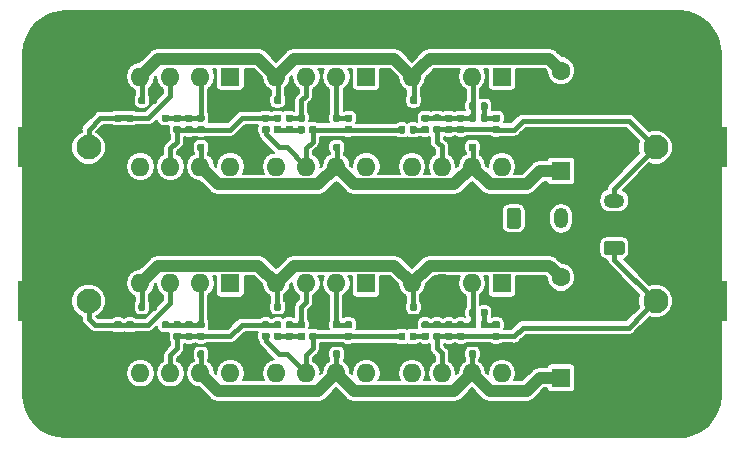
<source format=gbr>
G04 #@! TF.GenerationSoftware,KiCad,Pcbnew,(5.0.1)-rc2*
G04 #@! TF.CreationDate,2019-04-28T00:00:37+02:00*
G04 #@! TF.ProjectId,RIAA,524941412E6B696361645F7063620000,rev?*
G04 #@! TF.SameCoordinates,Original*
G04 #@! TF.FileFunction,Copper,L2,Bot,Mixed*
G04 #@! TF.FilePolarity,Positive*
%FSLAX46Y46*%
G04 Gerber Fmt 4.6, Leading zero omitted, Abs format (unit mm)*
G04 Created by KiCad (PCBNEW (5.0.1)-rc2) date 28-04-2019 00:00:37*
%MOMM*%
%LPD*%
G01*
G04 APERTURE LIST*
G04 #@! TA.AperFunction,ComponentPad*
%ADD10C,1.600000*%
G04 #@! TD*
G04 #@! TA.AperFunction,ComponentPad*
%ADD11R,1.600000X1.600000*%
G04 #@! TD*
G04 #@! TA.AperFunction,ComponentPad*
%ADD12C,6.400000*%
G04 #@! TD*
G04 #@! TA.AperFunction,ComponentPad*
%ADD13C,6.440000*%
G04 #@! TD*
G04 #@! TA.AperFunction,Conductor*
%ADD14C,0.100000*%
G04 #@! TD*
G04 #@! TA.AperFunction,SMDPad,CuDef*
%ADD15C,0.590000*%
G04 #@! TD*
G04 #@! TA.AperFunction,ComponentPad*
%ADD16O,1.600000X1.600000*%
G04 #@! TD*
G04 #@! TA.AperFunction,ComponentPad*
%ADD17C,2.000000*%
G04 #@! TD*
G04 #@! TA.AperFunction,ComponentPad*
%ADD18C,2.100000*%
G04 #@! TD*
G04 #@! TA.AperFunction,ComponentPad*
%ADD19R,2.000000X3.400000*%
G04 #@! TD*
G04 #@! TA.AperFunction,ComponentPad*
%ADD20C,1.200000*%
G04 #@! TD*
G04 #@! TA.AperFunction,ComponentPad*
%ADD21O,1.200000X1.750000*%
G04 #@! TD*
G04 #@! TA.AperFunction,ComponentPad*
%ADD22O,1.750000X1.200000*%
G04 #@! TD*
G04 #@! TA.AperFunction,ViaPad*
%ADD23C,0.600000*%
G04 #@! TD*
G04 #@! TA.AperFunction,Conductor*
%ADD24C,0.400000*%
G04 #@! TD*
G04 #@! TA.AperFunction,Conductor*
%ADD25C,1.000000*%
G04 #@! TD*
G04 #@! TA.AperFunction,Conductor*
%ADD26C,0.500000*%
G04 #@! TD*
G04 #@! TA.AperFunction,Conductor*
%ADD27C,0.200000*%
G04 #@! TD*
G04 APERTURE END LIST*
D10*
G04 #@! TO.P,C3,2*
G04 #@! TO.N,-15V*
X170500000Y-91500000D03*
D11*
G04 #@! TO.P,C3,1*
G04 #@! TO.N,GNDA*
X170500000Y-93500000D03*
G04 #@! TD*
D12*
G04 #@! TO.P,PCB1,1*
G04 #@! TO.N,GNDA*
X128500000Y-90000000D03*
G04 #@! TO.P,PCB1,2*
X128500000Y-119000000D03*
D13*
G04 #@! TO.P,PCB1,3*
X180500000Y-119000000D03*
D12*
G04 #@! TO.P,PCB1,4*
X180500000Y-90000000D03*
G04 #@! TD*
D14*
G04 #@! TO.N,/RIAA_R/In*
G04 #@! TO.C,C1*
G36*
X133186958Y-112720710D02*
X133201276Y-112722834D01*
X133215317Y-112726351D01*
X133228946Y-112731228D01*
X133242031Y-112737417D01*
X133254447Y-112744858D01*
X133266073Y-112753481D01*
X133276798Y-112763202D01*
X133286519Y-112773927D01*
X133295142Y-112785553D01*
X133302583Y-112797969D01*
X133308772Y-112811054D01*
X133313649Y-112824683D01*
X133317166Y-112838724D01*
X133319290Y-112853042D01*
X133320000Y-112867500D01*
X133320000Y-113162500D01*
X133319290Y-113176958D01*
X133317166Y-113191276D01*
X133313649Y-113205317D01*
X133308772Y-113218946D01*
X133302583Y-113232031D01*
X133295142Y-113244447D01*
X133286519Y-113256073D01*
X133276798Y-113266798D01*
X133266073Y-113276519D01*
X133254447Y-113285142D01*
X133242031Y-113292583D01*
X133228946Y-113298772D01*
X133215317Y-113303649D01*
X133201276Y-113307166D01*
X133186958Y-113309290D01*
X133172500Y-113310000D01*
X132827500Y-113310000D01*
X132813042Y-113309290D01*
X132798724Y-113307166D01*
X132784683Y-113303649D01*
X132771054Y-113298772D01*
X132757969Y-113292583D01*
X132745553Y-113285142D01*
X132733927Y-113276519D01*
X132723202Y-113266798D01*
X132713481Y-113256073D01*
X132704858Y-113244447D01*
X132697417Y-113232031D01*
X132691228Y-113218946D01*
X132686351Y-113205317D01*
X132682834Y-113191276D01*
X132680710Y-113176958D01*
X132680000Y-113162500D01*
X132680000Y-112867500D01*
X132680710Y-112853042D01*
X132682834Y-112838724D01*
X132686351Y-112824683D01*
X132691228Y-112811054D01*
X132697417Y-112797969D01*
X132704858Y-112785553D01*
X132713481Y-112773927D01*
X132723202Y-112763202D01*
X132733927Y-112753481D01*
X132745553Y-112744858D01*
X132757969Y-112737417D01*
X132771054Y-112731228D01*
X132784683Y-112726351D01*
X132798724Y-112722834D01*
X132813042Y-112720710D01*
X132827500Y-112720000D01*
X133172500Y-112720000D01*
X133186958Y-112720710D01*
X133186958Y-112720710D01*
G37*
D15*
G04 #@! TD*
G04 #@! TO.P,C1,2*
G04 #@! TO.N,/RIAA_R/In*
X133000000Y-113015000D03*
D14*
G04 #@! TO.N,GNDA*
G04 #@! TO.C,C1*
G36*
X133186958Y-113690710D02*
X133201276Y-113692834D01*
X133215317Y-113696351D01*
X133228946Y-113701228D01*
X133242031Y-113707417D01*
X133254447Y-113714858D01*
X133266073Y-113723481D01*
X133276798Y-113733202D01*
X133286519Y-113743927D01*
X133295142Y-113755553D01*
X133302583Y-113767969D01*
X133308772Y-113781054D01*
X133313649Y-113794683D01*
X133317166Y-113808724D01*
X133319290Y-113823042D01*
X133320000Y-113837500D01*
X133320000Y-114132500D01*
X133319290Y-114146958D01*
X133317166Y-114161276D01*
X133313649Y-114175317D01*
X133308772Y-114188946D01*
X133302583Y-114202031D01*
X133295142Y-114214447D01*
X133286519Y-114226073D01*
X133276798Y-114236798D01*
X133266073Y-114246519D01*
X133254447Y-114255142D01*
X133242031Y-114262583D01*
X133228946Y-114268772D01*
X133215317Y-114273649D01*
X133201276Y-114277166D01*
X133186958Y-114279290D01*
X133172500Y-114280000D01*
X132827500Y-114280000D01*
X132813042Y-114279290D01*
X132798724Y-114277166D01*
X132784683Y-114273649D01*
X132771054Y-114268772D01*
X132757969Y-114262583D01*
X132745553Y-114255142D01*
X132733927Y-114246519D01*
X132723202Y-114236798D01*
X132713481Y-114226073D01*
X132704858Y-114214447D01*
X132697417Y-114202031D01*
X132691228Y-114188946D01*
X132686351Y-114175317D01*
X132682834Y-114161276D01*
X132680710Y-114146958D01*
X132680000Y-114132500D01*
X132680000Y-113837500D01*
X132680710Y-113823042D01*
X132682834Y-113808724D01*
X132686351Y-113794683D01*
X132691228Y-113781054D01*
X132697417Y-113767969D01*
X132704858Y-113755553D01*
X132713481Y-113743927D01*
X132723202Y-113733202D01*
X132733927Y-113723481D01*
X132745553Y-113714858D01*
X132757969Y-113707417D01*
X132771054Y-113701228D01*
X132784683Y-113696351D01*
X132798724Y-113692834D01*
X132813042Y-113690710D01*
X132827500Y-113690000D01*
X133172500Y-113690000D01*
X133186958Y-113690710D01*
X133186958Y-113690710D01*
G37*
D15*
G04 #@! TD*
G04 #@! TO.P,C1,1*
G04 #@! TO.N,GNDA*
X133000000Y-113985000D03*
D14*
G04 #@! TO.N,-15V*
G04 #@! TO.C,C5*
G36*
X135176958Y-111180710D02*
X135191276Y-111182834D01*
X135205317Y-111186351D01*
X135218946Y-111191228D01*
X135232031Y-111197417D01*
X135244447Y-111204858D01*
X135256073Y-111213481D01*
X135266798Y-111223202D01*
X135276519Y-111233927D01*
X135285142Y-111245553D01*
X135292583Y-111257969D01*
X135298772Y-111271054D01*
X135303649Y-111284683D01*
X135307166Y-111298724D01*
X135309290Y-111313042D01*
X135310000Y-111327500D01*
X135310000Y-111672500D01*
X135309290Y-111686958D01*
X135307166Y-111701276D01*
X135303649Y-111715317D01*
X135298772Y-111728946D01*
X135292583Y-111742031D01*
X135285142Y-111754447D01*
X135276519Y-111766073D01*
X135266798Y-111776798D01*
X135256073Y-111786519D01*
X135244447Y-111795142D01*
X135232031Y-111802583D01*
X135218946Y-111808772D01*
X135205317Y-111813649D01*
X135191276Y-111817166D01*
X135176958Y-111819290D01*
X135162500Y-111820000D01*
X134867500Y-111820000D01*
X134853042Y-111819290D01*
X134838724Y-111817166D01*
X134824683Y-111813649D01*
X134811054Y-111808772D01*
X134797969Y-111802583D01*
X134785553Y-111795142D01*
X134773927Y-111786519D01*
X134763202Y-111776798D01*
X134753481Y-111766073D01*
X134744858Y-111754447D01*
X134737417Y-111742031D01*
X134731228Y-111728946D01*
X134726351Y-111715317D01*
X134722834Y-111701276D01*
X134720710Y-111686958D01*
X134720000Y-111672500D01*
X134720000Y-111327500D01*
X134720710Y-111313042D01*
X134722834Y-111298724D01*
X134726351Y-111284683D01*
X134731228Y-111271054D01*
X134737417Y-111257969D01*
X134744858Y-111245553D01*
X134753481Y-111233927D01*
X134763202Y-111223202D01*
X134773927Y-111213481D01*
X134785553Y-111204858D01*
X134797969Y-111197417D01*
X134811054Y-111191228D01*
X134824683Y-111186351D01*
X134838724Y-111182834D01*
X134853042Y-111180710D01*
X134867500Y-111180000D01*
X135162500Y-111180000D01*
X135176958Y-111180710D01*
X135176958Y-111180710D01*
G37*
D15*
G04 #@! TD*
G04 #@! TO.P,C5,1*
G04 #@! TO.N,-15V*
X135015000Y-111500000D03*
D14*
G04 #@! TO.N,GNDA*
G04 #@! TO.C,C5*
G36*
X136146958Y-111180710D02*
X136161276Y-111182834D01*
X136175317Y-111186351D01*
X136188946Y-111191228D01*
X136202031Y-111197417D01*
X136214447Y-111204858D01*
X136226073Y-111213481D01*
X136236798Y-111223202D01*
X136246519Y-111233927D01*
X136255142Y-111245553D01*
X136262583Y-111257969D01*
X136268772Y-111271054D01*
X136273649Y-111284683D01*
X136277166Y-111298724D01*
X136279290Y-111313042D01*
X136280000Y-111327500D01*
X136280000Y-111672500D01*
X136279290Y-111686958D01*
X136277166Y-111701276D01*
X136273649Y-111715317D01*
X136268772Y-111728946D01*
X136262583Y-111742031D01*
X136255142Y-111754447D01*
X136246519Y-111766073D01*
X136236798Y-111776798D01*
X136226073Y-111786519D01*
X136214447Y-111795142D01*
X136202031Y-111802583D01*
X136188946Y-111808772D01*
X136175317Y-111813649D01*
X136161276Y-111817166D01*
X136146958Y-111819290D01*
X136132500Y-111820000D01*
X135837500Y-111820000D01*
X135823042Y-111819290D01*
X135808724Y-111817166D01*
X135794683Y-111813649D01*
X135781054Y-111808772D01*
X135767969Y-111802583D01*
X135755553Y-111795142D01*
X135743927Y-111786519D01*
X135733202Y-111776798D01*
X135723481Y-111766073D01*
X135714858Y-111754447D01*
X135707417Y-111742031D01*
X135701228Y-111728946D01*
X135696351Y-111715317D01*
X135692834Y-111701276D01*
X135690710Y-111686958D01*
X135690000Y-111672500D01*
X135690000Y-111327500D01*
X135690710Y-111313042D01*
X135692834Y-111298724D01*
X135696351Y-111284683D01*
X135701228Y-111271054D01*
X135707417Y-111257969D01*
X135714858Y-111245553D01*
X135723481Y-111233927D01*
X135733202Y-111223202D01*
X135743927Y-111213481D01*
X135755553Y-111204858D01*
X135767969Y-111197417D01*
X135781054Y-111191228D01*
X135794683Y-111186351D01*
X135808724Y-111182834D01*
X135823042Y-111180710D01*
X135837500Y-111180000D01*
X136132500Y-111180000D01*
X136146958Y-111180710D01*
X136146958Y-111180710D01*
G37*
D15*
G04 #@! TD*
G04 #@! TO.P,C5,2*
G04 #@! TO.N,GNDA*
X135985000Y-111500000D03*
D14*
G04 #@! TO.N,Net-(C6-Pad2)*
G04 #@! TO.C,C6*
G36*
X138186958Y-112720710D02*
X138201276Y-112722834D01*
X138215317Y-112726351D01*
X138228946Y-112731228D01*
X138242031Y-112737417D01*
X138254447Y-112744858D01*
X138266073Y-112753481D01*
X138276798Y-112763202D01*
X138286519Y-112773927D01*
X138295142Y-112785553D01*
X138302583Y-112797969D01*
X138308772Y-112811054D01*
X138313649Y-112824683D01*
X138317166Y-112838724D01*
X138319290Y-112853042D01*
X138320000Y-112867500D01*
X138320000Y-113162500D01*
X138319290Y-113176958D01*
X138317166Y-113191276D01*
X138313649Y-113205317D01*
X138308772Y-113218946D01*
X138302583Y-113232031D01*
X138295142Y-113244447D01*
X138286519Y-113256073D01*
X138276798Y-113266798D01*
X138266073Y-113276519D01*
X138254447Y-113285142D01*
X138242031Y-113292583D01*
X138228946Y-113298772D01*
X138215317Y-113303649D01*
X138201276Y-113307166D01*
X138186958Y-113309290D01*
X138172500Y-113310000D01*
X137827500Y-113310000D01*
X137813042Y-113309290D01*
X137798724Y-113307166D01*
X137784683Y-113303649D01*
X137771054Y-113298772D01*
X137757969Y-113292583D01*
X137745553Y-113285142D01*
X137733927Y-113276519D01*
X137723202Y-113266798D01*
X137713481Y-113256073D01*
X137704858Y-113244447D01*
X137697417Y-113232031D01*
X137691228Y-113218946D01*
X137686351Y-113205317D01*
X137682834Y-113191276D01*
X137680710Y-113176958D01*
X137680000Y-113162500D01*
X137680000Y-112867500D01*
X137680710Y-112853042D01*
X137682834Y-112838724D01*
X137686351Y-112824683D01*
X137691228Y-112811054D01*
X137697417Y-112797969D01*
X137704858Y-112785553D01*
X137713481Y-112773927D01*
X137723202Y-112763202D01*
X137733927Y-112753481D01*
X137745553Y-112744858D01*
X137757969Y-112737417D01*
X137771054Y-112731228D01*
X137784683Y-112726351D01*
X137798724Y-112722834D01*
X137813042Y-112720710D01*
X137827500Y-112720000D01*
X138172500Y-112720000D01*
X138186958Y-112720710D01*
X138186958Y-112720710D01*
G37*
D15*
G04 #@! TD*
G04 #@! TO.P,C6,2*
G04 #@! TO.N,Net-(C6-Pad2)*
X138000000Y-113015000D03*
D14*
G04 #@! TO.N,Net-(C6-Pad1)*
G04 #@! TO.C,C6*
G36*
X138186958Y-113690710D02*
X138201276Y-113692834D01*
X138215317Y-113696351D01*
X138228946Y-113701228D01*
X138242031Y-113707417D01*
X138254447Y-113714858D01*
X138266073Y-113723481D01*
X138276798Y-113733202D01*
X138286519Y-113743927D01*
X138295142Y-113755553D01*
X138302583Y-113767969D01*
X138308772Y-113781054D01*
X138313649Y-113794683D01*
X138317166Y-113808724D01*
X138319290Y-113823042D01*
X138320000Y-113837500D01*
X138320000Y-114132500D01*
X138319290Y-114146958D01*
X138317166Y-114161276D01*
X138313649Y-114175317D01*
X138308772Y-114188946D01*
X138302583Y-114202031D01*
X138295142Y-114214447D01*
X138286519Y-114226073D01*
X138276798Y-114236798D01*
X138266073Y-114246519D01*
X138254447Y-114255142D01*
X138242031Y-114262583D01*
X138228946Y-114268772D01*
X138215317Y-114273649D01*
X138201276Y-114277166D01*
X138186958Y-114279290D01*
X138172500Y-114280000D01*
X137827500Y-114280000D01*
X137813042Y-114279290D01*
X137798724Y-114277166D01*
X137784683Y-114273649D01*
X137771054Y-114268772D01*
X137757969Y-114262583D01*
X137745553Y-114255142D01*
X137733927Y-114246519D01*
X137723202Y-114236798D01*
X137713481Y-114226073D01*
X137704858Y-114214447D01*
X137697417Y-114202031D01*
X137691228Y-114188946D01*
X137686351Y-114175317D01*
X137682834Y-114161276D01*
X137680710Y-114146958D01*
X137680000Y-114132500D01*
X137680000Y-113837500D01*
X137680710Y-113823042D01*
X137682834Y-113808724D01*
X137686351Y-113794683D01*
X137691228Y-113781054D01*
X137697417Y-113767969D01*
X137704858Y-113755553D01*
X137713481Y-113743927D01*
X137723202Y-113733202D01*
X137733927Y-113723481D01*
X137745553Y-113714858D01*
X137757969Y-113707417D01*
X137771054Y-113701228D01*
X137784683Y-113696351D01*
X137798724Y-113692834D01*
X137813042Y-113690710D01*
X137827500Y-113690000D01*
X138172500Y-113690000D01*
X138186958Y-113690710D01*
X138186958Y-113690710D01*
G37*
D15*
G04 #@! TD*
G04 #@! TO.P,C6,1*
G04 #@! TO.N,Net-(C6-Pad1)*
X138000000Y-113985000D03*
D14*
G04 #@! TO.N,GNDA*
G04 #@! TO.C,C11*
G36*
X147646958Y-111180710D02*
X147661276Y-111182834D01*
X147675317Y-111186351D01*
X147688946Y-111191228D01*
X147702031Y-111197417D01*
X147714447Y-111204858D01*
X147726073Y-111213481D01*
X147736798Y-111223202D01*
X147746519Y-111233927D01*
X147755142Y-111245553D01*
X147762583Y-111257969D01*
X147768772Y-111271054D01*
X147773649Y-111284683D01*
X147777166Y-111298724D01*
X147779290Y-111313042D01*
X147780000Y-111327500D01*
X147780000Y-111672500D01*
X147779290Y-111686958D01*
X147777166Y-111701276D01*
X147773649Y-111715317D01*
X147768772Y-111728946D01*
X147762583Y-111742031D01*
X147755142Y-111754447D01*
X147746519Y-111766073D01*
X147736798Y-111776798D01*
X147726073Y-111786519D01*
X147714447Y-111795142D01*
X147702031Y-111802583D01*
X147688946Y-111808772D01*
X147675317Y-111813649D01*
X147661276Y-111817166D01*
X147646958Y-111819290D01*
X147632500Y-111820000D01*
X147337500Y-111820000D01*
X147323042Y-111819290D01*
X147308724Y-111817166D01*
X147294683Y-111813649D01*
X147281054Y-111808772D01*
X147267969Y-111802583D01*
X147255553Y-111795142D01*
X147243927Y-111786519D01*
X147233202Y-111776798D01*
X147223481Y-111766073D01*
X147214858Y-111754447D01*
X147207417Y-111742031D01*
X147201228Y-111728946D01*
X147196351Y-111715317D01*
X147192834Y-111701276D01*
X147190710Y-111686958D01*
X147190000Y-111672500D01*
X147190000Y-111327500D01*
X147190710Y-111313042D01*
X147192834Y-111298724D01*
X147196351Y-111284683D01*
X147201228Y-111271054D01*
X147207417Y-111257969D01*
X147214858Y-111245553D01*
X147223481Y-111233927D01*
X147233202Y-111223202D01*
X147243927Y-111213481D01*
X147255553Y-111204858D01*
X147267969Y-111197417D01*
X147281054Y-111191228D01*
X147294683Y-111186351D01*
X147308724Y-111182834D01*
X147323042Y-111180710D01*
X147337500Y-111180000D01*
X147632500Y-111180000D01*
X147646958Y-111180710D01*
X147646958Y-111180710D01*
G37*
D15*
G04 #@! TD*
G04 #@! TO.P,C11,2*
G04 #@! TO.N,GNDA*
X147485000Y-111500000D03*
D14*
G04 #@! TO.N,-15V*
G04 #@! TO.C,C11*
G36*
X146676958Y-111180710D02*
X146691276Y-111182834D01*
X146705317Y-111186351D01*
X146718946Y-111191228D01*
X146732031Y-111197417D01*
X146744447Y-111204858D01*
X146756073Y-111213481D01*
X146766798Y-111223202D01*
X146776519Y-111233927D01*
X146785142Y-111245553D01*
X146792583Y-111257969D01*
X146798772Y-111271054D01*
X146803649Y-111284683D01*
X146807166Y-111298724D01*
X146809290Y-111313042D01*
X146810000Y-111327500D01*
X146810000Y-111672500D01*
X146809290Y-111686958D01*
X146807166Y-111701276D01*
X146803649Y-111715317D01*
X146798772Y-111728946D01*
X146792583Y-111742031D01*
X146785142Y-111754447D01*
X146776519Y-111766073D01*
X146766798Y-111776798D01*
X146756073Y-111786519D01*
X146744447Y-111795142D01*
X146732031Y-111802583D01*
X146718946Y-111808772D01*
X146705317Y-111813649D01*
X146691276Y-111817166D01*
X146676958Y-111819290D01*
X146662500Y-111820000D01*
X146367500Y-111820000D01*
X146353042Y-111819290D01*
X146338724Y-111817166D01*
X146324683Y-111813649D01*
X146311054Y-111808772D01*
X146297969Y-111802583D01*
X146285553Y-111795142D01*
X146273927Y-111786519D01*
X146263202Y-111776798D01*
X146253481Y-111766073D01*
X146244858Y-111754447D01*
X146237417Y-111742031D01*
X146231228Y-111728946D01*
X146226351Y-111715317D01*
X146222834Y-111701276D01*
X146220710Y-111686958D01*
X146220000Y-111672500D01*
X146220000Y-111327500D01*
X146220710Y-111313042D01*
X146222834Y-111298724D01*
X146226351Y-111284683D01*
X146231228Y-111271054D01*
X146237417Y-111257969D01*
X146244858Y-111245553D01*
X146253481Y-111233927D01*
X146263202Y-111223202D01*
X146273927Y-111213481D01*
X146285553Y-111204858D01*
X146297969Y-111197417D01*
X146311054Y-111191228D01*
X146324683Y-111186351D01*
X146338724Y-111182834D01*
X146353042Y-111180710D01*
X146367500Y-111180000D01*
X146662500Y-111180000D01*
X146676958Y-111180710D01*
X146676958Y-111180710D01*
G37*
D15*
G04 #@! TD*
G04 #@! TO.P,C11,1*
G04 #@! TO.N,-15V*
X146515000Y-111500000D03*
D14*
G04 #@! TO.N,+15V*
G04 #@! TO.C,C15*
G36*
X163176958Y-115180710D02*
X163191276Y-115182834D01*
X163205317Y-115186351D01*
X163218946Y-115191228D01*
X163232031Y-115197417D01*
X163244447Y-115204858D01*
X163256073Y-115213481D01*
X163266798Y-115223202D01*
X163276519Y-115233927D01*
X163285142Y-115245553D01*
X163292583Y-115257969D01*
X163298772Y-115271054D01*
X163303649Y-115284683D01*
X163307166Y-115298724D01*
X163309290Y-115313042D01*
X163310000Y-115327500D01*
X163310000Y-115672500D01*
X163309290Y-115686958D01*
X163307166Y-115701276D01*
X163303649Y-115715317D01*
X163298772Y-115728946D01*
X163292583Y-115742031D01*
X163285142Y-115754447D01*
X163276519Y-115766073D01*
X163266798Y-115776798D01*
X163256073Y-115786519D01*
X163244447Y-115795142D01*
X163232031Y-115802583D01*
X163218946Y-115808772D01*
X163205317Y-115813649D01*
X163191276Y-115817166D01*
X163176958Y-115819290D01*
X163162500Y-115820000D01*
X162867500Y-115820000D01*
X162853042Y-115819290D01*
X162838724Y-115817166D01*
X162824683Y-115813649D01*
X162811054Y-115808772D01*
X162797969Y-115802583D01*
X162785553Y-115795142D01*
X162773927Y-115786519D01*
X162763202Y-115776798D01*
X162753481Y-115766073D01*
X162744858Y-115754447D01*
X162737417Y-115742031D01*
X162731228Y-115728946D01*
X162726351Y-115715317D01*
X162722834Y-115701276D01*
X162720710Y-115686958D01*
X162720000Y-115672500D01*
X162720000Y-115327500D01*
X162720710Y-115313042D01*
X162722834Y-115298724D01*
X162726351Y-115284683D01*
X162731228Y-115271054D01*
X162737417Y-115257969D01*
X162744858Y-115245553D01*
X162753481Y-115233927D01*
X162763202Y-115223202D01*
X162773927Y-115213481D01*
X162785553Y-115204858D01*
X162797969Y-115197417D01*
X162811054Y-115191228D01*
X162824683Y-115186351D01*
X162838724Y-115182834D01*
X162853042Y-115180710D01*
X162867500Y-115180000D01*
X163162500Y-115180000D01*
X163176958Y-115180710D01*
X163176958Y-115180710D01*
G37*
D15*
G04 #@! TD*
G04 #@! TO.P,C15,2*
G04 #@! TO.N,+15V*
X163015000Y-115500000D03*
D14*
G04 #@! TO.N,GNDA*
G04 #@! TO.C,C15*
G36*
X164146958Y-115180710D02*
X164161276Y-115182834D01*
X164175317Y-115186351D01*
X164188946Y-115191228D01*
X164202031Y-115197417D01*
X164214447Y-115204858D01*
X164226073Y-115213481D01*
X164236798Y-115223202D01*
X164246519Y-115233927D01*
X164255142Y-115245553D01*
X164262583Y-115257969D01*
X164268772Y-115271054D01*
X164273649Y-115284683D01*
X164277166Y-115298724D01*
X164279290Y-115313042D01*
X164280000Y-115327500D01*
X164280000Y-115672500D01*
X164279290Y-115686958D01*
X164277166Y-115701276D01*
X164273649Y-115715317D01*
X164268772Y-115728946D01*
X164262583Y-115742031D01*
X164255142Y-115754447D01*
X164246519Y-115766073D01*
X164236798Y-115776798D01*
X164226073Y-115786519D01*
X164214447Y-115795142D01*
X164202031Y-115802583D01*
X164188946Y-115808772D01*
X164175317Y-115813649D01*
X164161276Y-115817166D01*
X164146958Y-115819290D01*
X164132500Y-115820000D01*
X163837500Y-115820000D01*
X163823042Y-115819290D01*
X163808724Y-115817166D01*
X163794683Y-115813649D01*
X163781054Y-115808772D01*
X163767969Y-115802583D01*
X163755553Y-115795142D01*
X163743927Y-115786519D01*
X163733202Y-115776798D01*
X163723481Y-115766073D01*
X163714858Y-115754447D01*
X163707417Y-115742031D01*
X163701228Y-115728946D01*
X163696351Y-115715317D01*
X163692834Y-115701276D01*
X163690710Y-115686958D01*
X163690000Y-115672500D01*
X163690000Y-115327500D01*
X163690710Y-115313042D01*
X163692834Y-115298724D01*
X163696351Y-115284683D01*
X163701228Y-115271054D01*
X163707417Y-115257969D01*
X163714858Y-115245553D01*
X163723481Y-115233927D01*
X163733202Y-115223202D01*
X163743927Y-115213481D01*
X163755553Y-115204858D01*
X163767969Y-115197417D01*
X163781054Y-115191228D01*
X163794683Y-115186351D01*
X163808724Y-115182834D01*
X163823042Y-115180710D01*
X163837500Y-115180000D01*
X164132500Y-115180000D01*
X164146958Y-115180710D01*
X164146958Y-115180710D01*
G37*
D15*
G04 #@! TD*
G04 #@! TO.P,C15,1*
G04 #@! TO.N,GNDA*
X163985000Y-115500000D03*
D14*
G04 #@! TO.N,GNDA*
G04 #@! TO.C,C16*
G36*
X159146958Y-111180710D02*
X159161276Y-111182834D01*
X159175317Y-111186351D01*
X159188946Y-111191228D01*
X159202031Y-111197417D01*
X159214447Y-111204858D01*
X159226073Y-111213481D01*
X159236798Y-111223202D01*
X159246519Y-111233927D01*
X159255142Y-111245553D01*
X159262583Y-111257969D01*
X159268772Y-111271054D01*
X159273649Y-111284683D01*
X159277166Y-111298724D01*
X159279290Y-111313042D01*
X159280000Y-111327500D01*
X159280000Y-111672500D01*
X159279290Y-111686958D01*
X159277166Y-111701276D01*
X159273649Y-111715317D01*
X159268772Y-111728946D01*
X159262583Y-111742031D01*
X159255142Y-111754447D01*
X159246519Y-111766073D01*
X159236798Y-111776798D01*
X159226073Y-111786519D01*
X159214447Y-111795142D01*
X159202031Y-111802583D01*
X159188946Y-111808772D01*
X159175317Y-111813649D01*
X159161276Y-111817166D01*
X159146958Y-111819290D01*
X159132500Y-111820000D01*
X158837500Y-111820000D01*
X158823042Y-111819290D01*
X158808724Y-111817166D01*
X158794683Y-111813649D01*
X158781054Y-111808772D01*
X158767969Y-111802583D01*
X158755553Y-111795142D01*
X158743927Y-111786519D01*
X158733202Y-111776798D01*
X158723481Y-111766073D01*
X158714858Y-111754447D01*
X158707417Y-111742031D01*
X158701228Y-111728946D01*
X158696351Y-111715317D01*
X158692834Y-111701276D01*
X158690710Y-111686958D01*
X158690000Y-111672500D01*
X158690000Y-111327500D01*
X158690710Y-111313042D01*
X158692834Y-111298724D01*
X158696351Y-111284683D01*
X158701228Y-111271054D01*
X158707417Y-111257969D01*
X158714858Y-111245553D01*
X158723481Y-111233927D01*
X158733202Y-111223202D01*
X158743927Y-111213481D01*
X158755553Y-111204858D01*
X158767969Y-111197417D01*
X158781054Y-111191228D01*
X158794683Y-111186351D01*
X158808724Y-111182834D01*
X158823042Y-111180710D01*
X158837500Y-111180000D01*
X159132500Y-111180000D01*
X159146958Y-111180710D01*
X159146958Y-111180710D01*
G37*
D15*
G04 #@! TD*
G04 #@! TO.P,C16,2*
G04 #@! TO.N,GNDA*
X158985000Y-111500000D03*
D14*
G04 #@! TO.N,-15V*
G04 #@! TO.C,C16*
G36*
X158176958Y-111180710D02*
X158191276Y-111182834D01*
X158205317Y-111186351D01*
X158218946Y-111191228D01*
X158232031Y-111197417D01*
X158244447Y-111204858D01*
X158256073Y-111213481D01*
X158266798Y-111223202D01*
X158276519Y-111233927D01*
X158285142Y-111245553D01*
X158292583Y-111257969D01*
X158298772Y-111271054D01*
X158303649Y-111284683D01*
X158307166Y-111298724D01*
X158309290Y-111313042D01*
X158310000Y-111327500D01*
X158310000Y-111672500D01*
X158309290Y-111686958D01*
X158307166Y-111701276D01*
X158303649Y-111715317D01*
X158298772Y-111728946D01*
X158292583Y-111742031D01*
X158285142Y-111754447D01*
X158276519Y-111766073D01*
X158266798Y-111776798D01*
X158256073Y-111786519D01*
X158244447Y-111795142D01*
X158232031Y-111802583D01*
X158218946Y-111808772D01*
X158205317Y-111813649D01*
X158191276Y-111817166D01*
X158176958Y-111819290D01*
X158162500Y-111820000D01*
X157867500Y-111820000D01*
X157853042Y-111819290D01*
X157838724Y-111817166D01*
X157824683Y-111813649D01*
X157811054Y-111808772D01*
X157797969Y-111802583D01*
X157785553Y-111795142D01*
X157773927Y-111786519D01*
X157763202Y-111776798D01*
X157753481Y-111766073D01*
X157744858Y-111754447D01*
X157737417Y-111742031D01*
X157731228Y-111728946D01*
X157726351Y-111715317D01*
X157722834Y-111701276D01*
X157720710Y-111686958D01*
X157720000Y-111672500D01*
X157720000Y-111327500D01*
X157720710Y-111313042D01*
X157722834Y-111298724D01*
X157726351Y-111284683D01*
X157731228Y-111271054D01*
X157737417Y-111257969D01*
X157744858Y-111245553D01*
X157753481Y-111233927D01*
X157763202Y-111223202D01*
X157773927Y-111213481D01*
X157785553Y-111204858D01*
X157797969Y-111197417D01*
X157811054Y-111191228D01*
X157824683Y-111186351D01*
X157838724Y-111182834D01*
X157853042Y-111180710D01*
X157867500Y-111180000D01*
X158162500Y-111180000D01*
X158176958Y-111180710D01*
X158176958Y-111180710D01*
G37*
D15*
G04 #@! TD*
G04 #@! TO.P,C16,1*
G04 #@! TO.N,-15V*
X158015000Y-111500000D03*
D14*
G04 #@! TO.N,GNDA*
G04 #@! TO.C,C22*
G36*
X141146958Y-97680710D02*
X141161276Y-97682834D01*
X141175317Y-97686351D01*
X141188946Y-97691228D01*
X141202031Y-97697417D01*
X141214447Y-97704858D01*
X141226073Y-97713481D01*
X141236798Y-97723202D01*
X141246519Y-97733927D01*
X141255142Y-97745553D01*
X141262583Y-97757969D01*
X141268772Y-97771054D01*
X141273649Y-97784683D01*
X141277166Y-97798724D01*
X141279290Y-97813042D01*
X141280000Y-97827500D01*
X141280000Y-98172500D01*
X141279290Y-98186958D01*
X141277166Y-98201276D01*
X141273649Y-98215317D01*
X141268772Y-98228946D01*
X141262583Y-98242031D01*
X141255142Y-98254447D01*
X141246519Y-98266073D01*
X141236798Y-98276798D01*
X141226073Y-98286519D01*
X141214447Y-98295142D01*
X141202031Y-98302583D01*
X141188946Y-98308772D01*
X141175317Y-98313649D01*
X141161276Y-98317166D01*
X141146958Y-98319290D01*
X141132500Y-98320000D01*
X140837500Y-98320000D01*
X140823042Y-98319290D01*
X140808724Y-98317166D01*
X140794683Y-98313649D01*
X140781054Y-98308772D01*
X140767969Y-98302583D01*
X140755553Y-98295142D01*
X140743927Y-98286519D01*
X140733202Y-98276798D01*
X140723481Y-98266073D01*
X140714858Y-98254447D01*
X140707417Y-98242031D01*
X140701228Y-98228946D01*
X140696351Y-98215317D01*
X140692834Y-98201276D01*
X140690710Y-98186958D01*
X140690000Y-98172500D01*
X140690000Y-97827500D01*
X140690710Y-97813042D01*
X140692834Y-97798724D01*
X140696351Y-97784683D01*
X140701228Y-97771054D01*
X140707417Y-97757969D01*
X140714858Y-97745553D01*
X140723481Y-97733927D01*
X140733202Y-97723202D01*
X140743927Y-97713481D01*
X140755553Y-97704858D01*
X140767969Y-97697417D01*
X140781054Y-97691228D01*
X140794683Y-97686351D01*
X140808724Y-97682834D01*
X140823042Y-97680710D01*
X140837500Y-97680000D01*
X141132500Y-97680000D01*
X141146958Y-97680710D01*
X141146958Y-97680710D01*
G37*
D15*
G04 #@! TD*
G04 #@! TO.P,C22,1*
G04 #@! TO.N,GNDA*
X140985000Y-98000000D03*
D14*
G04 #@! TO.N,+15V*
G04 #@! TO.C,C22*
G36*
X140176958Y-97680710D02*
X140191276Y-97682834D01*
X140205317Y-97686351D01*
X140218946Y-97691228D01*
X140232031Y-97697417D01*
X140244447Y-97704858D01*
X140256073Y-97713481D01*
X140266798Y-97723202D01*
X140276519Y-97733927D01*
X140285142Y-97745553D01*
X140292583Y-97757969D01*
X140298772Y-97771054D01*
X140303649Y-97784683D01*
X140307166Y-97798724D01*
X140309290Y-97813042D01*
X140310000Y-97827500D01*
X140310000Y-98172500D01*
X140309290Y-98186958D01*
X140307166Y-98201276D01*
X140303649Y-98215317D01*
X140298772Y-98228946D01*
X140292583Y-98242031D01*
X140285142Y-98254447D01*
X140276519Y-98266073D01*
X140266798Y-98276798D01*
X140256073Y-98286519D01*
X140244447Y-98295142D01*
X140232031Y-98302583D01*
X140218946Y-98308772D01*
X140205317Y-98313649D01*
X140191276Y-98317166D01*
X140176958Y-98319290D01*
X140162500Y-98320000D01*
X139867500Y-98320000D01*
X139853042Y-98319290D01*
X139838724Y-98317166D01*
X139824683Y-98313649D01*
X139811054Y-98308772D01*
X139797969Y-98302583D01*
X139785553Y-98295142D01*
X139773927Y-98286519D01*
X139763202Y-98276798D01*
X139753481Y-98266073D01*
X139744858Y-98254447D01*
X139737417Y-98242031D01*
X139731228Y-98228946D01*
X139726351Y-98215317D01*
X139722834Y-98201276D01*
X139720710Y-98186958D01*
X139720000Y-98172500D01*
X139720000Y-97827500D01*
X139720710Y-97813042D01*
X139722834Y-97798724D01*
X139726351Y-97784683D01*
X139731228Y-97771054D01*
X139737417Y-97757969D01*
X139744858Y-97745553D01*
X139753481Y-97733927D01*
X139763202Y-97723202D01*
X139773927Y-97713481D01*
X139785553Y-97704858D01*
X139797969Y-97697417D01*
X139811054Y-97691228D01*
X139824683Y-97686351D01*
X139838724Y-97682834D01*
X139853042Y-97680710D01*
X139867500Y-97680000D01*
X140162500Y-97680000D01*
X140176958Y-97680710D01*
X140176958Y-97680710D01*
G37*
D15*
G04 #@! TD*
G04 #@! TO.P,C22,2*
G04 #@! TO.N,+15V*
X140015000Y-98000000D03*
D14*
G04 #@! TO.N,+15V*
G04 #@! TO.C,C28*
G36*
X151676958Y-97680710D02*
X151691276Y-97682834D01*
X151705317Y-97686351D01*
X151718946Y-97691228D01*
X151732031Y-97697417D01*
X151744447Y-97704858D01*
X151756073Y-97713481D01*
X151766798Y-97723202D01*
X151776519Y-97733927D01*
X151785142Y-97745553D01*
X151792583Y-97757969D01*
X151798772Y-97771054D01*
X151803649Y-97784683D01*
X151807166Y-97798724D01*
X151809290Y-97813042D01*
X151810000Y-97827500D01*
X151810000Y-98172500D01*
X151809290Y-98186958D01*
X151807166Y-98201276D01*
X151803649Y-98215317D01*
X151798772Y-98228946D01*
X151792583Y-98242031D01*
X151785142Y-98254447D01*
X151776519Y-98266073D01*
X151766798Y-98276798D01*
X151756073Y-98286519D01*
X151744447Y-98295142D01*
X151732031Y-98302583D01*
X151718946Y-98308772D01*
X151705317Y-98313649D01*
X151691276Y-98317166D01*
X151676958Y-98319290D01*
X151662500Y-98320000D01*
X151367500Y-98320000D01*
X151353042Y-98319290D01*
X151338724Y-98317166D01*
X151324683Y-98313649D01*
X151311054Y-98308772D01*
X151297969Y-98302583D01*
X151285553Y-98295142D01*
X151273927Y-98286519D01*
X151263202Y-98276798D01*
X151253481Y-98266073D01*
X151244858Y-98254447D01*
X151237417Y-98242031D01*
X151231228Y-98228946D01*
X151226351Y-98215317D01*
X151222834Y-98201276D01*
X151220710Y-98186958D01*
X151220000Y-98172500D01*
X151220000Y-97827500D01*
X151220710Y-97813042D01*
X151222834Y-97798724D01*
X151226351Y-97784683D01*
X151231228Y-97771054D01*
X151237417Y-97757969D01*
X151244858Y-97745553D01*
X151253481Y-97733927D01*
X151263202Y-97723202D01*
X151273927Y-97713481D01*
X151285553Y-97704858D01*
X151297969Y-97697417D01*
X151311054Y-97691228D01*
X151324683Y-97686351D01*
X151338724Y-97682834D01*
X151353042Y-97680710D01*
X151367500Y-97680000D01*
X151662500Y-97680000D01*
X151676958Y-97680710D01*
X151676958Y-97680710D01*
G37*
D15*
G04 #@! TD*
G04 #@! TO.P,C28,2*
G04 #@! TO.N,+15V*
X151515000Y-98000000D03*
D14*
G04 #@! TO.N,GNDA*
G04 #@! TO.C,C28*
G36*
X152646958Y-97680710D02*
X152661276Y-97682834D01*
X152675317Y-97686351D01*
X152688946Y-97691228D01*
X152702031Y-97697417D01*
X152714447Y-97704858D01*
X152726073Y-97713481D01*
X152736798Y-97723202D01*
X152746519Y-97733927D01*
X152755142Y-97745553D01*
X152762583Y-97757969D01*
X152768772Y-97771054D01*
X152773649Y-97784683D01*
X152777166Y-97798724D01*
X152779290Y-97813042D01*
X152780000Y-97827500D01*
X152780000Y-98172500D01*
X152779290Y-98186958D01*
X152777166Y-98201276D01*
X152773649Y-98215317D01*
X152768772Y-98228946D01*
X152762583Y-98242031D01*
X152755142Y-98254447D01*
X152746519Y-98266073D01*
X152736798Y-98276798D01*
X152726073Y-98286519D01*
X152714447Y-98295142D01*
X152702031Y-98302583D01*
X152688946Y-98308772D01*
X152675317Y-98313649D01*
X152661276Y-98317166D01*
X152646958Y-98319290D01*
X152632500Y-98320000D01*
X152337500Y-98320000D01*
X152323042Y-98319290D01*
X152308724Y-98317166D01*
X152294683Y-98313649D01*
X152281054Y-98308772D01*
X152267969Y-98302583D01*
X152255553Y-98295142D01*
X152243927Y-98286519D01*
X152233202Y-98276798D01*
X152223481Y-98266073D01*
X152214858Y-98254447D01*
X152207417Y-98242031D01*
X152201228Y-98228946D01*
X152196351Y-98215317D01*
X152192834Y-98201276D01*
X152190710Y-98186958D01*
X152190000Y-98172500D01*
X152190000Y-97827500D01*
X152190710Y-97813042D01*
X152192834Y-97798724D01*
X152196351Y-97784683D01*
X152201228Y-97771054D01*
X152207417Y-97757969D01*
X152214858Y-97745553D01*
X152223481Y-97733927D01*
X152233202Y-97723202D01*
X152243927Y-97713481D01*
X152255553Y-97704858D01*
X152267969Y-97697417D01*
X152281054Y-97691228D01*
X152294683Y-97686351D01*
X152308724Y-97682834D01*
X152323042Y-97680710D01*
X152337500Y-97680000D01*
X152632500Y-97680000D01*
X152646958Y-97680710D01*
X152646958Y-97680710D01*
G37*
D15*
G04 #@! TD*
G04 #@! TO.P,C28,1*
G04 #@! TO.N,GNDA*
X152485000Y-98000000D03*
D14*
G04 #@! TO.N,GNDA*
G04 #@! TO.C,C29*
G36*
X147646958Y-93680710D02*
X147661276Y-93682834D01*
X147675317Y-93686351D01*
X147688946Y-93691228D01*
X147702031Y-93697417D01*
X147714447Y-93704858D01*
X147726073Y-93713481D01*
X147736798Y-93723202D01*
X147746519Y-93733927D01*
X147755142Y-93745553D01*
X147762583Y-93757969D01*
X147768772Y-93771054D01*
X147773649Y-93784683D01*
X147777166Y-93798724D01*
X147779290Y-93813042D01*
X147780000Y-93827500D01*
X147780000Y-94172500D01*
X147779290Y-94186958D01*
X147777166Y-94201276D01*
X147773649Y-94215317D01*
X147768772Y-94228946D01*
X147762583Y-94242031D01*
X147755142Y-94254447D01*
X147746519Y-94266073D01*
X147736798Y-94276798D01*
X147726073Y-94286519D01*
X147714447Y-94295142D01*
X147702031Y-94302583D01*
X147688946Y-94308772D01*
X147675317Y-94313649D01*
X147661276Y-94317166D01*
X147646958Y-94319290D01*
X147632500Y-94320000D01*
X147337500Y-94320000D01*
X147323042Y-94319290D01*
X147308724Y-94317166D01*
X147294683Y-94313649D01*
X147281054Y-94308772D01*
X147267969Y-94302583D01*
X147255553Y-94295142D01*
X147243927Y-94286519D01*
X147233202Y-94276798D01*
X147223481Y-94266073D01*
X147214858Y-94254447D01*
X147207417Y-94242031D01*
X147201228Y-94228946D01*
X147196351Y-94215317D01*
X147192834Y-94201276D01*
X147190710Y-94186958D01*
X147190000Y-94172500D01*
X147190000Y-93827500D01*
X147190710Y-93813042D01*
X147192834Y-93798724D01*
X147196351Y-93784683D01*
X147201228Y-93771054D01*
X147207417Y-93757969D01*
X147214858Y-93745553D01*
X147223481Y-93733927D01*
X147233202Y-93723202D01*
X147243927Y-93713481D01*
X147255553Y-93704858D01*
X147267969Y-93697417D01*
X147281054Y-93691228D01*
X147294683Y-93686351D01*
X147308724Y-93682834D01*
X147323042Y-93680710D01*
X147337500Y-93680000D01*
X147632500Y-93680000D01*
X147646958Y-93680710D01*
X147646958Y-93680710D01*
G37*
D15*
G04 #@! TD*
G04 #@! TO.P,C29,2*
G04 #@! TO.N,GNDA*
X147485000Y-94000000D03*
D14*
G04 #@! TO.N,-15V*
G04 #@! TO.C,C29*
G36*
X146676958Y-93680710D02*
X146691276Y-93682834D01*
X146705317Y-93686351D01*
X146718946Y-93691228D01*
X146732031Y-93697417D01*
X146744447Y-93704858D01*
X146756073Y-93713481D01*
X146766798Y-93723202D01*
X146776519Y-93733927D01*
X146785142Y-93745553D01*
X146792583Y-93757969D01*
X146798772Y-93771054D01*
X146803649Y-93784683D01*
X146807166Y-93798724D01*
X146809290Y-93813042D01*
X146810000Y-93827500D01*
X146810000Y-94172500D01*
X146809290Y-94186958D01*
X146807166Y-94201276D01*
X146803649Y-94215317D01*
X146798772Y-94228946D01*
X146792583Y-94242031D01*
X146785142Y-94254447D01*
X146776519Y-94266073D01*
X146766798Y-94276798D01*
X146756073Y-94286519D01*
X146744447Y-94295142D01*
X146732031Y-94302583D01*
X146718946Y-94308772D01*
X146705317Y-94313649D01*
X146691276Y-94317166D01*
X146676958Y-94319290D01*
X146662500Y-94320000D01*
X146367500Y-94320000D01*
X146353042Y-94319290D01*
X146338724Y-94317166D01*
X146324683Y-94313649D01*
X146311054Y-94308772D01*
X146297969Y-94302583D01*
X146285553Y-94295142D01*
X146273927Y-94286519D01*
X146263202Y-94276798D01*
X146253481Y-94266073D01*
X146244858Y-94254447D01*
X146237417Y-94242031D01*
X146231228Y-94228946D01*
X146226351Y-94215317D01*
X146222834Y-94201276D01*
X146220710Y-94186958D01*
X146220000Y-94172500D01*
X146220000Y-93827500D01*
X146220710Y-93813042D01*
X146222834Y-93798724D01*
X146226351Y-93784683D01*
X146231228Y-93771054D01*
X146237417Y-93757969D01*
X146244858Y-93745553D01*
X146253481Y-93733927D01*
X146263202Y-93723202D01*
X146273927Y-93713481D01*
X146285553Y-93704858D01*
X146297969Y-93697417D01*
X146311054Y-93691228D01*
X146324683Y-93686351D01*
X146338724Y-93682834D01*
X146353042Y-93680710D01*
X146367500Y-93680000D01*
X146662500Y-93680000D01*
X146676958Y-93680710D01*
X146676958Y-93680710D01*
G37*
D15*
G04 #@! TD*
G04 #@! TO.P,C29,1*
G04 #@! TO.N,-15V*
X146515000Y-94000000D03*
D14*
G04 #@! TO.N,Net-(C30-Pad1)*
G04 #@! TO.C,C30*
G36*
X147686958Y-95220710D02*
X147701276Y-95222834D01*
X147715317Y-95226351D01*
X147728946Y-95231228D01*
X147742031Y-95237417D01*
X147754447Y-95244858D01*
X147766073Y-95253481D01*
X147776798Y-95263202D01*
X147786519Y-95273927D01*
X147795142Y-95285553D01*
X147802583Y-95297969D01*
X147808772Y-95311054D01*
X147813649Y-95324683D01*
X147817166Y-95338724D01*
X147819290Y-95353042D01*
X147820000Y-95367500D01*
X147820000Y-95662500D01*
X147819290Y-95676958D01*
X147817166Y-95691276D01*
X147813649Y-95705317D01*
X147808772Y-95718946D01*
X147802583Y-95732031D01*
X147795142Y-95744447D01*
X147786519Y-95756073D01*
X147776798Y-95766798D01*
X147766073Y-95776519D01*
X147754447Y-95785142D01*
X147742031Y-95792583D01*
X147728946Y-95798772D01*
X147715317Y-95803649D01*
X147701276Y-95807166D01*
X147686958Y-95809290D01*
X147672500Y-95810000D01*
X147327500Y-95810000D01*
X147313042Y-95809290D01*
X147298724Y-95807166D01*
X147284683Y-95803649D01*
X147271054Y-95798772D01*
X147257969Y-95792583D01*
X147245553Y-95785142D01*
X147233927Y-95776519D01*
X147223202Y-95766798D01*
X147213481Y-95756073D01*
X147204858Y-95744447D01*
X147197417Y-95732031D01*
X147191228Y-95718946D01*
X147186351Y-95705317D01*
X147182834Y-95691276D01*
X147180710Y-95676958D01*
X147180000Y-95662500D01*
X147180000Y-95367500D01*
X147180710Y-95353042D01*
X147182834Y-95338724D01*
X147186351Y-95324683D01*
X147191228Y-95311054D01*
X147197417Y-95297969D01*
X147204858Y-95285553D01*
X147213481Y-95273927D01*
X147223202Y-95263202D01*
X147233927Y-95253481D01*
X147245553Y-95244858D01*
X147257969Y-95237417D01*
X147271054Y-95231228D01*
X147284683Y-95226351D01*
X147298724Y-95222834D01*
X147313042Y-95220710D01*
X147327500Y-95220000D01*
X147672500Y-95220000D01*
X147686958Y-95220710D01*
X147686958Y-95220710D01*
G37*
D15*
G04 #@! TD*
G04 #@! TO.P,C30,1*
G04 #@! TO.N,Net-(C30-Pad1)*
X147500000Y-95515000D03*
D14*
G04 #@! TO.N,Net-(C27-Pad1)*
G04 #@! TO.C,C30*
G36*
X147686958Y-96190710D02*
X147701276Y-96192834D01*
X147715317Y-96196351D01*
X147728946Y-96201228D01*
X147742031Y-96207417D01*
X147754447Y-96214858D01*
X147766073Y-96223481D01*
X147776798Y-96233202D01*
X147786519Y-96243927D01*
X147795142Y-96255553D01*
X147802583Y-96267969D01*
X147808772Y-96281054D01*
X147813649Y-96294683D01*
X147817166Y-96308724D01*
X147819290Y-96323042D01*
X147820000Y-96337500D01*
X147820000Y-96632500D01*
X147819290Y-96646958D01*
X147817166Y-96661276D01*
X147813649Y-96675317D01*
X147808772Y-96688946D01*
X147802583Y-96702031D01*
X147795142Y-96714447D01*
X147786519Y-96726073D01*
X147776798Y-96736798D01*
X147766073Y-96746519D01*
X147754447Y-96755142D01*
X147742031Y-96762583D01*
X147728946Y-96768772D01*
X147715317Y-96773649D01*
X147701276Y-96777166D01*
X147686958Y-96779290D01*
X147672500Y-96780000D01*
X147327500Y-96780000D01*
X147313042Y-96779290D01*
X147298724Y-96777166D01*
X147284683Y-96773649D01*
X147271054Y-96768772D01*
X147257969Y-96762583D01*
X147245553Y-96755142D01*
X147233927Y-96746519D01*
X147223202Y-96736798D01*
X147213481Y-96726073D01*
X147204858Y-96714447D01*
X147197417Y-96702031D01*
X147191228Y-96688946D01*
X147186351Y-96675317D01*
X147182834Y-96661276D01*
X147180710Y-96646958D01*
X147180000Y-96632500D01*
X147180000Y-96337500D01*
X147180710Y-96323042D01*
X147182834Y-96308724D01*
X147186351Y-96294683D01*
X147191228Y-96281054D01*
X147197417Y-96267969D01*
X147204858Y-96255553D01*
X147213481Y-96243927D01*
X147223202Y-96233202D01*
X147233927Y-96223481D01*
X147245553Y-96214858D01*
X147257969Y-96207417D01*
X147271054Y-96201228D01*
X147284683Y-96196351D01*
X147298724Y-96192834D01*
X147313042Y-96190710D01*
X147327500Y-96190000D01*
X147672500Y-96190000D01*
X147686958Y-96190710D01*
X147686958Y-96190710D01*
G37*
D15*
G04 #@! TD*
G04 #@! TO.P,C30,2*
G04 #@! TO.N,Net-(C27-Pad1)*
X147500000Y-96485000D03*
D14*
G04 #@! TO.N,GNDA*
G04 #@! TO.C,R1*
G36*
X137186958Y-113690710D02*
X137201276Y-113692834D01*
X137215317Y-113696351D01*
X137228946Y-113701228D01*
X137242031Y-113707417D01*
X137254447Y-113714858D01*
X137266073Y-113723481D01*
X137276798Y-113733202D01*
X137286519Y-113743927D01*
X137295142Y-113755553D01*
X137302583Y-113767969D01*
X137308772Y-113781054D01*
X137313649Y-113794683D01*
X137317166Y-113808724D01*
X137319290Y-113823042D01*
X137320000Y-113837500D01*
X137320000Y-114132500D01*
X137319290Y-114146958D01*
X137317166Y-114161276D01*
X137313649Y-114175317D01*
X137308772Y-114188946D01*
X137302583Y-114202031D01*
X137295142Y-114214447D01*
X137286519Y-114226073D01*
X137276798Y-114236798D01*
X137266073Y-114246519D01*
X137254447Y-114255142D01*
X137242031Y-114262583D01*
X137228946Y-114268772D01*
X137215317Y-114273649D01*
X137201276Y-114277166D01*
X137186958Y-114279290D01*
X137172500Y-114280000D01*
X136827500Y-114280000D01*
X136813042Y-114279290D01*
X136798724Y-114277166D01*
X136784683Y-114273649D01*
X136771054Y-114268772D01*
X136757969Y-114262583D01*
X136745553Y-114255142D01*
X136733927Y-114246519D01*
X136723202Y-114236798D01*
X136713481Y-114226073D01*
X136704858Y-114214447D01*
X136697417Y-114202031D01*
X136691228Y-114188946D01*
X136686351Y-114175317D01*
X136682834Y-114161276D01*
X136680710Y-114146958D01*
X136680000Y-114132500D01*
X136680000Y-113837500D01*
X136680710Y-113823042D01*
X136682834Y-113808724D01*
X136686351Y-113794683D01*
X136691228Y-113781054D01*
X136697417Y-113767969D01*
X136704858Y-113755553D01*
X136713481Y-113743927D01*
X136723202Y-113733202D01*
X136733927Y-113723481D01*
X136745553Y-113714858D01*
X136757969Y-113707417D01*
X136771054Y-113701228D01*
X136784683Y-113696351D01*
X136798724Y-113692834D01*
X136813042Y-113690710D01*
X136827500Y-113690000D01*
X137172500Y-113690000D01*
X137186958Y-113690710D01*
X137186958Y-113690710D01*
G37*
D15*
G04 #@! TD*
G04 #@! TO.P,R1,2*
G04 #@! TO.N,GNDA*
X137000000Y-113985000D03*
D14*
G04 #@! TO.N,Net-(C6-Pad2)*
G04 #@! TO.C,R1*
G36*
X137186958Y-112720710D02*
X137201276Y-112722834D01*
X137215317Y-112726351D01*
X137228946Y-112731228D01*
X137242031Y-112737417D01*
X137254447Y-112744858D01*
X137266073Y-112753481D01*
X137276798Y-112763202D01*
X137286519Y-112773927D01*
X137295142Y-112785553D01*
X137302583Y-112797969D01*
X137308772Y-112811054D01*
X137313649Y-112824683D01*
X137317166Y-112838724D01*
X137319290Y-112853042D01*
X137320000Y-112867500D01*
X137320000Y-113162500D01*
X137319290Y-113176958D01*
X137317166Y-113191276D01*
X137313649Y-113205317D01*
X137308772Y-113218946D01*
X137302583Y-113232031D01*
X137295142Y-113244447D01*
X137286519Y-113256073D01*
X137276798Y-113266798D01*
X137266073Y-113276519D01*
X137254447Y-113285142D01*
X137242031Y-113292583D01*
X137228946Y-113298772D01*
X137215317Y-113303649D01*
X137201276Y-113307166D01*
X137186958Y-113309290D01*
X137172500Y-113310000D01*
X136827500Y-113310000D01*
X136813042Y-113309290D01*
X136798724Y-113307166D01*
X136784683Y-113303649D01*
X136771054Y-113298772D01*
X136757969Y-113292583D01*
X136745553Y-113285142D01*
X136733927Y-113276519D01*
X136723202Y-113266798D01*
X136713481Y-113256073D01*
X136704858Y-113244447D01*
X136697417Y-113232031D01*
X136691228Y-113218946D01*
X136686351Y-113205317D01*
X136682834Y-113191276D01*
X136680710Y-113176958D01*
X136680000Y-113162500D01*
X136680000Y-112867500D01*
X136680710Y-112853042D01*
X136682834Y-112838724D01*
X136686351Y-112824683D01*
X136691228Y-112811054D01*
X136697417Y-112797969D01*
X136704858Y-112785553D01*
X136713481Y-112773927D01*
X136723202Y-112763202D01*
X136733927Y-112753481D01*
X136745553Y-112744858D01*
X136757969Y-112737417D01*
X136771054Y-112731228D01*
X136784683Y-112726351D01*
X136798724Y-112722834D01*
X136813042Y-112720710D01*
X136827500Y-112720000D01*
X137172500Y-112720000D01*
X137186958Y-112720710D01*
X137186958Y-112720710D01*
G37*
D15*
G04 #@! TD*
G04 #@! TO.P,R1,1*
G04 #@! TO.N,Net-(C6-Pad2)*
X137000000Y-113015000D03*
D14*
G04 #@! TO.N,GNDA*
G04 #@! TO.C,R2*
G36*
X134186958Y-113690710D02*
X134201276Y-113692834D01*
X134215317Y-113696351D01*
X134228946Y-113701228D01*
X134242031Y-113707417D01*
X134254447Y-113714858D01*
X134266073Y-113723481D01*
X134276798Y-113733202D01*
X134286519Y-113743927D01*
X134295142Y-113755553D01*
X134302583Y-113767969D01*
X134308772Y-113781054D01*
X134313649Y-113794683D01*
X134317166Y-113808724D01*
X134319290Y-113823042D01*
X134320000Y-113837500D01*
X134320000Y-114132500D01*
X134319290Y-114146958D01*
X134317166Y-114161276D01*
X134313649Y-114175317D01*
X134308772Y-114188946D01*
X134302583Y-114202031D01*
X134295142Y-114214447D01*
X134286519Y-114226073D01*
X134276798Y-114236798D01*
X134266073Y-114246519D01*
X134254447Y-114255142D01*
X134242031Y-114262583D01*
X134228946Y-114268772D01*
X134215317Y-114273649D01*
X134201276Y-114277166D01*
X134186958Y-114279290D01*
X134172500Y-114280000D01*
X133827500Y-114280000D01*
X133813042Y-114279290D01*
X133798724Y-114277166D01*
X133784683Y-114273649D01*
X133771054Y-114268772D01*
X133757969Y-114262583D01*
X133745553Y-114255142D01*
X133733927Y-114246519D01*
X133723202Y-114236798D01*
X133713481Y-114226073D01*
X133704858Y-114214447D01*
X133697417Y-114202031D01*
X133691228Y-114188946D01*
X133686351Y-114175317D01*
X133682834Y-114161276D01*
X133680710Y-114146958D01*
X133680000Y-114132500D01*
X133680000Y-113837500D01*
X133680710Y-113823042D01*
X133682834Y-113808724D01*
X133686351Y-113794683D01*
X133691228Y-113781054D01*
X133697417Y-113767969D01*
X133704858Y-113755553D01*
X133713481Y-113743927D01*
X133723202Y-113733202D01*
X133733927Y-113723481D01*
X133745553Y-113714858D01*
X133757969Y-113707417D01*
X133771054Y-113701228D01*
X133784683Y-113696351D01*
X133798724Y-113692834D01*
X133813042Y-113690710D01*
X133827500Y-113690000D01*
X134172500Y-113690000D01*
X134186958Y-113690710D01*
X134186958Y-113690710D01*
G37*
D15*
G04 #@! TD*
G04 #@! TO.P,R2,2*
G04 #@! TO.N,GNDA*
X134000000Y-113985000D03*
D14*
G04 #@! TO.N,/RIAA_R/In*
G04 #@! TO.C,R2*
G36*
X134186958Y-112720710D02*
X134201276Y-112722834D01*
X134215317Y-112726351D01*
X134228946Y-112731228D01*
X134242031Y-112737417D01*
X134254447Y-112744858D01*
X134266073Y-112753481D01*
X134276798Y-112763202D01*
X134286519Y-112773927D01*
X134295142Y-112785553D01*
X134302583Y-112797969D01*
X134308772Y-112811054D01*
X134313649Y-112824683D01*
X134317166Y-112838724D01*
X134319290Y-112853042D01*
X134320000Y-112867500D01*
X134320000Y-113162500D01*
X134319290Y-113176958D01*
X134317166Y-113191276D01*
X134313649Y-113205317D01*
X134308772Y-113218946D01*
X134302583Y-113232031D01*
X134295142Y-113244447D01*
X134286519Y-113256073D01*
X134276798Y-113266798D01*
X134266073Y-113276519D01*
X134254447Y-113285142D01*
X134242031Y-113292583D01*
X134228946Y-113298772D01*
X134215317Y-113303649D01*
X134201276Y-113307166D01*
X134186958Y-113309290D01*
X134172500Y-113310000D01*
X133827500Y-113310000D01*
X133813042Y-113309290D01*
X133798724Y-113307166D01*
X133784683Y-113303649D01*
X133771054Y-113298772D01*
X133757969Y-113292583D01*
X133745553Y-113285142D01*
X133733927Y-113276519D01*
X133723202Y-113266798D01*
X133713481Y-113256073D01*
X133704858Y-113244447D01*
X133697417Y-113232031D01*
X133691228Y-113218946D01*
X133686351Y-113205317D01*
X133682834Y-113191276D01*
X133680710Y-113176958D01*
X133680000Y-113162500D01*
X133680000Y-112867500D01*
X133680710Y-112853042D01*
X133682834Y-112838724D01*
X133686351Y-112824683D01*
X133691228Y-112811054D01*
X133697417Y-112797969D01*
X133704858Y-112785553D01*
X133713481Y-112773927D01*
X133723202Y-112763202D01*
X133733927Y-112753481D01*
X133745553Y-112744858D01*
X133757969Y-112737417D01*
X133771054Y-112731228D01*
X133784683Y-112726351D01*
X133798724Y-112722834D01*
X133813042Y-112720710D01*
X133827500Y-112720000D01*
X134172500Y-112720000D01*
X134186958Y-112720710D01*
X134186958Y-112720710D01*
G37*
D15*
G04 #@! TD*
G04 #@! TO.P,R2,1*
G04 #@! TO.N,/RIAA_R/In*
X134000000Y-113015000D03*
D14*
G04 #@! TO.N,Net-(C6-Pad1)*
G04 #@! TO.C,R3*
G36*
X140186958Y-113690710D02*
X140201276Y-113692834D01*
X140215317Y-113696351D01*
X140228946Y-113701228D01*
X140242031Y-113707417D01*
X140254447Y-113714858D01*
X140266073Y-113723481D01*
X140276798Y-113733202D01*
X140286519Y-113743927D01*
X140295142Y-113755553D01*
X140302583Y-113767969D01*
X140308772Y-113781054D01*
X140313649Y-113794683D01*
X140317166Y-113808724D01*
X140319290Y-113823042D01*
X140320000Y-113837500D01*
X140320000Y-114132500D01*
X140319290Y-114146958D01*
X140317166Y-114161276D01*
X140313649Y-114175317D01*
X140308772Y-114188946D01*
X140302583Y-114202031D01*
X140295142Y-114214447D01*
X140286519Y-114226073D01*
X140276798Y-114236798D01*
X140266073Y-114246519D01*
X140254447Y-114255142D01*
X140242031Y-114262583D01*
X140228946Y-114268772D01*
X140215317Y-114273649D01*
X140201276Y-114277166D01*
X140186958Y-114279290D01*
X140172500Y-114280000D01*
X139827500Y-114280000D01*
X139813042Y-114279290D01*
X139798724Y-114277166D01*
X139784683Y-114273649D01*
X139771054Y-114268772D01*
X139757969Y-114262583D01*
X139745553Y-114255142D01*
X139733927Y-114246519D01*
X139723202Y-114236798D01*
X139713481Y-114226073D01*
X139704858Y-114214447D01*
X139697417Y-114202031D01*
X139691228Y-114188946D01*
X139686351Y-114175317D01*
X139682834Y-114161276D01*
X139680710Y-114146958D01*
X139680000Y-114132500D01*
X139680000Y-113837500D01*
X139680710Y-113823042D01*
X139682834Y-113808724D01*
X139686351Y-113794683D01*
X139691228Y-113781054D01*
X139697417Y-113767969D01*
X139704858Y-113755553D01*
X139713481Y-113743927D01*
X139723202Y-113733202D01*
X139733927Y-113723481D01*
X139745553Y-113714858D01*
X139757969Y-113707417D01*
X139771054Y-113701228D01*
X139784683Y-113696351D01*
X139798724Y-113692834D01*
X139813042Y-113690710D01*
X139827500Y-113690000D01*
X140172500Y-113690000D01*
X140186958Y-113690710D01*
X140186958Y-113690710D01*
G37*
D15*
G04 #@! TD*
G04 #@! TO.P,R3,1*
G04 #@! TO.N,Net-(C6-Pad1)*
X140000000Y-113985000D03*
D14*
G04 #@! TO.N,Net-(C6-Pad2)*
G04 #@! TO.C,R3*
G36*
X140186958Y-112720710D02*
X140201276Y-112722834D01*
X140215317Y-112726351D01*
X140228946Y-112731228D01*
X140242031Y-112737417D01*
X140254447Y-112744858D01*
X140266073Y-112753481D01*
X140276798Y-112763202D01*
X140286519Y-112773927D01*
X140295142Y-112785553D01*
X140302583Y-112797969D01*
X140308772Y-112811054D01*
X140313649Y-112824683D01*
X140317166Y-112838724D01*
X140319290Y-112853042D01*
X140320000Y-112867500D01*
X140320000Y-113162500D01*
X140319290Y-113176958D01*
X140317166Y-113191276D01*
X140313649Y-113205317D01*
X140308772Y-113218946D01*
X140302583Y-113232031D01*
X140295142Y-113244447D01*
X140286519Y-113256073D01*
X140276798Y-113266798D01*
X140266073Y-113276519D01*
X140254447Y-113285142D01*
X140242031Y-113292583D01*
X140228946Y-113298772D01*
X140215317Y-113303649D01*
X140201276Y-113307166D01*
X140186958Y-113309290D01*
X140172500Y-113310000D01*
X139827500Y-113310000D01*
X139813042Y-113309290D01*
X139798724Y-113307166D01*
X139784683Y-113303649D01*
X139771054Y-113298772D01*
X139757969Y-113292583D01*
X139745553Y-113285142D01*
X139733927Y-113276519D01*
X139723202Y-113266798D01*
X139713481Y-113256073D01*
X139704858Y-113244447D01*
X139697417Y-113232031D01*
X139691228Y-113218946D01*
X139686351Y-113205317D01*
X139682834Y-113191276D01*
X139680710Y-113176958D01*
X139680000Y-113162500D01*
X139680000Y-112867500D01*
X139680710Y-112853042D01*
X139682834Y-112838724D01*
X139686351Y-112824683D01*
X139691228Y-112811054D01*
X139697417Y-112797969D01*
X139704858Y-112785553D01*
X139713481Y-112773927D01*
X139723202Y-112763202D01*
X139733927Y-112753481D01*
X139745553Y-112744858D01*
X139757969Y-112737417D01*
X139771054Y-112731228D01*
X139784683Y-112726351D01*
X139798724Y-112722834D01*
X139813042Y-112720710D01*
X139827500Y-112720000D01*
X140172500Y-112720000D01*
X140186958Y-112720710D01*
X140186958Y-112720710D01*
G37*
D15*
G04 #@! TD*
G04 #@! TO.P,R3,2*
G04 #@! TO.N,Net-(C6-Pad2)*
X140000000Y-113015000D03*
D14*
G04 #@! TO.N,Net-(C6-Pad2)*
G04 #@! TO.C,R4*
G36*
X139186958Y-112720710D02*
X139201276Y-112722834D01*
X139215317Y-112726351D01*
X139228946Y-112731228D01*
X139242031Y-112737417D01*
X139254447Y-112744858D01*
X139266073Y-112753481D01*
X139276798Y-112763202D01*
X139286519Y-112773927D01*
X139295142Y-112785553D01*
X139302583Y-112797969D01*
X139308772Y-112811054D01*
X139313649Y-112824683D01*
X139317166Y-112838724D01*
X139319290Y-112853042D01*
X139320000Y-112867500D01*
X139320000Y-113162500D01*
X139319290Y-113176958D01*
X139317166Y-113191276D01*
X139313649Y-113205317D01*
X139308772Y-113218946D01*
X139302583Y-113232031D01*
X139295142Y-113244447D01*
X139286519Y-113256073D01*
X139276798Y-113266798D01*
X139266073Y-113276519D01*
X139254447Y-113285142D01*
X139242031Y-113292583D01*
X139228946Y-113298772D01*
X139215317Y-113303649D01*
X139201276Y-113307166D01*
X139186958Y-113309290D01*
X139172500Y-113310000D01*
X138827500Y-113310000D01*
X138813042Y-113309290D01*
X138798724Y-113307166D01*
X138784683Y-113303649D01*
X138771054Y-113298772D01*
X138757969Y-113292583D01*
X138745553Y-113285142D01*
X138733927Y-113276519D01*
X138723202Y-113266798D01*
X138713481Y-113256073D01*
X138704858Y-113244447D01*
X138697417Y-113232031D01*
X138691228Y-113218946D01*
X138686351Y-113205317D01*
X138682834Y-113191276D01*
X138680710Y-113176958D01*
X138680000Y-113162500D01*
X138680000Y-112867500D01*
X138680710Y-112853042D01*
X138682834Y-112838724D01*
X138686351Y-112824683D01*
X138691228Y-112811054D01*
X138697417Y-112797969D01*
X138704858Y-112785553D01*
X138713481Y-112773927D01*
X138723202Y-112763202D01*
X138733927Y-112753481D01*
X138745553Y-112744858D01*
X138757969Y-112737417D01*
X138771054Y-112731228D01*
X138784683Y-112726351D01*
X138798724Y-112722834D01*
X138813042Y-112720710D01*
X138827500Y-112720000D01*
X139172500Y-112720000D01*
X139186958Y-112720710D01*
X139186958Y-112720710D01*
G37*
D15*
G04 #@! TD*
G04 #@! TO.P,R4,2*
G04 #@! TO.N,Net-(C6-Pad2)*
X139000000Y-113015000D03*
D14*
G04 #@! TO.N,Net-(C6-Pad1)*
G04 #@! TO.C,R4*
G36*
X139186958Y-113690710D02*
X139201276Y-113692834D01*
X139215317Y-113696351D01*
X139228946Y-113701228D01*
X139242031Y-113707417D01*
X139254447Y-113714858D01*
X139266073Y-113723481D01*
X139276798Y-113733202D01*
X139286519Y-113743927D01*
X139295142Y-113755553D01*
X139302583Y-113767969D01*
X139308772Y-113781054D01*
X139313649Y-113794683D01*
X139317166Y-113808724D01*
X139319290Y-113823042D01*
X139320000Y-113837500D01*
X139320000Y-114132500D01*
X139319290Y-114146958D01*
X139317166Y-114161276D01*
X139313649Y-114175317D01*
X139308772Y-114188946D01*
X139302583Y-114202031D01*
X139295142Y-114214447D01*
X139286519Y-114226073D01*
X139276798Y-114236798D01*
X139266073Y-114246519D01*
X139254447Y-114255142D01*
X139242031Y-114262583D01*
X139228946Y-114268772D01*
X139215317Y-114273649D01*
X139201276Y-114277166D01*
X139186958Y-114279290D01*
X139172500Y-114280000D01*
X138827500Y-114280000D01*
X138813042Y-114279290D01*
X138798724Y-114277166D01*
X138784683Y-114273649D01*
X138771054Y-114268772D01*
X138757969Y-114262583D01*
X138745553Y-114255142D01*
X138733927Y-114246519D01*
X138723202Y-114236798D01*
X138713481Y-114226073D01*
X138704858Y-114214447D01*
X138697417Y-114202031D01*
X138691228Y-114188946D01*
X138686351Y-114175317D01*
X138682834Y-114161276D01*
X138680710Y-114146958D01*
X138680000Y-114132500D01*
X138680000Y-113837500D01*
X138680710Y-113823042D01*
X138682834Y-113808724D01*
X138686351Y-113794683D01*
X138691228Y-113781054D01*
X138697417Y-113767969D01*
X138704858Y-113755553D01*
X138713481Y-113743927D01*
X138723202Y-113733202D01*
X138733927Y-113723481D01*
X138745553Y-113714858D01*
X138757969Y-113707417D01*
X138771054Y-113701228D01*
X138784683Y-113696351D01*
X138798724Y-113692834D01*
X138813042Y-113690710D01*
X138827500Y-113690000D01*
X139172500Y-113690000D01*
X139186958Y-113690710D01*
X139186958Y-113690710D01*
G37*
D15*
G04 #@! TD*
G04 #@! TO.P,R4,1*
G04 #@! TO.N,Net-(C6-Pad1)*
X139000000Y-113985000D03*
D14*
G04 #@! TO.N,Net-(C12-Pad1)*
G04 #@! TO.C,R5*
G36*
X148676958Y-112680710D02*
X148691276Y-112682834D01*
X148705317Y-112686351D01*
X148718946Y-112691228D01*
X148732031Y-112697417D01*
X148744447Y-112704858D01*
X148756073Y-112713481D01*
X148766798Y-112723202D01*
X148776519Y-112733927D01*
X148785142Y-112745553D01*
X148792583Y-112757969D01*
X148798772Y-112771054D01*
X148803649Y-112784683D01*
X148807166Y-112798724D01*
X148809290Y-112813042D01*
X148810000Y-112827500D01*
X148810000Y-113172500D01*
X148809290Y-113186958D01*
X148807166Y-113201276D01*
X148803649Y-113215317D01*
X148798772Y-113228946D01*
X148792583Y-113242031D01*
X148785142Y-113254447D01*
X148776519Y-113266073D01*
X148766798Y-113276798D01*
X148756073Y-113286519D01*
X148744447Y-113295142D01*
X148732031Y-113302583D01*
X148718946Y-113308772D01*
X148705317Y-113313649D01*
X148691276Y-113317166D01*
X148676958Y-113319290D01*
X148662500Y-113320000D01*
X148367500Y-113320000D01*
X148353042Y-113319290D01*
X148338724Y-113317166D01*
X148324683Y-113313649D01*
X148311054Y-113308772D01*
X148297969Y-113302583D01*
X148285553Y-113295142D01*
X148273927Y-113286519D01*
X148263202Y-113276798D01*
X148253481Y-113266073D01*
X148244858Y-113254447D01*
X148237417Y-113242031D01*
X148231228Y-113228946D01*
X148226351Y-113215317D01*
X148222834Y-113201276D01*
X148220710Y-113186958D01*
X148220000Y-113172500D01*
X148220000Y-112827500D01*
X148220710Y-112813042D01*
X148222834Y-112798724D01*
X148226351Y-112784683D01*
X148231228Y-112771054D01*
X148237417Y-112757969D01*
X148244858Y-112745553D01*
X148253481Y-112733927D01*
X148263202Y-112723202D01*
X148273927Y-112713481D01*
X148285553Y-112704858D01*
X148297969Y-112697417D01*
X148311054Y-112691228D01*
X148324683Y-112686351D01*
X148338724Y-112682834D01*
X148353042Y-112680710D01*
X148367500Y-112680000D01*
X148662500Y-112680000D01*
X148676958Y-112680710D01*
X148676958Y-112680710D01*
G37*
D15*
G04 #@! TD*
G04 #@! TO.P,R5,1*
G04 #@! TO.N,Net-(C12-Pad1)*
X148515000Y-113000000D03*
D14*
G04 #@! TO.N,GNDA*
G04 #@! TO.C,R5*
G36*
X149646958Y-112680710D02*
X149661276Y-112682834D01*
X149675317Y-112686351D01*
X149688946Y-112691228D01*
X149702031Y-112697417D01*
X149714447Y-112704858D01*
X149726073Y-112713481D01*
X149736798Y-112723202D01*
X149746519Y-112733927D01*
X149755142Y-112745553D01*
X149762583Y-112757969D01*
X149768772Y-112771054D01*
X149773649Y-112784683D01*
X149777166Y-112798724D01*
X149779290Y-112813042D01*
X149780000Y-112827500D01*
X149780000Y-113172500D01*
X149779290Y-113186958D01*
X149777166Y-113201276D01*
X149773649Y-113215317D01*
X149768772Y-113228946D01*
X149762583Y-113242031D01*
X149755142Y-113254447D01*
X149746519Y-113266073D01*
X149736798Y-113276798D01*
X149726073Y-113286519D01*
X149714447Y-113295142D01*
X149702031Y-113302583D01*
X149688946Y-113308772D01*
X149675317Y-113313649D01*
X149661276Y-113317166D01*
X149646958Y-113319290D01*
X149632500Y-113320000D01*
X149337500Y-113320000D01*
X149323042Y-113319290D01*
X149308724Y-113317166D01*
X149294683Y-113313649D01*
X149281054Y-113308772D01*
X149267969Y-113302583D01*
X149255553Y-113295142D01*
X149243927Y-113286519D01*
X149233202Y-113276798D01*
X149223481Y-113266073D01*
X149214858Y-113254447D01*
X149207417Y-113242031D01*
X149201228Y-113228946D01*
X149196351Y-113215317D01*
X149192834Y-113201276D01*
X149190710Y-113186958D01*
X149190000Y-113172500D01*
X149190000Y-112827500D01*
X149190710Y-112813042D01*
X149192834Y-112798724D01*
X149196351Y-112784683D01*
X149201228Y-112771054D01*
X149207417Y-112757969D01*
X149214858Y-112745553D01*
X149223481Y-112733927D01*
X149233202Y-112723202D01*
X149243927Y-112713481D01*
X149255553Y-112704858D01*
X149267969Y-112697417D01*
X149281054Y-112691228D01*
X149294683Y-112686351D01*
X149308724Y-112682834D01*
X149323042Y-112680710D01*
X149337500Y-112680000D01*
X149632500Y-112680000D01*
X149646958Y-112680710D01*
X149646958Y-112680710D01*
G37*
D15*
G04 #@! TD*
G04 #@! TO.P,R5,2*
G04 #@! TO.N,GNDA*
X149485000Y-113000000D03*
D14*
G04 #@! TO.N,GNDA*
G04 #@! TO.C,R6*
G36*
X150676958Y-112680710D02*
X150691276Y-112682834D01*
X150705317Y-112686351D01*
X150718946Y-112691228D01*
X150732031Y-112697417D01*
X150744447Y-112704858D01*
X150756073Y-112713481D01*
X150766798Y-112723202D01*
X150776519Y-112733927D01*
X150785142Y-112745553D01*
X150792583Y-112757969D01*
X150798772Y-112771054D01*
X150803649Y-112784683D01*
X150807166Y-112798724D01*
X150809290Y-112813042D01*
X150810000Y-112827500D01*
X150810000Y-113172500D01*
X150809290Y-113186958D01*
X150807166Y-113201276D01*
X150803649Y-113215317D01*
X150798772Y-113228946D01*
X150792583Y-113242031D01*
X150785142Y-113254447D01*
X150776519Y-113266073D01*
X150766798Y-113276798D01*
X150756073Y-113286519D01*
X150744447Y-113295142D01*
X150732031Y-113302583D01*
X150718946Y-113308772D01*
X150705317Y-113313649D01*
X150691276Y-113317166D01*
X150676958Y-113319290D01*
X150662500Y-113320000D01*
X150367500Y-113320000D01*
X150353042Y-113319290D01*
X150338724Y-113317166D01*
X150324683Y-113313649D01*
X150311054Y-113308772D01*
X150297969Y-113302583D01*
X150285553Y-113295142D01*
X150273927Y-113286519D01*
X150263202Y-113276798D01*
X150253481Y-113266073D01*
X150244858Y-113254447D01*
X150237417Y-113242031D01*
X150231228Y-113228946D01*
X150226351Y-113215317D01*
X150222834Y-113201276D01*
X150220710Y-113186958D01*
X150220000Y-113172500D01*
X150220000Y-112827500D01*
X150220710Y-112813042D01*
X150222834Y-112798724D01*
X150226351Y-112784683D01*
X150231228Y-112771054D01*
X150237417Y-112757969D01*
X150244858Y-112745553D01*
X150253481Y-112733927D01*
X150263202Y-112723202D01*
X150273927Y-112713481D01*
X150285553Y-112704858D01*
X150297969Y-112697417D01*
X150311054Y-112691228D01*
X150324683Y-112686351D01*
X150338724Y-112682834D01*
X150353042Y-112680710D01*
X150367500Y-112680000D01*
X150662500Y-112680000D01*
X150676958Y-112680710D01*
X150676958Y-112680710D01*
G37*
D15*
G04 #@! TD*
G04 #@! TO.P,R6,2*
G04 #@! TO.N,GNDA*
X150515000Y-113000000D03*
D14*
G04 #@! TO.N,Net-(R6-Pad1)*
G04 #@! TO.C,R6*
G36*
X151646958Y-112680710D02*
X151661276Y-112682834D01*
X151675317Y-112686351D01*
X151688946Y-112691228D01*
X151702031Y-112697417D01*
X151714447Y-112704858D01*
X151726073Y-112713481D01*
X151736798Y-112723202D01*
X151746519Y-112733927D01*
X151755142Y-112745553D01*
X151762583Y-112757969D01*
X151768772Y-112771054D01*
X151773649Y-112784683D01*
X151777166Y-112798724D01*
X151779290Y-112813042D01*
X151780000Y-112827500D01*
X151780000Y-113172500D01*
X151779290Y-113186958D01*
X151777166Y-113201276D01*
X151773649Y-113215317D01*
X151768772Y-113228946D01*
X151762583Y-113242031D01*
X151755142Y-113254447D01*
X151746519Y-113266073D01*
X151736798Y-113276798D01*
X151726073Y-113286519D01*
X151714447Y-113295142D01*
X151702031Y-113302583D01*
X151688946Y-113308772D01*
X151675317Y-113313649D01*
X151661276Y-113317166D01*
X151646958Y-113319290D01*
X151632500Y-113320000D01*
X151337500Y-113320000D01*
X151323042Y-113319290D01*
X151308724Y-113317166D01*
X151294683Y-113313649D01*
X151281054Y-113308772D01*
X151267969Y-113302583D01*
X151255553Y-113295142D01*
X151243927Y-113286519D01*
X151233202Y-113276798D01*
X151223481Y-113266073D01*
X151214858Y-113254447D01*
X151207417Y-113242031D01*
X151201228Y-113228946D01*
X151196351Y-113215317D01*
X151192834Y-113201276D01*
X151190710Y-113186958D01*
X151190000Y-113172500D01*
X151190000Y-112827500D01*
X151190710Y-112813042D01*
X151192834Y-112798724D01*
X151196351Y-112784683D01*
X151201228Y-112771054D01*
X151207417Y-112757969D01*
X151214858Y-112745553D01*
X151223481Y-112733927D01*
X151233202Y-112723202D01*
X151243927Y-112713481D01*
X151255553Y-112704858D01*
X151267969Y-112697417D01*
X151281054Y-112691228D01*
X151294683Y-112686351D01*
X151308724Y-112682834D01*
X151323042Y-112680710D01*
X151337500Y-112680000D01*
X151632500Y-112680000D01*
X151646958Y-112680710D01*
X151646958Y-112680710D01*
G37*
D15*
G04 #@! TD*
G04 #@! TO.P,R6,1*
G04 #@! TO.N,Net-(R6-Pad1)*
X151485000Y-113000000D03*
D14*
G04 #@! TO.N,Net-(C12-Pad2)*
G04 #@! TO.C,R7*
G36*
X148676958Y-113680710D02*
X148691276Y-113682834D01*
X148705317Y-113686351D01*
X148718946Y-113691228D01*
X148732031Y-113697417D01*
X148744447Y-113704858D01*
X148756073Y-113713481D01*
X148766798Y-113723202D01*
X148776519Y-113733927D01*
X148785142Y-113745553D01*
X148792583Y-113757969D01*
X148798772Y-113771054D01*
X148803649Y-113784683D01*
X148807166Y-113798724D01*
X148809290Y-113813042D01*
X148810000Y-113827500D01*
X148810000Y-114172500D01*
X148809290Y-114186958D01*
X148807166Y-114201276D01*
X148803649Y-114215317D01*
X148798772Y-114228946D01*
X148792583Y-114242031D01*
X148785142Y-114254447D01*
X148776519Y-114266073D01*
X148766798Y-114276798D01*
X148756073Y-114286519D01*
X148744447Y-114295142D01*
X148732031Y-114302583D01*
X148718946Y-114308772D01*
X148705317Y-114313649D01*
X148691276Y-114317166D01*
X148676958Y-114319290D01*
X148662500Y-114320000D01*
X148367500Y-114320000D01*
X148353042Y-114319290D01*
X148338724Y-114317166D01*
X148324683Y-114313649D01*
X148311054Y-114308772D01*
X148297969Y-114302583D01*
X148285553Y-114295142D01*
X148273927Y-114286519D01*
X148263202Y-114276798D01*
X148253481Y-114266073D01*
X148244858Y-114254447D01*
X148237417Y-114242031D01*
X148231228Y-114228946D01*
X148226351Y-114215317D01*
X148222834Y-114201276D01*
X148220710Y-114186958D01*
X148220000Y-114172500D01*
X148220000Y-113827500D01*
X148220710Y-113813042D01*
X148222834Y-113798724D01*
X148226351Y-113784683D01*
X148231228Y-113771054D01*
X148237417Y-113757969D01*
X148244858Y-113745553D01*
X148253481Y-113733927D01*
X148263202Y-113723202D01*
X148273927Y-113713481D01*
X148285553Y-113704858D01*
X148297969Y-113697417D01*
X148311054Y-113691228D01*
X148324683Y-113686351D01*
X148338724Y-113682834D01*
X148353042Y-113680710D01*
X148367500Y-113680000D01*
X148662500Y-113680000D01*
X148676958Y-113680710D01*
X148676958Y-113680710D01*
G37*
D15*
G04 #@! TD*
G04 #@! TO.P,R7,2*
G04 #@! TO.N,Net-(C12-Pad2)*
X148515000Y-114000000D03*
D14*
G04 #@! TO.N,Net-(C7-Pad2)*
G04 #@! TO.C,R7*
G36*
X149646958Y-113680710D02*
X149661276Y-113682834D01*
X149675317Y-113686351D01*
X149688946Y-113691228D01*
X149702031Y-113697417D01*
X149714447Y-113704858D01*
X149726073Y-113713481D01*
X149736798Y-113723202D01*
X149746519Y-113733927D01*
X149755142Y-113745553D01*
X149762583Y-113757969D01*
X149768772Y-113771054D01*
X149773649Y-113784683D01*
X149777166Y-113798724D01*
X149779290Y-113813042D01*
X149780000Y-113827500D01*
X149780000Y-114172500D01*
X149779290Y-114186958D01*
X149777166Y-114201276D01*
X149773649Y-114215317D01*
X149768772Y-114228946D01*
X149762583Y-114242031D01*
X149755142Y-114254447D01*
X149746519Y-114266073D01*
X149736798Y-114276798D01*
X149726073Y-114286519D01*
X149714447Y-114295142D01*
X149702031Y-114302583D01*
X149688946Y-114308772D01*
X149675317Y-114313649D01*
X149661276Y-114317166D01*
X149646958Y-114319290D01*
X149632500Y-114320000D01*
X149337500Y-114320000D01*
X149323042Y-114319290D01*
X149308724Y-114317166D01*
X149294683Y-114313649D01*
X149281054Y-114308772D01*
X149267969Y-114302583D01*
X149255553Y-114295142D01*
X149243927Y-114286519D01*
X149233202Y-114276798D01*
X149223481Y-114266073D01*
X149214858Y-114254447D01*
X149207417Y-114242031D01*
X149201228Y-114228946D01*
X149196351Y-114215317D01*
X149192834Y-114201276D01*
X149190710Y-114186958D01*
X149190000Y-114172500D01*
X149190000Y-113827500D01*
X149190710Y-113813042D01*
X149192834Y-113798724D01*
X149196351Y-113784683D01*
X149201228Y-113771054D01*
X149207417Y-113757969D01*
X149214858Y-113745553D01*
X149223481Y-113733927D01*
X149233202Y-113723202D01*
X149243927Y-113713481D01*
X149255553Y-113704858D01*
X149267969Y-113697417D01*
X149281054Y-113691228D01*
X149294683Y-113686351D01*
X149308724Y-113682834D01*
X149323042Y-113680710D01*
X149337500Y-113680000D01*
X149632500Y-113680000D01*
X149646958Y-113680710D01*
X149646958Y-113680710D01*
G37*
D15*
G04 #@! TD*
G04 #@! TO.P,R7,1*
G04 #@! TO.N,Net-(C7-Pad2)*
X149485000Y-114000000D03*
D14*
G04 #@! TO.N,Net-(C7-Pad2)*
G04 #@! TO.C,R8*
G36*
X152686958Y-113690710D02*
X152701276Y-113692834D01*
X152715317Y-113696351D01*
X152728946Y-113701228D01*
X152742031Y-113707417D01*
X152754447Y-113714858D01*
X152766073Y-113723481D01*
X152776798Y-113733202D01*
X152786519Y-113743927D01*
X152795142Y-113755553D01*
X152802583Y-113767969D01*
X152808772Y-113781054D01*
X152813649Y-113794683D01*
X152817166Y-113808724D01*
X152819290Y-113823042D01*
X152820000Y-113837500D01*
X152820000Y-114132500D01*
X152819290Y-114146958D01*
X152817166Y-114161276D01*
X152813649Y-114175317D01*
X152808772Y-114188946D01*
X152802583Y-114202031D01*
X152795142Y-114214447D01*
X152786519Y-114226073D01*
X152776798Y-114236798D01*
X152766073Y-114246519D01*
X152754447Y-114255142D01*
X152742031Y-114262583D01*
X152728946Y-114268772D01*
X152715317Y-114273649D01*
X152701276Y-114277166D01*
X152686958Y-114279290D01*
X152672500Y-114280000D01*
X152327500Y-114280000D01*
X152313042Y-114279290D01*
X152298724Y-114277166D01*
X152284683Y-114273649D01*
X152271054Y-114268772D01*
X152257969Y-114262583D01*
X152245553Y-114255142D01*
X152233927Y-114246519D01*
X152223202Y-114236798D01*
X152213481Y-114226073D01*
X152204858Y-114214447D01*
X152197417Y-114202031D01*
X152191228Y-114188946D01*
X152186351Y-114175317D01*
X152182834Y-114161276D01*
X152180710Y-114146958D01*
X152180000Y-114132500D01*
X152180000Y-113837500D01*
X152180710Y-113823042D01*
X152182834Y-113808724D01*
X152186351Y-113794683D01*
X152191228Y-113781054D01*
X152197417Y-113767969D01*
X152204858Y-113755553D01*
X152213481Y-113743927D01*
X152223202Y-113733202D01*
X152233927Y-113723481D01*
X152245553Y-113714858D01*
X152257969Y-113707417D01*
X152271054Y-113701228D01*
X152284683Y-113696351D01*
X152298724Y-113692834D01*
X152313042Y-113690710D01*
X152327500Y-113690000D01*
X152672500Y-113690000D01*
X152686958Y-113690710D01*
X152686958Y-113690710D01*
G37*
D15*
G04 #@! TD*
G04 #@! TO.P,R8,1*
G04 #@! TO.N,Net-(C7-Pad2)*
X152500000Y-113985000D03*
D14*
G04 #@! TO.N,Net-(R6-Pad1)*
G04 #@! TO.C,R8*
G36*
X152686958Y-112720710D02*
X152701276Y-112722834D01*
X152715317Y-112726351D01*
X152728946Y-112731228D01*
X152742031Y-112737417D01*
X152754447Y-112744858D01*
X152766073Y-112753481D01*
X152776798Y-112763202D01*
X152786519Y-112773927D01*
X152795142Y-112785553D01*
X152802583Y-112797969D01*
X152808772Y-112811054D01*
X152813649Y-112824683D01*
X152817166Y-112838724D01*
X152819290Y-112853042D01*
X152820000Y-112867500D01*
X152820000Y-113162500D01*
X152819290Y-113176958D01*
X152817166Y-113191276D01*
X152813649Y-113205317D01*
X152808772Y-113218946D01*
X152802583Y-113232031D01*
X152795142Y-113244447D01*
X152786519Y-113256073D01*
X152776798Y-113266798D01*
X152766073Y-113276519D01*
X152754447Y-113285142D01*
X152742031Y-113292583D01*
X152728946Y-113298772D01*
X152715317Y-113303649D01*
X152701276Y-113307166D01*
X152686958Y-113309290D01*
X152672500Y-113310000D01*
X152327500Y-113310000D01*
X152313042Y-113309290D01*
X152298724Y-113307166D01*
X152284683Y-113303649D01*
X152271054Y-113298772D01*
X152257969Y-113292583D01*
X152245553Y-113285142D01*
X152233927Y-113276519D01*
X152223202Y-113266798D01*
X152213481Y-113256073D01*
X152204858Y-113244447D01*
X152197417Y-113232031D01*
X152191228Y-113218946D01*
X152186351Y-113205317D01*
X152182834Y-113191276D01*
X152180710Y-113176958D01*
X152180000Y-113162500D01*
X152180000Y-112867500D01*
X152180710Y-112853042D01*
X152182834Y-112838724D01*
X152186351Y-112824683D01*
X152191228Y-112811054D01*
X152197417Y-112797969D01*
X152204858Y-112785553D01*
X152213481Y-112773927D01*
X152223202Y-112763202D01*
X152233927Y-112753481D01*
X152245553Y-112744858D01*
X152257969Y-112737417D01*
X152271054Y-112731228D01*
X152284683Y-112726351D01*
X152298724Y-112722834D01*
X152313042Y-112720710D01*
X152327500Y-112720000D01*
X152672500Y-112720000D01*
X152686958Y-112720710D01*
X152686958Y-112720710D01*
G37*
D15*
G04 #@! TD*
G04 #@! TO.P,R8,2*
G04 #@! TO.N,Net-(R6-Pad1)*
X152500000Y-113015000D03*
D14*
G04 #@! TO.N,Net-(C7-Pad1)*
G04 #@! TO.C,R9*
G36*
X159186958Y-113690710D02*
X159201276Y-113692834D01*
X159215317Y-113696351D01*
X159228946Y-113701228D01*
X159242031Y-113707417D01*
X159254447Y-113714858D01*
X159266073Y-113723481D01*
X159276798Y-113733202D01*
X159286519Y-113743927D01*
X159295142Y-113755553D01*
X159302583Y-113767969D01*
X159308772Y-113781054D01*
X159313649Y-113794683D01*
X159317166Y-113808724D01*
X159319290Y-113823042D01*
X159320000Y-113837500D01*
X159320000Y-114132500D01*
X159319290Y-114146958D01*
X159317166Y-114161276D01*
X159313649Y-114175317D01*
X159308772Y-114188946D01*
X159302583Y-114202031D01*
X159295142Y-114214447D01*
X159286519Y-114226073D01*
X159276798Y-114236798D01*
X159266073Y-114246519D01*
X159254447Y-114255142D01*
X159242031Y-114262583D01*
X159228946Y-114268772D01*
X159215317Y-114273649D01*
X159201276Y-114277166D01*
X159186958Y-114279290D01*
X159172500Y-114280000D01*
X158827500Y-114280000D01*
X158813042Y-114279290D01*
X158798724Y-114277166D01*
X158784683Y-114273649D01*
X158771054Y-114268772D01*
X158757969Y-114262583D01*
X158745553Y-114255142D01*
X158733927Y-114246519D01*
X158723202Y-114236798D01*
X158713481Y-114226073D01*
X158704858Y-114214447D01*
X158697417Y-114202031D01*
X158691228Y-114188946D01*
X158686351Y-114175317D01*
X158682834Y-114161276D01*
X158680710Y-114146958D01*
X158680000Y-114132500D01*
X158680000Y-113837500D01*
X158680710Y-113823042D01*
X158682834Y-113808724D01*
X158686351Y-113794683D01*
X158691228Y-113781054D01*
X158697417Y-113767969D01*
X158704858Y-113755553D01*
X158713481Y-113743927D01*
X158723202Y-113733202D01*
X158733927Y-113723481D01*
X158745553Y-113714858D01*
X158757969Y-113707417D01*
X158771054Y-113701228D01*
X158784683Y-113696351D01*
X158798724Y-113692834D01*
X158813042Y-113690710D01*
X158827500Y-113690000D01*
X159172500Y-113690000D01*
X159186958Y-113690710D01*
X159186958Y-113690710D01*
G37*
D15*
G04 #@! TD*
G04 #@! TO.P,R9,2*
G04 #@! TO.N,Net-(C7-Pad1)*
X159000000Y-113985000D03*
D14*
G04 #@! TO.N,Net-(C17-Pad2)*
G04 #@! TO.C,R9*
G36*
X159186958Y-112720710D02*
X159201276Y-112722834D01*
X159215317Y-112726351D01*
X159228946Y-112731228D01*
X159242031Y-112737417D01*
X159254447Y-112744858D01*
X159266073Y-112753481D01*
X159276798Y-112763202D01*
X159286519Y-112773927D01*
X159295142Y-112785553D01*
X159302583Y-112797969D01*
X159308772Y-112811054D01*
X159313649Y-112824683D01*
X159317166Y-112838724D01*
X159319290Y-112853042D01*
X159320000Y-112867500D01*
X159320000Y-113162500D01*
X159319290Y-113176958D01*
X159317166Y-113191276D01*
X159313649Y-113205317D01*
X159308772Y-113218946D01*
X159302583Y-113232031D01*
X159295142Y-113244447D01*
X159286519Y-113256073D01*
X159276798Y-113266798D01*
X159266073Y-113276519D01*
X159254447Y-113285142D01*
X159242031Y-113292583D01*
X159228946Y-113298772D01*
X159215317Y-113303649D01*
X159201276Y-113307166D01*
X159186958Y-113309290D01*
X159172500Y-113310000D01*
X158827500Y-113310000D01*
X158813042Y-113309290D01*
X158798724Y-113307166D01*
X158784683Y-113303649D01*
X158771054Y-113298772D01*
X158757969Y-113292583D01*
X158745553Y-113285142D01*
X158733927Y-113276519D01*
X158723202Y-113266798D01*
X158713481Y-113256073D01*
X158704858Y-113244447D01*
X158697417Y-113232031D01*
X158691228Y-113218946D01*
X158686351Y-113205317D01*
X158682834Y-113191276D01*
X158680710Y-113176958D01*
X158680000Y-113162500D01*
X158680000Y-112867500D01*
X158680710Y-112853042D01*
X158682834Y-112838724D01*
X158686351Y-112824683D01*
X158691228Y-112811054D01*
X158697417Y-112797969D01*
X158704858Y-112785553D01*
X158713481Y-112773927D01*
X158723202Y-112763202D01*
X158733927Y-112753481D01*
X158745553Y-112744858D01*
X158757969Y-112737417D01*
X158771054Y-112731228D01*
X158784683Y-112726351D01*
X158798724Y-112722834D01*
X158813042Y-112720710D01*
X158827500Y-112720000D01*
X159172500Y-112720000D01*
X159186958Y-112720710D01*
X159186958Y-112720710D01*
G37*
D15*
G04 #@! TD*
G04 #@! TO.P,R9,1*
G04 #@! TO.N,Net-(C17-Pad2)*
X159000000Y-113015000D03*
D14*
G04 #@! TO.N,Net-(C18-Pad2)*
G04 #@! TO.C,R10*
G36*
X164146958Y-111680710D02*
X164161276Y-111682834D01*
X164175317Y-111686351D01*
X164188946Y-111691228D01*
X164202031Y-111697417D01*
X164214447Y-111704858D01*
X164226073Y-111713481D01*
X164236798Y-111723202D01*
X164246519Y-111733927D01*
X164255142Y-111745553D01*
X164262583Y-111757969D01*
X164268772Y-111771054D01*
X164273649Y-111784683D01*
X164277166Y-111798724D01*
X164279290Y-111813042D01*
X164280000Y-111827500D01*
X164280000Y-112172500D01*
X164279290Y-112186958D01*
X164277166Y-112201276D01*
X164273649Y-112215317D01*
X164268772Y-112228946D01*
X164262583Y-112242031D01*
X164255142Y-112254447D01*
X164246519Y-112266073D01*
X164236798Y-112276798D01*
X164226073Y-112286519D01*
X164214447Y-112295142D01*
X164202031Y-112302583D01*
X164188946Y-112308772D01*
X164175317Y-112313649D01*
X164161276Y-112317166D01*
X164146958Y-112319290D01*
X164132500Y-112320000D01*
X163837500Y-112320000D01*
X163823042Y-112319290D01*
X163808724Y-112317166D01*
X163794683Y-112313649D01*
X163781054Y-112308772D01*
X163767969Y-112302583D01*
X163755553Y-112295142D01*
X163743927Y-112286519D01*
X163733202Y-112276798D01*
X163723481Y-112266073D01*
X163714858Y-112254447D01*
X163707417Y-112242031D01*
X163701228Y-112228946D01*
X163696351Y-112215317D01*
X163692834Y-112201276D01*
X163690710Y-112186958D01*
X163690000Y-112172500D01*
X163690000Y-111827500D01*
X163690710Y-111813042D01*
X163692834Y-111798724D01*
X163696351Y-111784683D01*
X163701228Y-111771054D01*
X163707417Y-111757969D01*
X163714858Y-111745553D01*
X163723481Y-111733927D01*
X163733202Y-111723202D01*
X163743927Y-111713481D01*
X163755553Y-111704858D01*
X163767969Y-111697417D01*
X163781054Y-111691228D01*
X163794683Y-111686351D01*
X163808724Y-111682834D01*
X163823042Y-111680710D01*
X163837500Y-111680000D01*
X164132500Y-111680000D01*
X164146958Y-111680710D01*
X164146958Y-111680710D01*
G37*
D15*
G04 #@! TD*
G04 #@! TO.P,R10,1*
G04 #@! TO.N,Net-(C18-Pad2)*
X163985000Y-112000000D03*
D14*
G04 #@! TO.N,Net-(C17-Pad2)*
G04 #@! TO.C,R10*
G36*
X163176958Y-111680710D02*
X163191276Y-111682834D01*
X163205317Y-111686351D01*
X163218946Y-111691228D01*
X163232031Y-111697417D01*
X163244447Y-111704858D01*
X163256073Y-111713481D01*
X163266798Y-111723202D01*
X163276519Y-111733927D01*
X163285142Y-111745553D01*
X163292583Y-111757969D01*
X163298772Y-111771054D01*
X163303649Y-111784683D01*
X163307166Y-111798724D01*
X163309290Y-111813042D01*
X163310000Y-111827500D01*
X163310000Y-112172500D01*
X163309290Y-112186958D01*
X163307166Y-112201276D01*
X163303649Y-112215317D01*
X163298772Y-112228946D01*
X163292583Y-112242031D01*
X163285142Y-112254447D01*
X163276519Y-112266073D01*
X163266798Y-112276798D01*
X163256073Y-112286519D01*
X163244447Y-112295142D01*
X163232031Y-112302583D01*
X163218946Y-112308772D01*
X163205317Y-112313649D01*
X163191276Y-112317166D01*
X163176958Y-112319290D01*
X163162500Y-112320000D01*
X162867500Y-112320000D01*
X162853042Y-112319290D01*
X162838724Y-112317166D01*
X162824683Y-112313649D01*
X162811054Y-112308772D01*
X162797969Y-112302583D01*
X162785553Y-112295142D01*
X162773927Y-112286519D01*
X162763202Y-112276798D01*
X162753481Y-112266073D01*
X162744858Y-112254447D01*
X162737417Y-112242031D01*
X162731228Y-112228946D01*
X162726351Y-112215317D01*
X162722834Y-112201276D01*
X162720710Y-112186958D01*
X162720000Y-112172500D01*
X162720000Y-111827500D01*
X162720710Y-111813042D01*
X162722834Y-111798724D01*
X162726351Y-111784683D01*
X162731228Y-111771054D01*
X162737417Y-111757969D01*
X162744858Y-111745553D01*
X162753481Y-111733927D01*
X162763202Y-111723202D01*
X162773927Y-111713481D01*
X162785553Y-111704858D01*
X162797969Y-111697417D01*
X162811054Y-111691228D01*
X162824683Y-111686351D01*
X162838724Y-111682834D01*
X162853042Y-111680710D01*
X162867500Y-111680000D01*
X163162500Y-111680000D01*
X163176958Y-111680710D01*
X163176958Y-111680710D01*
G37*
D15*
G04 #@! TD*
G04 #@! TO.P,R10,2*
G04 #@! TO.N,Net-(C17-Pad2)*
X163015000Y-112000000D03*
D14*
G04 #@! TO.N,Net-(C17-Pad2)*
G04 #@! TO.C,R11*
G36*
X163176958Y-112680710D02*
X163191276Y-112682834D01*
X163205317Y-112686351D01*
X163218946Y-112691228D01*
X163232031Y-112697417D01*
X163244447Y-112704858D01*
X163256073Y-112713481D01*
X163266798Y-112723202D01*
X163276519Y-112733927D01*
X163285142Y-112745553D01*
X163292583Y-112757969D01*
X163298772Y-112771054D01*
X163303649Y-112784683D01*
X163307166Y-112798724D01*
X163309290Y-112813042D01*
X163310000Y-112827500D01*
X163310000Y-113172500D01*
X163309290Y-113186958D01*
X163307166Y-113201276D01*
X163303649Y-113215317D01*
X163298772Y-113228946D01*
X163292583Y-113242031D01*
X163285142Y-113254447D01*
X163276519Y-113266073D01*
X163266798Y-113276798D01*
X163256073Y-113286519D01*
X163244447Y-113295142D01*
X163232031Y-113302583D01*
X163218946Y-113308772D01*
X163205317Y-113313649D01*
X163191276Y-113317166D01*
X163176958Y-113319290D01*
X163162500Y-113320000D01*
X162867500Y-113320000D01*
X162853042Y-113319290D01*
X162838724Y-113317166D01*
X162824683Y-113313649D01*
X162811054Y-113308772D01*
X162797969Y-113302583D01*
X162785553Y-113295142D01*
X162773927Y-113286519D01*
X162763202Y-113276798D01*
X162753481Y-113266073D01*
X162744858Y-113254447D01*
X162737417Y-113242031D01*
X162731228Y-113228946D01*
X162726351Y-113215317D01*
X162722834Y-113201276D01*
X162720710Y-113186958D01*
X162720000Y-113172500D01*
X162720000Y-112827500D01*
X162720710Y-112813042D01*
X162722834Y-112798724D01*
X162726351Y-112784683D01*
X162731228Y-112771054D01*
X162737417Y-112757969D01*
X162744858Y-112745553D01*
X162753481Y-112733927D01*
X162763202Y-112723202D01*
X162773927Y-112713481D01*
X162785553Y-112704858D01*
X162797969Y-112697417D01*
X162811054Y-112691228D01*
X162824683Y-112686351D01*
X162838724Y-112682834D01*
X162853042Y-112680710D01*
X162867500Y-112680000D01*
X163162500Y-112680000D01*
X163176958Y-112680710D01*
X163176958Y-112680710D01*
G37*
D15*
G04 #@! TD*
G04 #@! TO.P,R11,2*
G04 #@! TO.N,Net-(C17-Pad2)*
X163015000Y-113000000D03*
D14*
G04 #@! TO.N,Net-(C18-Pad2)*
G04 #@! TO.C,R11*
G36*
X164146958Y-112680710D02*
X164161276Y-112682834D01*
X164175317Y-112686351D01*
X164188946Y-112691228D01*
X164202031Y-112697417D01*
X164214447Y-112704858D01*
X164226073Y-112713481D01*
X164236798Y-112723202D01*
X164246519Y-112733927D01*
X164255142Y-112745553D01*
X164262583Y-112757969D01*
X164268772Y-112771054D01*
X164273649Y-112784683D01*
X164277166Y-112798724D01*
X164279290Y-112813042D01*
X164280000Y-112827500D01*
X164280000Y-113172500D01*
X164279290Y-113186958D01*
X164277166Y-113201276D01*
X164273649Y-113215317D01*
X164268772Y-113228946D01*
X164262583Y-113242031D01*
X164255142Y-113254447D01*
X164246519Y-113266073D01*
X164236798Y-113276798D01*
X164226073Y-113286519D01*
X164214447Y-113295142D01*
X164202031Y-113302583D01*
X164188946Y-113308772D01*
X164175317Y-113313649D01*
X164161276Y-113317166D01*
X164146958Y-113319290D01*
X164132500Y-113320000D01*
X163837500Y-113320000D01*
X163823042Y-113319290D01*
X163808724Y-113317166D01*
X163794683Y-113313649D01*
X163781054Y-113308772D01*
X163767969Y-113302583D01*
X163755553Y-113295142D01*
X163743927Y-113286519D01*
X163733202Y-113276798D01*
X163723481Y-113266073D01*
X163714858Y-113254447D01*
X163707417Y-113242031D01*
X163701228Y-113228946D01*
X163696351Y-113215317D01*
X163692834Y-113201276D01*
X163690710Y-113186958D01*
X163690000Y-113172500D01*
X163690000Y-112827500D01*
X163690710Y-112813042D01*
X163692834Y-112798724D01*
X163696351Y-112784683D01*
X163701228Y-112771054D01*
X163707417Y-112757969D01*
X163714858Y-112745553D01*
X163723481Y-112733927D01*
X163733202Y-112723202D01*
X163743927Y-112713481D01*
X163755553Y-112704858D01*
X163767969Y-112697417D01*
X163781054Y-112691228D01*
X163794683Y-112686351D01*
X163808724Y-112682834D01*
X163823042Y-112680710D01*
X163837500Y-112680000D01*
X164132500Y-112680000D01*
X164146958Y-112680710D01*
X164146958Y-112680710D01*
G37*
D15*
G04 #@! TD*
G04 #@! TO.P,R11,1*
G04 #@! TO.N,Net-(C18-Pad2)*
X163985000Y-113000000D03*
D14*
G04 #@! TO.N,/RIAA_R/Out*
G04 #@! TO.C,R12*
G36*
X162186958Y-113690710D02*
X162201276Y-113692834D01*
X162215317Y-113696351D01*
X162228946Y-113701228D01*
X162242031Y-113707417D01*
X162254447Y-113714858D01*
X162266073Y-113723481D01*
X162276798Y-113733202D01*
X162286519Y-113743927D01*
X162295142Y-113755553D01*
X162302583Y-113767969D01*
X162308772Y-113781054D01*
X162313649Y-113794683D01*
X162317166Y-113808724D01*
X162319290Y-113823042D01*
X162320000Y-113837500D01*
X162320000Y-114132500D01*
X162319290Y-114146958D01*
X162317166Y-114161276D01*
X162313649Y-114175317D01*
X162308772Y-114188946D01*
X162302583Y-114202031D01*
X162295142Y-114214447D01*
X162286519Y-114226073D01*
X162276798Y-114236798D01*
X162266073Y-114246519D01*
X162254447Y-114255142D01*
X162242031Y-114262583D01*
X162228946Y-114268772D01*
X162215317Y-114273649D01*
X162201276Y-114277166D01*
X162186958Y-114279290D01*
X162172500Y-114280000D01*
X161827500Y-114280000D01*
X161813042Y-114279290D01*
X161798724Y-114277166D01*
X161784683Y-114273649D01*
X161771054Y-114268772D01*
X161757969Y-114262583D01*
X161745553Y-114255142D01*
X161733927Y-114246519D01*
X161723202Y-114236798D01*
X161713481Y-114226073D01*
X161704858Y-114214447D01*
X161697417Y-114202031D01*
X161691228Y-114188946D01*
X161686351Y-114175317D01*
X161682834Y-114161276D01*
X161680710Y-114146958D01*
X161680000Y-114132500D01*
X161680000Y-113837500D01*
X161680710Y-113823042D01*
X161682834Y-113808724D01*
X161686351Y-113794683D01*
X161691228Y-113781054D01*
X161697417Y-113767969D01*
X161704858Y-113755553D01*
X161713481Y-113743927D01*
X161723202Y-113733202D01*
X161733927Y-113723481D01*
X161745553Y-113714858D01*
X161757969Y-113707417D01*
X161771054Y-113701228D01*
X161784683Y-113696351D01*
X161798724Y-113692834D01*
X161813042Y-113690710D01*
X161827500Y-113690000D01*
X162172500Y-113690000D01*
X162186958Y-113690710D01*
X162186958Y-113690710D01*
G37*
D15*
G04 #@! TD*
G04 #@! TO.P,R12,1*
G04 #@! TO.N,/RIAA_R/Out*
X162000000Y-113985000D03*
D14*
G04 #@! TO.N,Net-(C17-Pad2)*
G04 #@! TO.C,R12*
G36*
X162186958Y-112720710D02*
X162201276Y-112722834D01*
X162215317Y-112726351D01*
X162228946Y-112731228D01*
X162242031Y-112737417D01*
X162254447Y-112744858D01*
X162266073Y-112753481D01*
X162276798Y-112763202D01*
X162286519Y-112773927D01*
X162295142Y-112785553D01*
X162302583Y-112797969D01*
X162308772Y-112811054D01*
X162313649Y-112824683D01*
X162317166Y-112838724D01*
X162319290Y-112853042D01*
X162320000Y-112867500D01*
X162320000Y-113162500D01*
X162319290Y-113176958D01*
X162317166Y-113191276D01*
X162313649Y-113205317D01*
X162308772Y-113218946D01*
X162302583Y-113232031D01*
X162295142Y-113244447D01*
X162286519Y-113256073D01*
X162276798Y-113266798D01*
X162266073Y-113276519D01*
X162254447Y-113285142D01*
X162242031Y-113292583D01*
X162228946Y-113298772D01*
X162215317Y-113303649D01*
X162201276Y-113307166D01*
X162186958Y-113309290D01*
X162172500Y-113310000D01*
X161827500Y-113310000D01*
X161813042Y-113309290D01*
X161798724Y-113307166D01*
X161784683Y-113303649D01*
X161771054Y-113298772D01*
X161757969Y-113292583D01*
X161745553Y-113285142D01*
X161733927Y-113276519D01*
X161723202Y-113266798D01*
X161713481Y-113256073D01*
X161704858Y-113244447D01*
X161697417Y-113232031D01*
X161691228Y-113218946D01*
X161686351Y-113205317D01*
X161682834Y-113191276D01*
X161680710Y-113176958D01*
X161680000Y-113162500D01*
X161680000Y-112867500D01*
X161680710Y-112853042D01*
X161682834Y-112838724D01*
X161686351Y-112824683D01*
X161691228Y-112811054D01*
X161697417Y-112797969D01*
X161704858Y-112785553D01*
X161713481Y-112773927D01*
X161723202Y-112763202D01*
X161733927Y-112753481D01*
X161745553Y-112744858D01*
X161757969Y-112737417D01*
X161771054Y-112731228D01*
X161784683Y-112726351D01*
X161798724Y-112722834D01*
X161813042Y-112720710D01*
X161827500Y-112720000D01*
X162172500Y-112720000D01*
X162186958Y-112720710D01*
X162186958Y-112720710D01*
G37*
D15*
G04 #@! TD*
G04 #@! TO.P,R12,2*
G04 #@! TO.N,Net-(C17-Pad2)*
X162000000Y-113015000D03*
D14*
G04 #@! TO.N,Net-(C17-Pad2)*
G04 #@! TO.C,R13*
G36*
X161186958Y-112720710D02*
X161201276Y-112722834D01*
X161215317Y-112726351D01*
X161228946Y-112731228D01*
X161242031Y-112737417D01*
X161254447Y-112744858D01*
X161266073Y-112753481D01*
X161276798Y-112763202D01*
X161286519Y-112773927D01*
X161295142Y-112785553D01*
X161302583Y-112797969D01*
X161308772Y-112811054D01*
X161313649Y-112824683D01*
X161317166Y-112838724D01*
X161319290Y-112853042D01*
X161320000Y-112867500D01*
X161320000Y-113162500D01*
X161319290Y-113176958D01*
X161317166Y-113191276D01*
X161313649Y-113205317D01*
X161308772Y-113218946D01*
X161302583Y-113232031D01*
X161295142Y-113244447D01*
X161286519Y-113256073D01*
X161276798Y-113266798D01*
X161266073Y-113276519D01*
X161254447Y-113285142D01*
X161242031Y-113292583D01*
X161228946Y-113298772D01*
X161215317Y-113303649D01*
X161201276Y-113307166D01*
X161186958Y-113309290D01*
X161172500Y-113310000D01*
X160827500Y-113310000D01*
X160813042Y-113309290D01*
X160798724Y-113307166D01*
X160784683Y-113303649D01*
X160771054Y-113298772D01*
X160757969Y-113292583D01*
X160745553Y-113285142D01*
X160733927Y-113276519D01*
X160723202Y-113266798D01*
X160713481Y-113256073D01*
X160704858Y-113244447D01*
X160697417Y-113232031D01*
X160691228Y-113218946D01*
X160686351Y-113205317D01*
X160682834Y-113191276D01*
X160680710Y-113176958D01*
X160680000Y-113162500D01*
X160680000Y-112867500D01*
X160680710Y-112853042D01*
X160682834Y-112838724D01*
X160686351Y-112824683D01*
X160691228Y-112811054D01*
X160697417Y-112797969D01*
X160704858Y-112785553D01*
X160713481Y-112773927D01*
X160723202Y-112763202D01*
X160733927Y-112753481D01*
X160745553Y-112744858D01*
X160757969Y-112737417D01*
X160771054Y-112731228D01*
X160784683Y-112726351D01*
X160798724Y-112722834D01*
X160813042Y-112720710D01*
X160827500Y-112720000D01*
X161172500Y-112720000D01*
X161186958Y-112720710D01*
X161186958Y-112720710D01*
G37*
D15*
G04 #@! TD*
G04 #@! TO.P,R13,2*
G04 #@! TO.N,Net-(C17-Pad2)*
X161000000Y-113015000D03*
D14*
G04 #@! TO.N,/RIAA_R/Out*
G04 #@! TO.C,R13*
G36*
X161186958Y-113690710D02*
X161201276Y-113692834D01*
X161215317Y-113696351D01*
X161228946Y-113701228D01*
X161242031Y-113707417D01*
X161254447Y-113714858D01*
X161266073Y-113723481D01*
X161276798Y-113733202D01*
X161286519Y-113743927D01*
X161295142Y-113755553D01*
X161302583Y-113767969D01*
X161308772Y-113781054D01*
X161313649Y-113794683D01*
X161317166Y-113808724D01*
X161319290Y-113823042D01*
X161320000Y-113837500D01*
X161320000Y-114132500D01*
X161319290Y-114146958D01*
X161317166Y-114161276D01*
X161313649Y-114175317D01*
X161308772Y-114188946D01*
X161302583Y-114202031D01*
X161295142Y-114214447D01*
X161286519Y-114226073D01*
X161276798Y-114236798D01*
X161266073Y-114246519D01*
X161254447Y-114255142D01*
X161242031Y-114262583D01*
X161228946Y-114268772D01*
X161215317Y-114273649D01*
X161201276Y-114277166D01*
X161186958Y-114279290D01*
X161172500Y-114280000D01*
X160827500Y-114280000D01*
X160813042Y-114279290D01*
X160798724Y-114277166D01*
X160784683Y-114273649D01*
X160771054Y-114268772D01*
X160757969Y-114262583D01*
X160745553Y-114255142D01*
X160733927Y-114246519D01*
X160723202Y-114236798D01*
X160713481Y-114226073D01*
X160704858Y-114214447D01*
X160697417Y-114202031D01*
X160691228Y-114188946D01*
X160686351Y-114175317D01*
X160682834Y-114161276D01*
X160680710Y-114146958D01*
X160680000Y-114132500D01*
X160680000Y-113837500D01*
X160680710Y-113823042D01*
X160682834Y-113808724D01*
X160686351Y-113794683D01*
X160691228Y-113781054D01*
X160697417Y-113767969D01*
X160704858Y-113755553D01*
X160713481Y-113743927D01*
X160723202Y-113733202D01*
X160733927Y-113723481D01*
X160745553Y-113714858D01*
X160757969Y-113707417D01*
X160771054Y-113701228D01*
X160784683Y-113696351D01*
X160798724Y-113692834D01*
X160813042Y-113690710D01*
X160827500Y-113690000D01*
X161172500Y-113690000D01*
X161186958Y-113690710D01*
X161186958Y-113690710D01*
G37*
D15*
G04 #@! TD*
G04 #@! TO.P,R13,1*
G04 #@! TO.N,/RIAA_R/Out*
X161000000Y-113985000D03*
D14*
G04 #@! TO.N,Net-(C24-Pad2)*
G04 #@! TO.C,R14*
G36*
X137186958Y-95220710D02*
X137201276Y-95222834D01*
X137215317Y-95226351D01*
X137228946Y-95231228D01*
X137242031Y-95237417D01*
X137254447Y-95244858D01*
X137266073Y-95253481D01*
X137276798Y-95263202D01*
X137286519Y-95273927D01*
X137295142Y-95285553D01*
X137302583Y-95297969D01*
X137308772Y-95311054D01*
X137313649Y-95324683D01*
X137317166Y-95338724D01*
X137319290Y-95353042D01*
X137320000Y-95367500D01*
X137320000Y-95662500D01*
X137319290Y-95676958D01*
X137317166Y-95691276D01*
X137313649Y-95705317D01*
X137308772Y-95718946D01*
X137302583Y-95732031D01*
X137295142Y-95744447D01*
X137286519Y-95756073D01*
X137276798Y-95766798D01*
X137266073Y-95776519D01*
X137254447Y-95785142D01*
X137242031Y-95792583D01*
X137228946Y-95798772D01*
X137215317Y-95803649D01*
X137201276Y-95807166D01*
X137186958Y-95809290D01*
X137172500Y-95810000D01*
X136827500Y-95810000D01*
X136813042Y-95809290D01*
X136798724Y-95807166D01*
X136784683Y-95803649D01*
X136771054Y-95798772D01*
X136757969Y-95792583D01*
X136745553Y-95785142D01*
X136733927Y-95776519D01*
X136723202Y-95766798D01*
X136713481Y-95756073D01*
X136704858Y-95744447D01*
X136697417Y-95732031D01*
X136691228Y-95718946D01*
X136686351Y-95705317D01*
X136682834Y-95691276D01*
X136680710Y-95676958D01*
X136680000Y-95662500D01*
X136680000Y-95367500D01*
X136680710Y-95353042D01*
X136682834Y-95338724D01*
X136686351Y-95324683D01*
X136691228Y-95311054D01*
X136697417Y-95297969D01*
X136704858Y-95285553D01*
X136713481Y-95273927D01*
X136723202Y-95263202D01*
X136733927Y-95253481D01*
X136745553Y-95244858D01*
X136757969Y-95237417D01*
X136771054Y-95231228D01*
X136784683Y-95226351D01*
X136798724Y-95222834D01*
X136813042Y-95220710D01*
X136827500Y-95220000D01*
X137172500Y-95220000D01*
X137186958Y-95220710D01*
X137186958Y-95220710D01*
G37*
D15*
G04 #@! TD*
G04 #@! TO.P,R14,1*
G04 #@! TO.N,Net-(C24-Pad2)*
X137000000Y-95515000D03*
D14*
G04 #@! TO.N,GNDA*
G04 #@! TO.C,R14*
G36*
X137186958Y-96190710D02*
X137201276Y-96192834D01*
X137215317Y-96196351D01*
X137228946Y-96201228D01*
X137242031Y-96207417D01*
X137254447Y-96214858D01*
X137266073Y-96223481D01*
X137276798Y-96233202D01*
X137286519Y-96243927D01*
X137295142Y-96255553D01*
X137302583Y-96267969D01*
X137308772Y-96281054D01*
X137313649Y-96294683D01*
X137317166Y-96308724D01*
X137319290Y-96323042D01*
X137320000Y-96337500D01*
X137320000Y-96632500D01*
X137319290Y-96646958D01*
X137317166Y-96661276D01*
X137313649Y-96675317D01*
X137308772Y-96688946D01*
X137302583Y-96702031D01*
X137295142Y-96714447D01*
X137286519Y-96726073D01*
X137276798Y-96736798D01*
X137266073Y-96746519D01*
X137254447Y-96755142D01*
X137242031Y-96762583D01*
X137228946Y-96768772D01*
X137215317Y-96773649D01*
X137201276Y-96777166D01*
X137186958Y-96779290D01*
X137172500Y-96780000D01*
X136827500Y-96780000D01*
X136813042Y-96779290D01*
X136798724Y-96777166D01*
X136784683Y-96773649D01*
X136771054Y-96768772D01*
X136757969Y-96762583D01*
X136745553Y-96755142D01*
X136733927Y-96746519D01*
X136723202Y-96736798D01*
X136713481Y-96726073D01*
X136704858Y-96714447D01*
X136697417Y-96702031D01*
X136691228Y-96688946D01*
X136686351Y-96675317D01*
X136682834Y-96661276D01*
X136680710Y-96646958D01*
X136680000Y-96632500D01*
X136680000Y-96337500D01*
X136680710Y-96323042D01*
X136682834Y-96308724D01*
X136686351Y-96294683D01*
X136691228Y-96281054D01*
X136697417Y-96267969D01*
X136704858Y-96255553D01*
X136713481Y-96243927D01*
X136723202Y-96233202D01*
X136733927Y-96223481D01*
X136745553Y-96214858D01*
X136757969Y-96207417D01*
X136771054Y-96201228D01*
X136784683Y-96196351D01*
X136798724Y-96192834D01*
X136813042Y-96190710D01*
X136827500Y-96190000D01*
X137172500Y-96190000D01*
X137186958Y-96190710D01*
X137186958Y-96190710D01*
G37*
D15*
G04 #@! TD*
G04 #@! TO.P,R14,2*
G04 #@! TO.N,GNDA*
X137000000Y-96485000D03*
D14*
G04 #@! TO.N,/RIAA_L/In*
G04 #@! TO.C,R15*
G36*
X134186958Y-95220710D02*
X134201276Y-95222834D01*
X134215317Y-95226351D01*
X134228946Y-95231228D01*
X134242031Y-95237417D01*
X134254447Y-95244858D01*
X134266073Y-95253481D01*
X134276798Y-95263202D01*
X134286519Y-95273927D01*
X134295142Y-95285553D01*
X134302583Y-95297969D01*
X134308772Y-95311054D01*
X134313649Y-95324683D01*
X134317166Y-95338724D01*
X134319290Y-95353042D01*
X134320000Y-95367500D01*
X134320000Y-95662500D01*
X134319290Y-95676958D01*
X134317166Y-95691276D01*
X134313649Y-95705317D01*
X134308772Y-95718946D01*
X134302583Y-95732031D01*
X134295142Y-95744447D01*
X134286519Y-95756073D01*
X134276798Y-95766798D01*
X134266073Y-95776519D01*
X134254447Y-95785142D01*
X134242031Y-95792583D01*
X134228946Y-95798772D01*
X134215317Y-95803649D01*
X134201276Y-95807166D01*
X134186958Y-95809290D01*
X134172500Y-95810000D01*
X133827500Y-95810000D01*
X133813042Y-95809290D01*
X133798724Y-95807166D01*
X133784683Y-95803649D01*
X133771054Y-95798772D01*
X133757969Y-95792583D01*
X133745553Y-95785142D01*
X133733927Y-95776519D01*
X133723202Y-95766798D01*
X133713481Y-95756073D01*
X133704858Y-95744447D01*
X133697417Y-95732031D01*
X133691228Y-95718946D01*
X133686351Y-95705317D01*
X133682834Y-95691276D01*
X133680710Y-95676958D01*
X133680000Y-95662500D01*
X133680000Y-95367500D01*
X133680710Y-95353042D01*
X133682834Y-95338724D01*
X133686351Y-95324683D01*
X133691228Y-95311054D01*
X133697417Y-95297969D01*
X133704858Y-95285553D01*
X133713481Y-95273927D01*
X133723202Y-95263202D01*
X133733927Y-95253481D01*
X133745553Y-95244858D01*
X133757969Y-95237417D01*
X133771054Y-95231228D01*
X133784683Y-95226351D01*
X133798724Y-95222834D01*
X133813042Y-95220710D01*
X133827500Y-95220000D01*
X134172500Y-95220000D01*
X134186958Y-95220710D01*
X134186958Y-95220710D01*
G37*
D15*
G04 #@! TD*
G04 #@! TO.P,R15,1*
G04 #@! TO.N,/RIAA_L/In*
X134000000Y-95515000D03*
D14*
G04 #@! TO.N,GNDA*
G04 #@! TO.C,R15*
G36*
X134186958Y-96190710D02*
X134201276Y-96192834D01*
X134215317Y-96196351D01*
X134228946Y-96201228D01*
X134242031Y-96207417D01*
X134254447Y-96214858D01*
X134266073Y-96223481D01*
X134276798Y-96233202D01*
X134286519Y-96243927D01*
X134295142Y-96255553D01*
X134302583Y-96267969D01*
X134308772Y-96281054D01*
X134313649Y-96294683D01*
X134317166Y-96308724D01*
X134319290Y-96323042D01*
X134320000Y-96337500D01*
X134320000Y-96632500D01*
X134319290Y-96646958D01*
X134317166Y-96661276D01*
X134313649Y-96675317D01*
X134308772Y-96688946D01*
X134302583Y-96702031D01*
X134295142Y-96714447D01*
X134286519Y-96726073D01*
X134276798Y-96736798D01*
X134266073Y-96746519D01*
X134254447Y-96755142D01*
X134242031Y-96762583D01*
X134228946Y-96768772D01*
X134215317Y-96773649D01*
X134201276Y-96777166D01*
X134186958Y-96779290D01*
X134172500Y-96780000D01*
X133827500Y-96780000D01*
X133813042Y-96779290D01*
X133798724Y-96777166D01*
X133784683Y-96773649D01*
X133771054Y-96768772D01*
X133757969Y-96762583D01*
X133745553Y-96755142D01*
X133733927Y-96746519D01*
X133723202Y-96736798D01*
X133713481Y-96726073D01*
X133704858Y-96714447D01*
X133697417Y-96702031D01*
X133691228Y-96688946D01*
X133686351Y-96675317D01*
X133682834Y-96661276D01*
X133680710Y-96646958D01*
X133680000Y-96632500D01*
X133680000Y-96337500D01*
X133680710Y-96323042D01*
X133682834Y-96308724D01*
X133686351Y-96294683D01*
X133691228Y-96281054D01*
X133697417Y-96267969D01*
X133704858Y-96255553D01*
X133713481Y-96243927D01*
X133723202Y-96233202D01*
X133733927Y-96223481D01*
X133745553Y-96214858D01*
X133757969Y-96207417D01*
X133771054Y-96201228D01*
X133784683Y-96196351D01*
X133798724Y-96192834D01*
X133813042Y-96190710D01*
X133827500Y-96190000D01*
X134172500Y-96190000D01*
X134186958Y-96190710D01*
X134186958Y-96190710D01*
G37*
D15*
G04 #@! TD*
G04 #@! TO.P,R15,2*
G04 #@! TO.N,GNDA*
X134000000Y-96485000D03*
D14*
G04 #@! TO.N,Net-(C24-Pad1)*
G04 #@! TO.C,R16*
G36*
X138186958Y-96190710D02*
X138201276Y-96192834D01*
X138215317Y-96196351D01*
X138228946Y-96201228D01*
X138242031Y-96207417D01*
X138254447Y-96214858D01*
X138266073Y-96223481D01*
X138276798Y-96233202D01*
X138286519Y-96243927D01*
X138295142Y-96255553D01*
X138302583Y-96267969D01*
X138308772Y-96281054D01*
X138313649Y-96294683D01*
X138317166Y-96308724D01*
X138319290Y-96323042D01*
X138320000Y-96337500D01*
X138320000Y-96632500D01*
X138319290Y-96646958D01*
X138317166Y-96661276D01*
X138313649Y-96675317D01*
X138308772Y-96688946D01*
X138302583Y-96702031D01*
X138295142Y-96714447D01*
X138286519Y-96726073D01*
X138276798Y-96736798D01*
X138266073Y-96746519D01*
X138254447Y-96755142D01*
X138242031Y-96762583D01*
X138228946Y-96768772D01*
X138215317Y-96773649D01*
X138201276Y-96777166D01*
X138186958Y-96779290D01*
X138172500Y-96780000D01*
X137827500Y-96780000D01*
X137813042Y-96779290D01*
X137798724Y-96777166D01*
X137784683Y-96773649D01*
X137771054Y-96768772D01*
X137757969Y-96762583D01*
X137745553Y-96755142D01*
X137733927Y-96746519D01*
X137723202Y-96736798D01*
X137713481Y-96726073D01*
X137704858Y-96714447D01*
X137697417Y-96702031D01*
X137691228Y-96688946D01*
X137686351Y-96675317D01*
X137682834Y-96661276D01*
X137680710Y-96646958D01*
X137680000Y-96632500D01*
X137680000Y-96337500D01*
X137680710Y-96323042D01*
X137682834Y-96308724D01*
X137686351Y-96294683D01*
X137691228Y-96281054D01*
X137697417Y-96267969D01*
X137704858Y-96255553D01*
X137713481Y-96243927D01*
X137723202Y-96233202D01*
X137733927Y-96223481D01*
X137745553Y-96214858D01*
X137757969Y-96207417D01*
X137771054Y-96201228D01*
X137784683Y-96196351D01*
X137798724Y-96192834D01*
X137813042Y-96190710D01*
X137827500Y-96190000D01*
X138172500Y-96190000D01*
X138186958Y-96190710D01*
X138186958Y-96190710D01*
G37*
D15*
G04 #@! TD*
G04 #@! TO.P,R16,1*
G04 #@! TO.N,Net-(C24-Pad1)*
X138000000Y-96485000D03*
D14*
G04 #@! TO.N,Net-(C24-Pad2)*
G04 #@! TO.C,R16*
G36*
X138186958Y-95220710D02*
X138201276Y-95222834D01*
X138215317Y-95226351D01*
X138228946Y-95231228D01*
X138242031Y-95237417D01*
X138254447Y-95244858D01*
X138266073Y-95253481D01*
X138276798Y-95263202D01*
X138286519Y-95273927D01*
X138295142Y-95285553D01*
X138302583Y-95297969D01*
X138308772Y-95311054D01*
X138313649Y-95324683D01*
X138317166Y-95338724D01*
X138319290Y-95353042D01*
X138320000Y-95367500D01*
X138320000Y-95662500D01*
X138319290Y-95676958D01*
X138317166Y-95691276D01*
X138313649Y-95705317D01*
X138308772Y-95718946D01*
X138302583Y-95732031D01*
X138295142Y-95744447D01*
X138286519Y-95756073D01*
X138276798Y-95766798D01*
X138266073Y-95776519D01*
X138254447Y-95785142D01*
X138242031Y-95792583D01*
X138228946Y-95798772D01*
X138215317Y-95803649D01*
X138201276Y-95807166D01*
X138186958Y-95809290D01*
X138172500Y-95810000D01*
X137827500Y-95810000D01*
X137813042Y-95809290D01*
X137798724Y-95807166D01*
X137784683Y-95803649D01*
X137771054Y-95798772D01*
X137757969Y-95792583D01*
X137745553Y-95785142D01*
X137733927Y-95776519D01*
X137723202Y-95766798D01*
X137713481Y-95756073D01*
X137704858Y-95744447D01*
X137697417Y-95732031D01*
X137691228Y-95718946D01*
X137686351Y-95705317D01*
X137682834Y-95691276D01*
X137680710Y-95676958D01*
X137680000Y-95662500D01*
X137680000Y-95367500D01*
X137680710Y-95353042D01*
X137682834Y-95338724D01*
X137686351Y-95324683D01*
X137691228Y-95311054D01*
X137697417Y-95297969D01*
X137704858Y-95285553D01*
X137713481Y-95273927D01*
X137723202Y-95263202D01*
X137733927Y-95253481D01*
X137745553Y-95244858D01*
X137757969Y-95237417D01*
X137771054Y-95231228D01*
X137784683Y-95226351D01*
X137798724Y-95222834D01*
X137813042Y-95220710D01*
X137827500Y-95220000D01*
X138172500Y-95220000D01*
X138186958Y-95220710D01*
X138186958Y-95220710D01*
G37*
D15*
G04 #@! TD*
G04 #@! TO.P,R16,2*
G04 #@! TO.N,Net-(C24-Pad2)*
X138000000Y-95515000D03*
D14*
G04 #@! TO.N,Net-(C24-Pad1)*
G04 #@! TO.C,R17*
G36*
X139186958Y-96190710D02*
X139201276Y-96192834D01*
X139215317Y-96196351D01*
X139228946Y-96201228D01*
X139242031Y-96207417D01*
X139254447Y-96214858D01*
X139266073Y-96223481D01*
X139276798Y-96233202D01*
X139286519Y-96243927D01*
X139295142Y-96255553D01*
X139302583Y-96267969D01*
X139308772Y-96281054D01*
X139313649Y-96294683D01*
X139317166Y-96308724D01*
X139319290Y-96323042D01*
X139320000Y-96337500D01*
X139320000Y-96632500D01*
X139319290Y-96646958D01*
X139317166Y-96661276D01*
X139313649Y-96675317D01*
X139308772Y-96688946D01*
X139302583Y-96702031D01*
X139295142Y-96714447D01*
X139286519Y-96726073D01*
X139276798Y-96736798D01*
X139266073Y-96746519D01*
X139254447Y-96755142D01*
X139242031Y-96762583D01*
X139228946Y-96768772D01*
X139215317Y-96773649D01*
X139201276Y-96777166D01*
X139186958Y-96779290D01*
X139172500Y-96780000D01*
X138827500Y-96780000D01*
X138813042Y-96779290D01*
X138798724Y-96777166D01*
X138784683Y-96773649D01*
X138771054Y-96768772D01*
X138757969Y-96762583D01*
X138745553Y-96755142D01*
X138733927Y-96746519D01*
X138723202Y-96736798D01*
X138713481Y-96726073D01*
X138704858Y-96714447D01*
X138697417Y-96702031D01*
X138691228Y-96688946D01*
X138686351Y-96675317D01*
X138682834Y-96661276D01*
X138680710Y-96646958D01*
X138680000Y-96632500D01*
X138680000Y-96337500D01*
X138680710Y-96323042D01*
X138682834Y-96308724D01*
X138686351Y-96294683D01*
X138691228Y-96281054D01*
X138697417Y-96267969D01*
X138704858Y-96255553D01*
X138713481Y-96243927D01*
X138723202Y-96233202D01*
X138733927Y-96223481D01*
X138745553Y-96214858D01*
X138757969Y-96207417D01*
X138771054Y-96201228D01*
X138784683Y-96196351D01*
X138798724Y-96192834D01*
X138813042Y-96190710D01*
X138827500Y-96190000D01*
X139172500Y-96190000D01*
X139186958Y-96190710D01*
X139186958Y-96190710D01*
G37*
D15*
G04 #@! TD*
G04 #@! TO.P,R17,1*
G04 #@! TO.N,Net-(C24-Pad1)*
X139000000Y-96485000D03*
D14*
G04 #@! TO.N,Net-(C24-Pad2)*
G04 #@! TO.C,R17*
G36*
X139186958Y-95220710D02*
X139201276Y-95222834D01*
X139215317Y-95226351D01*
X139228946Y-95231228D01*
X139242031Y-95237417D01*
X139254447Y-95244858D01*
X139266073Y-95253481D01*
X139276798Y-95263202D01*
X139286519Y-95273927D01*
X139295142Y-95285553D01*
X139302583Y-95297969D01*
X139308772Y-95311054D01*
X139313649Y-95324683D01*
X139317166Y-95338724D01*
X139319290Y-95353042D01*
X139320000Y-95367500D01*
X139320000Y-95662500D01*
X139319290Y-95676958D01*
X139317166Y-95691276D01*
X139313649Y-95705317D01*
X139308772Y-95718946D01*
X139302583Y-95732031D01*
X139295142Y-95744447D01*
X139286519Y-95756073D01*
X139276798Y-95766798D01*
X139266073Y-95776519D01*
X139254447Y-95785142D01*
X139242031Y-95792583D01*
X139228946Y-95798772D01*
X139215317Y-95803649D01*
X139201276Y-95807166D01*
X139186958Y-95809290D01*
X139172500Y-95810000D01*
X138827500Y-95810000D01*
X138813042Y-95809290D01*
X138798724Y-95807166D01*
X138784683Y-95803649D01*
X138771054Y-95798772D01*
X138757969Y-95792583D01*
X138745553Y-95785142D01*
X138733927Y-95776519D01*
X138723202Y-95766798D01*
X138713481Y-95756073D01*
X138704858Y-95744447D01*
X138697417Y-95732031D01*
X138691228Y-95718946D01*
X138686351Y-95705317D01*
X138682834Y-95691276D01*
X138680710Y-95676958D01*
X138680000Y-95662500D01*
X138680000Y-95367500D01*
X138680710Y-95353042D01*
X138682834Y-95338724D01*
X138686351Y-95324683D01*
X138691228Y-95311054D01*
X138697417Y-95297969D01*
X138704858Y-95285553D01*
X138713481Y-95273927D01*
X138723202Y-95263202D01*
X138733927Y-95253481D01*
X138745553Y-95244858D01*
X138757969Y-95237417D01*
X138771054Y-95231228D01*
X138784683Y-95226351D01*
X138798724Y-95222834D01*
X138813042Y-95220710D01*
X138827500Y-95220000D01*
X139172500Y-95220000D01*
X139186958Y-95220710D01*
X139186958Y-95220710D01*
G37*
D15*
G04 #@! TD*
G04 #@! TO.P,R17,2*
G04 #@! TO.N,Net-(C24-Pad2)*
X139000000Y-95515000D03*
D14*
G04 #@! TO.N,GNDA*
G04 #@! TO.C,R18*
G36*
X149646958Y-95180710D02*
X149661276Y-95182834D01*
X149675317Y-95186351D01*
X149688946Y-95191228D01*
X149702031Y-95197417D01*
X149714447Y-95204858D01*
X149726073Y-95213481D01*
X149736798Y-95223202D01*
X149746519Y-95233927D01*
X149755142Y-95245553D01*
X149762583Y-95257969D01*
X149768772Y-95271054D01*
X149773649Y-95284683D01*
X149777166Y-95298724D01*
X149779290Y-95313042D01*
X149780000Y-95327500D01*
X149780000Y-95672500D01*
X149779290Y-95686958D01*
X149777166Y-95701276D01*
X149773649Y-95715317D01*
X149768772Y-95728946D01*
X149762583Y-95742031D01*
X149755142Y-95754447D01*
X149746519Y-95766073D01*
X149736798Y-95776798D01*
X149726073Y-95786519D01*
X149714447Y-95795142D01*
X149702031Y-95802583D01*
X149688946Y-95808772D01*
X149675317Y-95813649D01*
X149661276Y-95817166D01*
X149646958Y-95819290D01*
X149632500Y-95820000D01*
X149337500Y-95820000D01*
X149323042Y-95819290D01*
X149308724Y-95817166D01*
X149294683Y-95813649D01*
X149281054Y-95808772D01*
X149267969Y-95802583D01*
X149255553Y-95795142D01*
X149243927Y-95786519D01*
X149233202Y-95776798D01*
X149223481Y-95766073D01*
X149214858Y-95754447D01*
X149207417Y-95742031D01*
X149201228Y-95728946D01*
X149196351Y-95715317D01*
X149192834Y-95701276D01*
X149190710Y-95686958D01*
X149190000Y-95672500D01*
X149190000Y-95327500D01*
X149190710Y-95313042D01*
X149192834Y-95298724D01*
X149196351Y-95284683D01*
X149201228Y-95271054D01*
X149207417Y-95257969D01*
X149214858Y-95245553D01*
X149223481Y-95233927D01*
X149233202Y-95223202D01*
X149243927Y-95213481D01*
X149255553Y-95204858D01*
X149267969Y-95197417D01*
X149281054Y-95191228D01*
X149294683Y-95186351D01*
X149308724Y-95182834D01*
X149323042Y-95180710D01*
X149337500Y-95180000D01*
X149632500Y-95180000D01*
X149646958Y-95180710D01*
X149646958Y-95180710D01*
G37*
D15*
G04 #@! TD*
G04 #@! TO.P,R18,2*
G04 #@! TO.N,GNDA*
X149485000Y-95500000D03*
D14*
G04 #@! TO.N,Net-(C30-Pad1)*
G04 #@! TO.C,R18*
G36*
X148676958Y-95180710D02*
X148691276Y-95182834D01*
X148705317Y-95186351D01*
X148718946Y-95191228D01*
X148732031Y-95197417D01*
X148744447Y-95204858D01*
X148756073Y-95213481D01*
X148766798Y-95223202D01*
X148776519Y-95233927D01*
X148785142Y-95245553D01*
X148792583Y-95257969D01*
X148798772Y-95271054D01*
X148803649Y-95284683D01*
X148807166Y-95298724D01*
X148809290Y-95313042D01*
X148810000Y-95327500D01*
X148810000Y-95672500D01*
X148809290Y-95686958D01*
X148807166Y-95701276D01*
X148803649Y-95715317D01*
X148798772Y-95728946D01*
X148792583Y-95742031D01*
X148785142Y-95754447D01*
X148776519Y-95766073D01*
X148766798Y-95776798D01*
X148756073Y-95786519D01*
X148744447Y-95795142D01*
X148732031Y-95802583D01*
X148718946Y-95808772D01*
X148705317Y-95813649D01*
X148691276Y-95817166D01*
X148676958Y-95819290D01*
X148662500Y-95820000D01*
X148367500Y-95820000D01*
X148353042Y-95819290D01*
X148338724Y-95817166D01*
X148324683Y-95813649D01*
X148311054Y-95808772D01*
X148297969Y-95802583D01*
X148285553Y-95795142D01*
X148273927Y-95786519D01*
X148263202Y-95776798D01*
X148253481Y-95766073D01*
X148244858Y-95754447D01*
X148237417Y-95742031D01*
X148231228Y-95728946D01*
X148226351Y-95715317D01*
X148222834Y-95701276D01*
X148220710Y-95686958D01*
X148220000Y-95672500D01*
X148220000Y-95327500D01*
X148220710Y-95313042D01*
X148222834Y-95298724D01*
X148226351Y-95284683D01*
X148231228Y-95271054D01*
X148237417Y-95257969D01*
X148244858Y-95245553D01*
X148253481Y-95233927D01*
X148263202Y-95223202D01*
X148273927Y-95213481D01*
X148285553Y-95204858D01*
X148297969Y-95197417D01*
X148311054Y-95191228D01*
X148324683Y-95186351D01*
X148338724Y-95182834D01*
X148353042Y-95180710D01*
X148367500Y-95180000D01*
X148662500Y-95180000D01*
X148676958Y-95180710D01*
X148676958Y-95180710D01*
G37*
D15*
G04 #@! TD*
G04 #@! TO.P,R18,1*
G04 #@! TO.N,Net-(C30-Pad1)*
X148515000Y-95500000D03*
D16*
G04 #@! TO.P,U1,8*
G04 #@! TO.N,N/C*
X142500000Y-117120000D03*
G04 #@! TO.P,U1,4*
G04 #@! TO.N,-15V*
X134880000Y-109500000D03*
G04 #@! TO.P,U1,7*
G04 #@! TO.N,+15V*
X139960000Y-117120000D03*
G04 #@! TO.P,U1,3*
G04 #@! TO.N,/RIAA_R/In*
X137420000Y-109500000D03*
G04 #@! TO.P,U1,6*
G04 #@! TO.N,Net-(C6-Pad1)*
X137420000Y-117120000D03*
G04 #@! TO.P,U1,2*
G04 #@! TO.N,Net-(C6-Pad2)*
X139960000Y-109500000D03*
G04 #@! TO.P,U1,5*
G04 #@! TO.N,N/C*
X134880000Y-117120000D03*
D11*
G04 #@! TO.P,U1,1*
X142500000Y-109500000D03*
G04 #@! TD*
D16*
G04 #@! TO.P,U2,8*
G04 #@! TO.N,N/C*
X154000000Y-117120000D03*
G04 #@! TO.P,U2,4*
G04 #@! TO.N,-15V*
X146380000Y-109500000D03*
G04 #@! TO.P,U2,7*
G04 #@! TO.N,+15V*
X151460000Y-117120000D03*
G04 #@! TO.P,U2,3*
G04 #@! TO.N,Net-(C12-Pad1)*
X148920000Y-109500000D03*
G04 #@! TO.P,U2,6*
G04 #@! TO.N,Net-(C7-Pad2)*
X148920000Y-117120000D03*
G04 #@! TO.P,U2,2*
G04 #@! TO.N,Net-(R6-Pad1)*
X151460000Y-109500000D03*
G04 #@! TO.P,U2,5*
G04 #@! TO.N,N/C*
X146380000Y-117120000D03*
D11*
G04 #@! TO.P,U2,1*
X154000000Y-109500000D03*
G04 #@! TD*
G04 #@! TO.P,U3,1*
G04 #@! TO.N,N/C*
X165500000Y-109500000D03*
D16*
G04 #@! TO.P,U3,5*
X157880000Y-117120000D03*
G04 #@! TO.P,U3,2*
G04 #@! TO.N,Net-(C17-Pad2)*
X162960000Y-109500000D03*
G04 #@! TO.P,U3,6*
G04 #@! TO.N,/RIAA_R/Out*
X160420000Y-117120000D03*
G04 #@! TO.P,U3,3*
G04 #@! TO.N,GNDA*
X160420000Y-109500000D03*
G04 #@! TO.P,U3,7*
G04 #@! TO.N,+15V*
X162960000Y-117120000D03*
G04 #@! TO.P,U3,4*
G04 #@! TO.N,-15V*
X157880000Y-109500000D03*
G04 #@! TO.P,U3,8*
G04 #@! TO.N,N/C*
X165500000Y-117120000D03*
G04 #@! TD*
D11*
G04 #@! TO.P,U4,1*
G04 #@! TO.N,N/C*
X142500000Y-92000000D03*
D16*
G04 #@! TO.P,U4,5*
X134880000Y-99620000D03*
G04 #@! TO.P,U4,2*
G04 #@! TO.N,Net-(C24-Pad2)*
X139960000Y-92000000D03*
G04 #@! TO.P,U4,6*
G04 #@! TO.N,Net-(C24-Pad1)*
X137420000Y-99620000D03*
G04 #@! TO.P,U4,3*
G04 #@! TO.N,/RIAA_L/In*
X137420000Y-92000000D03*
G04 #@! TO.P,U4,7*
G04 #@! TO.N,+15V*
X139960000Y-99620000D03*
G04 #@! TO.P,U4,4*
G04 #@! TO.N,-15V*
X134880000Y-92000000D03*
G04 #@! TO.P,U4,8*
G04 #@! TO.N,N/C*
X142500000Y-99620000D03*
G04 #@! TD*
D10*
G04 #@! TO.P,C2,2*
G04 #@! TO.N,GNDA*
X170500000Y-98000000D03*
D11*
G04 #@! TO.P,C2,1*
G04 #@! TO.N,+15V*
X170500000Y-100000000D03*
G04 #@! TD*
D14*
G04 #@! TO.N,GNDA*
G04 #@! TO.C,J1*
G36*
X131749009Y-92052408D02*
X131797545Y-92059607D01*
X131845142Y-92071530D01*
X131891342Y-92088060D01*
X131935698Y-92109039D01*
X131977785Y-92134265D01*
X132017197Y-92163495D01*
X132053553Y-92196447D01*
X132086505Y-92232803D01*
X132115735Y-92272215D01*
X132140961Y-92314302D01*
X132161940Y-92358658D01*
X132178470Y-92404858D01*
X132190393Y-92452455D01*
X132197592Y-92500991D01*
X132200000Y-92550000D01*
X132200000Y-93550000D01*
X132197592Y-93599009D01*
X132190393Y-93647545D01*
X132178470Y-93695142D01*
X132161940Y-93741342D01*
X132140961Y-93785698D01*
X132115735Y-93827785D01*
X132086505Y-93867197D01*
X132053553Y-93903553D01*
X132017197Y-93936505D01*
X131977785Y-93965735D01*
X131935698Y-93990961D01*
X131891342Y-94011940D01*
X131845142Y-94028470D01*
X131797545Y-94040393D01*
X131749009Y-94047592D01*
X131700000Y-94050000D01*
X129300000Y-94050000D01*
X129250991Y-94047592D01*
X129202455Y-94040393D01*
X129154858Y-94028470D01*
X129108658Y-94011940D01*
X129064302Y-93990961D01*
X129022215Y-93965735D01*
X128982803Y-93936505D01*
X128946447Y-93903553D01*
X128913495Y-93867197D01*
X128884265Y-93827785D01*
X128859039Y-93785698D01*
X128838060Y-93741342D01*
X128821530Y-93695142D01*
X128809607Y-93647545D01*
X128802408Y-93599009D01*
X128800000Y-93550000D01*
X128800000Y-92550000D01*
X128802408Y-92500991D01*
X128809607Y-92452455D01*
X128821530Y-92404858D01*
X128838060Y-92358658D01*
X128859039Y-92314302D01*
X128884265Y-92272215D01*
X128913495Y-92232803D01*
X128946447Y-92196447D01*
X128982803Y-92163495D01*
X129022215Y-92134265D01*
X129064302Y-92109039D01*
X129108658Y-92088060D01*
X129154858Y-92071530D01*
X129202455Y-92059607D01*
X129250991Y-92052408D01*
X129300000Y-92050000D01*
X131700000Y-92050000D01*
X131749009Y-92052408D01*
X131749009Y-92052408D01*
G37*
D17*
G04 #@! TD*
G04 #@! TO.P,J1,S*
G04 #@! TO.N,GNDA*
X130500000Y-93050000D03*
D18*
G04 #@! TO.P,J1,T*
G04 #@! TO.N,/RIAA_L/In*
X130500000Y-98000000D03*
D14*
G04 #@! TD*
G04 #@! TO.N,GNDA*
G04 #@! TO.C,J1*
G36*
X131749009Y-101952408D02*
X131797545Y-101959607D01*
X131845142Y-101971530D01*
X131891342Y-101988060D01*
X131935698Y-102009039D01*
X131977785Y-102034265D01*
X132017197Y-102063495D01*
X132053553Y-102096447D01*
X132086505Y-102132803D01*
X132115735Y-102172215D01*
X132140961Y-102214302D01*
X132161940Y-102258658D01*
X132178470Y-102304858D01*
X132190393Y-102352455D01*
X132197592Y-102400991D01*
X132200000Y-102450000D01*
X132200000Y-103450000D01*
X132197592Y-103499009D01*
X132190393Y-103547545D01*
X132178470Y-103595142D01*
X132161940Y-103641342D01*
X132140961Y-103685698D01*
X132115735Y-103727785D01*
X132086505Y-103767197D01*
X132053553Y-103803553D01*
X132017197Y-103836505D01*
X131977785Y-103865735D01*
X131935698Y-103890961D01*
X131891342Y-103911940D01*
X131845142Y-103928470D01*
X131797545Y-103940393D01*
X131749009Y-103947592D01*
X131700000Y-103950000D01*
X129300000Y-103950000D01*
X129250991Y-103947592D01*
X129202455Y-103940393D01*
X129154858Y-103928470D01*
X129108658Y-103911940D01*
X129064302Y-103890961D01*
X129022215Y-103865735D01*
X128982803Y-103836505D01*
X128946447Y-103803553D01*
X128913495Y-103767197D01*
X128884265Y-103727785D01*
X128859039Y-103685698D01*
X128838060Y-103641342D01*
X128821530Y-103595142D01*
X128809607Y-103547545D01*
X128802408Y-103499009D01*
X128800000Y-103450000D01*
X128800000Y-102450000D01*
X128802408Y-102400991D01*
X128809607Y-102352455D01*
X128821530Y-102304858D01*
X128838060Y-102258658D01*
X128859039Y-102214302D01*
X128884265Y-102172215D01*
X128913495Y-102132803D01*
X128946447Y-102096447D01*
X128982803Y-102063495D01*
X129022215Y-102034265D01*
X129064302Y-102009039D01*
X129108658Y-101988060D01*
X129154858Y-101971530D01*
X129202455Y-101959607D01*
X129250991Y-101952408D01*
X129300000Y-101950000D01*
X131700000Y-101950000D01*
X131749009Y-101952408D01*
X131749009Y-101952408D01*
G37*
D17*
G04 #@! TO.P,J1,S*
G04 #@! TO.N,GNDA*
X130500000Y-102950000D03*
D19*
X125500000Y-98000000D03*
G04 #@! TD*
G04 #@! TO.P,J2,S*
G04 #@! TO.N,GNDA*
X125500000Y-111000000D03*
D14*
G04 #@! TD*
G04 #@! TO.N,GNDA*
G04 #@! TO.C,J2*
G36*
X131749009Y-114952408D02*
X131797545Y-114959607D01*
X131845142Y-114971530D01*
X131891342Y-114988060D01*
X131935698Y-115009039D01*
X131977785Y-115034265D01*
X132017197Y-115063495D01*
X132053553Y-115096447D01*
X132086505Y-115132803D01*
X132115735Y-115172215D01*
X132140961Y-115214302D01*
X132161940Y-115258658D01*
X132178470Y-115304858D01*
X132190393Y-115352455D01*
X132197592Y-115400991D01*
X132200000Y-115450000D01*
X132200000Y-116450000D01*
X132197592Y-116499009D01*
X132190393Y-116547545D01*
X132178470Y-116595142D01*
X132161940Y-116641342D01*
X132140961Y-116685698D01*
X132115735Y-116727785D01*
X132086505Y-116767197D01*
X132053553Y-116803553D01*
X132017197Y-116836505D01*
X131977785Y-116865735D01*
X131935698Y-116890961D01*
X131891342Y-116911940D01*
X131845142Y-116928470D01*
X131797545Y-116940393D01*
X131749009Y-116947592D01*
X131700000Y-116950000D01*
X129300000Y-116950000D01*
X129250991Y-116947592D01*
X129202455Y-116940393D01*
X129154858Y-116928470D01*
X129108658Y-116911940D01*
X129064302Y-116890961D01*
X129022215Y-116865735D01*
X128982803Y-116836505D01*
X128946447Y-116803553D01*
X128913495Y-116767197D01*
X128884265Y-116727785D01*
X128859039Y-116685698D01*
X128838060Y-116641342D01*
X128821530Y-116595142D01*
X128809607Y-116547545D01*
X128802408Y-116499009D01*
X128800000Y-116450000D01*
X128800000Y-115450000D01*
X128802408Y-115400991D01*
X128809607Y-115352455D01*
X128821530Y-115304858D01*
X128838060Y-115258658D01*
X128859039Y-115214302D01*
X128884265Y-115172215D01*
X128913495Y-115132803D01*
X128946447Y-115096447D01*
X128982803Y-115063495D01*
X129022215Y-115034265D01*
X129064302Y-115009039D01*
X129108658Y-114988060D01*
X129154858Y-114971530D01*
X129202455Y-114959607D01*
X129250991Y-114952408D01*
X129300000Y-114950000D01*
X131700000Y-114950000D01*
X131749009Y-114952408D01*
X131749009Y-114952408D01*
G37*
D17*
G04 #@! TO.P,J2,S*
G04 #@! TO.N,GNDA*
X130500000Y-115950000D03*
D18*
G04 #@! TO.P,J2,T*
G04 #@! TO.N,/RIAA_R/In*
X130500000Y-111000000D03*
D14*
G04 #@! TD*
G04 #@! TO.N,GNDA*
G04 #@! TO.C,J2*
G36*
X131749009Y-105052408D02*
X131797545Y-105059607D01*
X131845142Y-105071530D01*
X131891342Y-105088060D01*
X131935698Y-105109039D01*
X131977785Y-105134265D01*
X132017197Y-105163495D01*
X132053553Y-105196447D01*
X132086505Y-105232803D01*
X132115735Y-105272215D01*
X132140961Y-105314302D01*
X132161940Y-105358658D01*
X132178470Y-105404858D01*
X132190393Y-105452455D01*
X132197592Y-105500991D01*
X132200000Y-105550000D01*
X132200000Y-106550000D01*
X132197592Y-106599009D01*
X132190393Y-106647545D01*
X132178470Y-106695142D01*
X132161940Y-106741342D01*
X132140961Y-106785698D01*
X132115735Y-106827785D01*
X132086505Y-106867197D01*
X132053553Y-106903553D01*
X132017197Y-106936505D01*
X131977785Y-106965735D01*
X131935698Y-106990961D01*
X131891342Y-107011940D01*
X131845142Y-107028470D01*
X131797545Y-107040393D01*
X131749009Y-107047592D01*
X131700000Y-107050000D01*
X129300000Y-107050000D01*
X129250991Y-107047592D01*
X129202455Y-107040393D01*
X129154858Y-107028470D01*
X129108658Y-107011940D01*
X129064302Y-106990961D01*
X129022215Y-106965735D01*
X128982803Y-106936505D01*
X128946447Y-106903553D01*
X128913495Y-106867197D01*
X128884265Y-106827785D01*
X128859039Y-106785698D01*
X128838060Y-106741342D01*
X128821530Y-106695142D01*
X128809607Y-106647545D01*
X128802408Y-106599009D01*
X128800000Y-106550000D01*
X128800000Y-105550000D01*
X128802408Y-105500991D01*
X128809607Y-105452455D01*
X128821530Y-105404858D01*
X128838060Y-105358658D01*
X128859039Y-105314302D01*
X128884265Y-105272215D01*
X128913495Y-105232803D01*
X128946447Y-105196447D01*
X128982803Y-105163495D01*
X129022215Y-105134265D01*
X129064302Y-105109039D01*
X129108658Y-105088060D01*
X129154858Y-105071530D01*
X129202455Y-105059607D01*
X129250991Y-105052408D01*
X129300000Y-105050000D01*
X131700000Y-105050000D01*
X131749009Y-105052408D01*
X131749009Y-105052408D01*
G37*
D17*
G04 #@! TO.P,J2,S*
G04 #@! TO.N,GNDA*
X130500000Y-106050000D03*
G04 #@! TD*
D19*
G04 #@! TO.P,J4,S*
G04 #@! TO.N,GNDA*
X183500000Y-98000000D03*
D14*
G04 #@! TD*
G04 #@! TO.N,GNDA*
G04 #@! TO.C,J4*
G36*
X179749009Y-92052408D02*
X179797545Y-92059607D01*
X179845142Y-92071530D01*
X179891342Y-92088060D01*
X179935698Y-92109039D01*
X179977785Y-92134265D01*
X180017197Y-92163495D01*
X180053553Y-92196447D01*
X180086505Y-92232803D01*
X180115735Y-92272215D01*
X180140961Y-92314302D01*
X180161940Y-92358658D01*
X180178470Y-92404858D01*
X180190393Y-92452455D01*
X180197592Y-92500991D01*
X180200000Y-92550000D01*
X180200000Y-93550000D01*
X180197592Y-93599009D01*
X180190393Y-93647545D01*
X180178470Y-93695142D01*
X180161940Y-93741342D01*
X180140961Y-93785698D01*
X180115735Y-93827785D01*
X180086505Y-93867197D01*
X180053553Y-93903553D01*
X180017197Y-93936505D01*
X179977785Y-93965735D01*
X179935698Y-93990961D01*
X179891342Y-94011940D01*
X179845142Y-94028470D01*
X179797545Y-94040393D01*
X179749009Y-94047592D01*
X179700000Y-94050000D01*
X177300000Y-94050000D01*
X177250991Y-94047592D01*
X177202455Y-94040393D01*
X177154858Y-94028470D01*
X177108658Y-94011940D01*
X177064302Y-93990961D01*
X177022215Y-93965735D01*
X176982803Y-93936505D01*
X176946447Y-93903553D01*
X176913495Y-93867197D01*
X176884265Y-93827785D01*
X176859039Y-93785698D01*
X176838060Y-93741342D01*
X176821530Y-93695142D01*
X176809607Y-93647545D01*
X176802408Y-93599009D01*
X176800000Y-93550000D01*
X176800000Y-92550000D01*
X176802408Y-92500991D01*
X176809607Y-92452455D01*
X176821530Y-92404858D01*
X176838060Y-92358658D01*
X176859039Y-92314302D01*
X176884265Y-92272215D01*
X176913495Y-92232803D01*
X176946447Y-92196447D01*
X176982803Y-92163495D01*
X177022215Y-92134265D01*
X177064302Y-92109039D01*
X177108658Y-92088060D01*
X177154858Y-92071530D01*
X177202455Y-92059607D01*
X177250991Y-92052408D01*
X177300000Y-92050000D01*
X179700000Y-92050000D01*
X179749009Y-92052408D01*
X179749009Y-92052408D01*
G37*
D17*
G04 #@! TO.P,J4,S*
G04 #@! TO.N,GNDA*
X178500000Y-93050000D03*
D18*
G04 #@! TO.P,J4,T*
G04 #@! TO.N,/RIAA_L/Out*
X178500000Y-98000000D03*
D14*
G04 #@! TD*
G04 #@! TO.N,GNDA*
G04 #@! TO.C,J4*
G36*
X179749009Y-101952408D02*
X179797545Y-101959607D01*
X179845142Y-101971530D01*
X179891342Y-101988060D01*
X179935698Y-102009039D01*
X179977785Y-102034265D01*
X180017197Y-102063495D01*
X180053553Y-102096447D01*
X180086505Y-102132803D01*
X180115735Y-102172215D01*
X180140961Y-102214302D01*
X180161940Y-102258658D01*
X180178470Y-102304858D01*
X180190393Y-102352455D01*
X180197592Y-102400991D01*
X180200000Y-102450000D01*
X180200000Y-103450000D01*
X180197592Y-103499009D01*
X180190393Y-103547545D01*
X180178470Y-103595142D01*
X180161940Y-103641342D01*
X180140961Y-103685698D01*
X180115735Y-103727785D01*
X180086505Y-103767197D01*
X180053553Y-103803553D01*
X180017197Y-103836505D01*
X179977785Y-103865735D01*
X179935698Y-103890961D01*
X179891342Y-103911940D01*
X179845142Y-103928470D01*
X179797545Y-103940393D01*
X179749009Y-103947592D01*
X179700000Y-103950000D01*
X177300000Y-103950000D01*
X177250991Y-103947592D01*
X177202455Y-103940393D01*
X177154858Y-103928470D01*
X177108658Y-103911940D01*
X177064302Y-103890961D01*
X177022215Y-103865735D01*
X176982803Y-103836505D01*
X176946447Y-103803553D01*
X176913495Y-103767197D01*
X176884265Y-103727785D01*
X176859039Y-103685698D01*
X176838060Y-103641342D01*
X176821530Y-103595142D01*
X176809607Y-103547545D01*
X176802408Y-103499009D01*
X176800000Y-103450000D01*
X176800000Y-102450000D01*
X176802408Y-102400991D01*
X176809607Y-102352455D01*
X176821530Y-102304858D01*
X176838060Y-102258658D01*
X176859039Y-102214302D01*
X176884265Y-102172215D01*
X176913495Y-102132803D01*
X176946447Y-102096447D01*
X176982803Y-102063495D01*
X177022215Y-102034265D01*
X177064302Y-102009039D01*
X177108658Y-101988060D01*
X177154858Y-101971530D01*
X177202455Y-101959607D01*
X177250991Y-101952408D01*
X177300000Y-101950000D01*
X179700000Y-101950000D01*
X179749009Y-101952408D01*
X179749009Y-101952408D01*
G37*
D17*
G04 #@! TO.P,J4,S*
G04 #@! TO.N,GNDA*
X178500000Y-102950000D03*
G04 #@! TD*
D14*
G04 #@! TO.N,GNDA*
G04 #@! TO.C,C4*
G36*
X141146958Y-115180710D02*
X141161276Y-115182834D01*
X141175317Y-115186351D01*
X141188946Y-115191228D01*
X141202031Y-115197417D01*
X141214447Y-115204858D01*
X141226073Y-115213481D01*
X141236798Y-115223202D01*
X141246519Y-115233927D01*
X141255142Y-115245553D01*
X141262583Y-115257969D01*
X141268772Y-115271054D01*
X141273649Y-115284683D01*
X141277166Y-115298724D01*
X141279290Y-115313042D01*
X141280000Y-115327500D01*
X141280000Y-115672500D01*
X141279290Y-115686958D01*
X141277166Y-115701276D01*
X141273649Y-115715317D01*
X141268772Y-115728946D01*
X141262583Y-115742031D01*
X141255142Y-115754447D01*
X141246519Y-115766073D01*
X141236798Y-115776798D01*
X141226073Y-115786519D01*
X141214447Y-115795142D01*
X141202031Y-115802583D01*
X141188946Y-115808772D01*
X141175317Y-115813649D01*
X141161276Y-115817166D01*
X141146958Y-115819290D01*
X141132500Y-115820000D01*
X140837500Y-115820000D01*
X140823042Y-115819290D01*
X140808724Y-115817166D01*
X140794683Y-115813649D01*
X140781054Y-115808772D01*
X140767969Y-115802583D01*
X140755553Y-115795142D01*
X140743927Y-115786519D01*
X140733202Y-115776798D01*
X140723481Y-115766073D01*
X140714858Y-115754447D01*
X140707417Y-115742031D01*
X140701228Y-115728946D01*
X140696351Y-115715317D01*
X140692834Y-115701276D01*
X140690710Y-115686958D01*
X140690000Y-115672500D01*
X140690000Y-115327500D01*
X140690710Y-115313042D01*
X140692834Y-115298724D01*
X140696351Y-115284683D01*
X140701228Y-115271054D01*
X140707417Y-115257969D01*
X140714858Y-115245553D01*
X140723481Y-115233927D01*
X140733202Y-115223202D01*
X140743927Y-115213481D01*
X140755553Y-115204858D01*
X140767969Y-115197417D01*
X140781054Y-115191228D01*
X140794683Y-115186351D01*
X140808724Y-115182834D01*
X140823042Y-115180710D01*
X140837500Y-115180000D01*
X141132500Y-115180000D01*
X141146958Y-115180710D01*
X141146958Y-115180710D01*
G37*
D15*
G04 #@! TD*
G04 #@! TO.P,C4,1*
G04 #@! TO.N,GNDA*
X140985000Y-115500000D03*
D14*
G04 #@! TO.N,+15V*
G04 #@! TO.C,C4*
G36*
X140176958Y-115180710D02*
X140191276Y-115182834D01*
X140205317Y-115186351D01*
X140218946Y-115191228D01*
X140232031Y-115197417D01*
X140244447Y-115204858D01*
X140256073Y-115213481D01*
X140266798Y-115223202D01*
X140276519Y-115233927D01*
X140285142Y-115245553D01*
X140292583Y-115257969D01*
X140298772Y-115271054D01*
X140303649Y-115284683D01*
X140307166Y-115298724D01*
X140309290Y-115313042D01*
X140310000Y-115327500D01*
X140310000Y-115672500D01*
X140309290Y-115686958D01*
X140307166Y-115701276D01*
X140303649Y-115715317D01*
X140298772Y-115728946D01*
X140292583Y-115742031D01*
X140285142Y-115754447D01*
X140276519Y-115766073D01*
X140266798Y-115776798D01*
X140256073Y-115786519D01*
X140244447Y-115795142D01*
X140232031Y-115802583D01*
X140218946Y-115808772D01*
X140205317Y-115813649D01*
X140191276Y-115817166D01*
X140176958Y-115819290D01*
X140162500Y-115820000D01*
X139867500Y-115820000D01*
X139853042Y-115819290D01*
X139838724Y-115817166D01*
X139824683Y-115813649D01*
X139811054Y-115808772D01*
X139797969Y-115802583D01*
X139785553Y-115795142D01*
X139773927Y-115786519D01*
X139763202Y-115776798D01*
X139753481Y-115766073D01*
X139744858Y-115754447D01*
X139737417Y-115742031D01*
X139731228Y-115728946D01*
X139726351Y-115715317D01*
X139722834Y-115701276D01*
X139720710Y-115686958D01*
X139720000Y-115672500D01*
X139720000Y-115327500D01*
X139720710Y-115313042D01*
X139722834Y-115298724D01*
X139726351Y-115284683D01*
X139731228Y-115271054D01*
X139737417Y-115257969D01*
X139744858Y-115245553D01*
X139753481Y-115233927D01*
X139763202Y-115223202D01*
X139773927Y-115213481D01*
X139785553Y-115204858D01*
X139797969Y-115197417D01*
X139811054Y-115191228D01*
X139824683Y-115186351D01*
X139838724Y-115182834D01*
X139853042Y-115180710D01*
X139867500Y-115180000D01*
X140162500Y-115180000D01*
X140176958Y-115180710D01*
X140176958Y-115180710D01*
G37*
D15*
G04 #@! TD*
G04 #@! TO.P,C4,2*
G04 #@! TO.N,+15V*
X140015000Y-115500000D03*
D14*
G04 #@! TO.N,Net-(C12-Pad2)*
G04 #@! TO.C,C9*
G36*
X146686958Y-113690710D02*
X146701276Y-113692834D01*
X146715317Y-113696351D01*
X146728946Y-113701228D01*
X146742031Y-113707417D01*
X146754447Y-113714858D01*
X146766073Y-113723481D01*
X146776798Y-113733202D01*
X146786519Y-113743927D01*
X146795142Y-113755553D01*
X146802583Y-113767969D01*
X146808772Y-113781054D01*
X146813649Y-113794683D01*
X146817166Y-113808724D01*
X146819290Y-113823042D01*
X146820000Y-113837500D01*
X146820000Y-114132500D01*
X146819290Y-114146958D01*
X146817166Y-114161276D01*
X146813649Y-114175317D01*
X146808772Y-114188946D01*
X146802583Y-114202031D01*
X146795142Y-114214447D01*
X146786519Y-114226073D01*
X146776798Y-114236798D01*
X146766073Y-114246519D01*
X146754447Y-114255142D01*
X146742031Y-114262583D01*
X146728946Y-114268772D01*
X146715317Y-114273649D01*
X146701276Y-114277166D01*
X146686958Y-114279290D01*
X146672500Y-114280000D01*
X146327500Y-114280000D01*
X146313042Y-114279290D01*
X146298724Y-114277166D01*
X146284683Y-114273649D01*
X146271054Y-114268772D01*
X146257969Y-114262583D01*
X146245553Y-114255142D01*
X146233927Y-114246519D01*
X146223202Y-114236798D01*
X146213481Y-114226073D01*
X146204858Y-114214447D01*
X146197417Y-114202031D01*
X146191228Y-114188946D01*
X146186351Y-114175317D01*
X146182834Y-114161276D01*
X146180710Y-114146958D01*
X146180000Y-114132500D01*
X146180000Y-113837500D01*
X146180710Y-113823042D01*
X146182834Y-113808724D01*
X146186351Y-113794683D01*
X146191228Y-113781054D01*
X146197417Y-113767969D01*
X146204858Y-113755553D01*
X146213481Y-113743927D01*
X146223202Y-113733202D01*
X146233927Y-113723481D01*
X146245553Y-113714858D01*
X146257969Y-113707417D01*
X146271054Y-113701228D01*
X146284683Y-113696351D01*
X146298724Y-113692834D01*
X146313042Y-113690710D01*
X146327500Y-113690000D01*
X146672500Y-113690000D01*
X146686958Y-113690710D01*
X146686958Y-113690710D01*
G37*
D15*
G04 #@! TD*
G04 #@! TO.P,C9,1*
G04 #@! TO.N,Net-(C12-Pad2)*
X146500000Y-113985000D03*
D14*
G04 #@! TO.N,Net-(C6-Pad1)*
G04 #@! TO.C,C9*
G36*
X146686958Y-112720710D02*
X146701276Y-112722834D01*
X146715317Y-112726351D01*
X146728946Y-112731228D01*
X146742031Y-112737417D01*
X146754447Y-112744858D01*
X146766073Y-112753481D01*
X146776798Y-112763202D01*
X146786519Y-112773927D01*
X146795142Y-112785553D01*
X146802583Y-112797969D01*
X146808772Y-112811054D01*
X146813649Y-112824683D01*
X146817166Y-112838724D01*
X146819290Y-112853042D01*
X146820000Y-112867500D01*
X146820000Y-113162500D01*
X146819290Y-113176958D01*
X146817166Y-113191276D01*
X146813649Y-113205317D01*
X146808772Y-113218946D01*
X146802583Y-113232031D01*
X146795142Y-113244447D01*
X146786519Y-113256073D01*
X146776798Y-113266798D01*
X146766073Y-113276519D01*
X146754447Y-113285142D01*
X146742031Y-113292583D01*
X146728946Y-113298772D01*
X146715317Y-113303649D01*
X146701276Y-113307166D01*
X146686958Y-113309290D01*
X146672500Y-113310000D01*
X146327500Y-113310000D01*
X146313042Y-113309290D01*
X146298724Y-113307166D01*
X146284683Y-113303649D01*
X146271054Y-113298772D01*
X146257969Y-113292583D01*
X146245553Y-113285142D01*
X146233927Y-113276519D01*
X146223202Y-113266798D01*
X146213481Y-113256073D01*
X146204858Y-113244447D01*
X146197417Y-113232031D01*
X146191228Y-113218946D01*
X146186351Y-113205317D01*
X146182834Y-113191276D01*
X146180710Y-113176958D01*
X146180000Y-113162500D01*
X146180000Y-112867500D01*
X146180710Y-112853042D01*
X146182834Y-112838724D01*
X146186351Y-112824683D01*
X146191228Y-112811054D01*
X146197417Y-112797969D01*
X146204858Y-112785553D01*
X146213481Y-112773927D01*
X146223202Y-112763202D01*
X146233927Y-112753481D01*
X146245553Y-112744858D01*
X146257969Y-112737417D01*
X146271054Y-112731228D01*
X146284683Y-112726351D01*
X146298724Y-112722834D01*
X146313042Y-112720710D01*
X146327500Y-112720000D01*
X146672500Y-112720000D01*
X146686958Y-112720710D01*
X146686958Y-112720710D01*
G37*
D15*
G04 #@! TD*
G04 #@! TO.P,C9,2*
G04 #@! TO.N,Net-(C6-Pad1)*
X146500000Y-113015000D03*
D14*
G04 #@! TO.N,+15V*
G04 #@! TO.C,C10*
G36*
X151676958Y-115180710D02*
X151691276Y-115182834D01*
X151705317Y-115186351D01*
X151718946Y-115191228D01*
X151732031Y-115197417D01*
X151744447Y-115204858D01*
X151756073Y-115213481D01*
X151766798Y-115223202D01*
X151776519Y-115233927D01*
X151785142Y-115245553D01*
X151792583Y-115257969D01*
X151798772Y-115271054D01*
X151803649Y-115284683D01*
X151807166Y-115298724D01*
X151809290Y-115313042D01*
X151810000Y-115327500D01*
X151810000Y-115672500D01*
X151809290Y-115686958D01*
X151807166Y-115701276D01*
X151803649Y-115715317D01*
X151798772Y-115728946D01*
X151792583Y-115742031D01*
X151785142Y-115754447D01*
X151776519Y-115766073D01*
X151766798Y-115776798D01*
X151756073Y-115786519D01*
X151744447Y-115795142D01*
X151732031Y-115802583D01*
X151718946Y-115808772D01*
X151705317Y-115813649D01*
X151691276Y-115817166D01*
X151676958Y-115819290D01*
X151662500Y-115820000D01*
X151367500Y-115820000D01*
X151353042Y-115819290D01*
X151338724Y-115817166D01*
X151324683Y-115813649D01*
X151311054Y-115808772D01*
X151297969Y-115802583D01*
X151285553Y-115795142D01*
X151273927Y-115786519D01*
X151263202Y-115776798D01*
X151253481Y-115766073D01*
X151244858Y-115754447D01*
X151237417Y-115742031D01*
X151231228Y-115728946D01*
X151226351Y-115715317D01*
X151222834Y-115701276D01*
X151220710Y-115686958D01*
X151220000Y-115672500D01*
X151220000Y-115327500D01*
X151220710Y-115313042D01*
X151222834Y-115298724D01*
X151226351Y-115284683D01*
X151231228Y-115271054D01*
X151237417Y-115257969D01*
X151244858Y-115245553D01*
X151253481Y-115233927D01*
X151263202Y-115223202D01*
X151273927Y-115213481D01*
X151285553Y-115204858D01*
X151297969Y-115197417D01*
X151311054Y-115191228D01*
X151324683Y-115186351D01*
X151338724Y-115182834D01*
X151353042Y-115180710D01*
X151367500Y-115180000D01*
X151662500Y-115180000D01*
X151676958Y-115180710D01*
X151676958Y-115180710D01*
G37*
D15*
G04 #@! TD*
G04 #@! TO.P,C10,2*
G04 #@! TO.N,+15V*
X151515000Y-115500000D03*
D14*
G04 #@! TO.N,GNDA*
G04 #@! TO.C,C10*
G36*
X152646958Y-115180710D02*
X152661276Y-115182834D01*
X152675317Y-115186351D01*
X152688946Y-115191228D01*
X152702031Y-115197417D01*
X152714447Y-115204858D01*
X152726073Y-115213481D01*
X152736798Y-115223202D01*
X152746519Y-115233927D01*
X152755142Y-115245553D01*
X152762583Y-115257969D01*
X152768772Y-115271054D01*
X152773649Y-115284683D01*
X152777166Y-115298724D01*
X152779290Y-115313042D01*
X152780000Y-115327500D01*
X152780000Y-115672500D01*
X152779290Y-115686958D01*
X152777166Y-115701276D01*
X152773649Y-115715317D01*
X152768772Y-115728946D01*
X152762583Y-115742031D01*
X152755142Y-115754447D01*
X152746519Y-115766073D01*
X152736798Y-115776798D01*
X152726073Y-115786519D01*
X152714447Y-115795142D01*
X152702031Y-115802583D01*
X152688946Y-115808772D01*
X152675317Y-115813649D01*
X152661276Y-115817166D01*
X152646958Y-115819290D01*
X152632500Y-115820000D01*
X152337500Y-115820000D01*
X152323042Y-115819290D01*
X152308724Y-115817166D01*
X152294683Y-115813649D01*
X152281054Y-115808772D01*
X152267969Y-115802583D01*
X152255553Y-115795142D01*
X152243927Y-115786519D01*
X152233202Y-115776798D01*
X152223481Y-115766073D01*
X152214858Y-115754447D01*
X152207417Y-115742031D01*
X152201228Y-115728946D01*
X152196351Y-115715317D01*
X152192834Y-115701276D01*
X152190710Y-115686958D01*
X152190000Y-115672500D01*
X152190000Y-115327500D01*
X152190710Y-115313042D01*
X152192834Y-115298724D01*
X152196351Y-115284683D01*
X152201228Y-115271054D01*
X152207417Y-115257969D01*
X152214858Y-115245553D01*
X152223481Y-115233927D01*
X152233202Y-115223202D01*
X152243927Y-115213481D01*
X152255553Y-115204858D01*
X152267969Y-115197417D01*
X152281054Y-115191228D01*
X152294683Y-115186351D01*
X152308724Y-115182834D01*
X152323042Y-115180710D01*
X152337500Y-115180000D01*
X152632500Y-115180000D01*
X152646958Y-115180710D01*
X152646958Y-115180710D01*
G37*
D15*
G04 #@! TD*
G04 #@! TO.P,C10,1*
G04 #@! TO.N,GNDA*
X152485000Y-115500000D03*
D14*
G04 #@! TO.N,Net-(C12-Pad2)*
G04 #@! TO.C,C12*
G36*
X147686958Y-113690710D02*
X147701276Y-113692834D01*
X147715317Y-113696351D01*
X147728946Y-113701228D01*
X147742031Y-113707417D01*
X147754447Y-113714858D01*
X147766073Y-113723481D01*
X147776798Y-113733202D01*
X147786519Y-113743927D01*
X147795142Y-113755553D01*
X147802583Y-113767969D01*
X147808772Y-113781054D01*
X147813649Y-113794683D01*
X147817166Y-113808724D01*
X147819290Y-113823042D01*
X147820000Y-113837500D01*
X147820000Y-114132500D01*
X147819290Y-114146958D01*
X147817166Y-114161276D01*
X147813649Y-114175317D01*
X147808772Y-114188946D01*
X147802583Y-114202031D01*
X147795142Y-114214447D01*
X147786519Y-114226073D01*
X147776798Y-114236798D01*
X147766073Y-114246519D01*
X147754447Y-114255142D01*
X147742031Y-114262583D01*
X147728946Y-114268772D01*
X147715317Y-114273649D01*
X147701276Y-114277166D01*
X147686958Y-114279290D01*
X147672500Y-114280000D01*
X147327500Y-114280000D01*
X147313042Y-114279290D01*
X147298724Y-114277166D01*
X147284683Y-114273649D01*
X147271054Y-114268772D01*
X147257969Y-114262583D01*
X147245553Y-114255142D01*
X147233927Y-114246519D01*
X147223202Y-114236798D01*
X147213481Y-114226073D01*
X147204858Y-114214447D01*
X147197417Y-114202031D01*
X147191228Y-114188946D01*
X147186351Y-114175317D01*
X147182834Y-114161276D01*
X147180710Y-114146958D01*
X147180000Y-114132500D01*
X147180000Y-113837500D01*
X147180710Y-113823042D01*
X147182834Y-113808724D01*
X147186351Y-113794683D01*
X147191228Y-113781054D01*
X147197417Y-113767969D01*
X147204858Y-113755553D01*
X147213481Y-113743927D01*
X147223202Y-113733202D01*
X147233927Y-113723481D01*
X147245553Y-113714858D01*
X147257969Y-113707417D01*
X147271054Y-113701228D01*
X147284683Y-113696351D01*
X147298724Y-113692834D01*
X147313042Y-113690710D01*
X147327500Y-113690000D01*
X147672500Y-113690000D01*
X147686958Y-113690710D01*
X147686958Y-113690710D01*
G37*
D15*
G04 #@! TD*
G04 #@! TO.P,C12,2*
G04 #@! TO.N,Net-(C12-Pad2)*
X147500000Y-113985000D03*
D14*
G04 #@! TO.N,Net-(C12-Pad1)*
G04 #@! TO.C,C12*
G36*
X147686958Y-112720710D02*
X147701276Y-112722834D01*
X147715317Y-112726351D01*
X147728946Y-112731228D01*
X147742031Y-112737417D01*
X147754447Y-112744858D01*
X147766073Y-112753481D01*
X147776798Y-112763202D01*
X147786519Y-112773927D01*
X147795142Y-112785553D01*
X147802583Y-112797969D01*
X147808772Y-112811054D01*
X147813649Y-112824683D01*
X147817166Y-112838724D01*
X147819290Y-112853042D01*
X147820000Y-112867500D01*
X147820000Y-113162500D01*
X147819290Y-113176958D01*
X147817166Y-113191276D01*
X147813649Y-113205317D01*
X147808772Y-113218946D01*
X147802583Y-113232031D01*
X147795142Y-113244447D01*
X147786519Y-113256073D01*
X147776798Y-113266798D01*
X147766073Y-113276519D01*
X147754447Y-113285142D01*
X147742031Y-113292583D01*
X147728946Y-113298772D01*
X147715317Y-113303649D01*
X147701276Y-113307166D01*
X147686958Y-113309290D01*
X147672500Y-113310000D01*
X147327500Y-113310000D01*
X147313042Y-113309290D01*
X147298724Y-113307166D01*
X147284683Y-113303649D01*
X147271054Y-113298772D01*
X147257969Y-113292583D01*
X147245553Y-113285142D01*
X147233927Y-113276519D01*
X147223202Y-113266798D01*
X147213481Y-113256073D01*
X147204858Y-113244447D01*
X147197417Y-113232031D01*
X147191228Y-113218946D01*
X147186351Y-113205317D01*
X147182834Y-113191276D01*
X147180710Y-113176958D01*
X147180000Y-113162500D01*
X147180000Y-112867500D01*
X147180710Y-112853042D01*
X147182834Y-112838724D01*
X147186351Y-112824683D01*
X147191228Y-112811054D01*
X147197417Y-112797969D01*
X147204858Y-112785553D01*
X147213481Y-112773927D01*
X147223202Y-112763202D01*
X147233927Y-112753481D01*
X147245553Y-112744858D01*
X147257969Y-112737417D01*
X147271054Y-112731228D01*
X147284683Y-112726351D01*
X147298724Y-112722834D01*
X147313042Y-112720710D01*
X147327500Y-112720000D01*
X147672500Y-112720000D01*
X147686958Y-112720710D01*
X147686958Y-112720710D01*
G37*
D15*
G04 #@! TD*
G04 #@! TO.P,C12,1*
G04 #@! TO.N,Net-(C12-Pad1)*
X147500000Y-113015000D03*
D14*
G04 #@! TO.N,/RIAA_R/Out*
G04 #@! TO.C,C17*
G36*
X160186958Y-113690710D02*
X160201276Y-113692834D01*
X160215317Y-113696351D01*
X160228946Y-113701228D01*
X160242031Y-113707417D01*
X160254447Y-113714858D01*
X160266073Y-113723481D01*
X160276798Y-113733202D01*
X160286519Y-113743927D01*
X160295142Y-113755553D01*
X160302583Y-113767969D01*
X160308772Y-113781054D01*
X160313649Y-113794683D01*
X160317166Y-113808724D01*
X160319290Y-113823042D01*
X160320000Y-113837500D01*
X160320000Y-114132500D01*
X160319290Y-114146958D01*
X160317166Y-114161276D01*
X160313649Y-114175317D01*
X160308772Y-114188946D01*
X160302583Y-114202031D01*
X160295142Y-114214447D01*
X160286519Y-114226073D01*
X160276798Y-114236798D01*
X160266073Y-114246519D01*
X160254447Y-114255142D01*
X160242031Y-114262583D01*
X160228946Y-114268772D01*
X160215317Y-114273649D01*
X160201276Y-114277166D01*
X160186958Y-114279290D01*
X160172500Y-114280000D01*
X159827500Y-114280000D01*
X159813042Y-114279290D01*
X159798724Y-114277166D01*
X159784683Y-114273649D01*
X159771054Y-114268772D01*
X159757969Y-114262583D01*
X159745553Y-114255142D01*
X159733927Y-114246519D01*
X159723202Y-114236798D01*
X159713481Y-114226073D01*
X159704858Y-114214447D01*
X159697417Y-114202031D01*
X159691228Y-114188946D01*
X159686351Y-114175317D01*
X159682834Y-114161276D01*
X159680710Y-114146958D01*
X159680000Y-114132500D01*
X159680000Y-113837500D01*
X159680710Y-113823042D01*
X159682834Y-113808724D01*
X159686351Y-113794683D01*
X159691228Y-113781054D01*
X159697417Y-113767969D01*
X159704858Y-113755553D01*
X159713481Y-113743927D01*
X159723202Y-113733202D01*
X159733927Y-113723481D01*
X159745553Y-113714858D01*
X159757969Y-113707417D01*
X159771054Y-113701228D01*
X159784683Y-113696351D01*
X159798724Y-113692834D01*
X159813042Y-113690710D01*
X159827500Y-113690000D01*
X160172500Y-113690000D01*
X160186958Y-113690710D01*
X160186958Y-113690710D01*
G37*
D15*
G04 #@! TD*
G04 #@! TO.P,C17,1*
G04 #@! TO.N,/RIAA_R/Out*
X160000000Y-113985000D03*
D14*
G04 #@! TO.N,Net-(C17-Pad2)*
G04 #@! TO.C,C17*
G36*
X160186958Y-112720710D02*
X160201276Y-112722834D01*
X160215317Y-112726351D01*
X160228946Y-112731228D01*
X160242031Y-112737417D01*
X160254447Y-112744858D01*
X160266073Y-112753481D01*
X160276798Y-112763202D01*
X160286519Y-112773927D01*
X160295142Y-112785553D01*
X160302583Y-112797969D01*
X160308772Y-112811054D01*
X160313649Y-112824683D01*
X160317166Y-112838724D01*
X160319290Y-112853042D01*
X160320000Y-112867500D01*
X160320000Y-113162500D01*
X160319290Y-113176958D01*
X160317166Y-113191276D01*
X160313649Y-113205317D01*
X160308772Y-113218946D01*
X160302583Y-113232031D01*
X160295142Y-113244447D01*
X160286519Y-113256073D01*
X160276798Y-113266798D01*
X160266073Y-113276519D01*
X160254447Y-113285142D01*
X160242031Y-113292583D01*
X160228946Y-113298772D01*
X160215317Y-113303649D01*
X160201276Y-113307166D01*
X160186958Y-113309290D01*
X160172500Y-113310000D01*
X159827500Y-113310000D01*
X159813042Y-113309290D01*
X159798724Y-113307166D01*
X159784683Y-113303649D01*
X159771054Y-113298772D01*
X159757969Y-113292583D01*
X159745553Y-113285142D01*
X159733927Y-113276519D01*
X159723202Y-113266798D01*
X159713481Y-113256073D01*
X159704858Y-113244447D01*
X159697417Y-113232031D01*
X159691228Y-113218946D01*
X159686351Y-113205317D01*
X159682834Y-113191276D01*
X159680710Y-113176958D01*
X159680000Y-113162500D01*
X159680000Y-112867500D01*
X159680710Y-112853042D01*
X159682834Y-112838724D01*
X159686351Y-112824683D01*
X159691228Y-112811054D01*
X159697417Y-112797969D01*
X159704858Y-112785553D01*
X159713481Y-112773927D01*
X159723202Y-112763202D01*
X159733927Y-112753481D01*
X159745553Y-112744858D01*
X159757969Y-112737417D01*
X159771054Y-112731228D01*
X159784683Y-112726351D01*
X159798724Y-112722834D01*
X159813042Y-112720710D01*
X159827500Y-112720000D01*
X160172500Y-112720000D01*
X160186958Y-112720710D01*
X160186958Y-112720710D01*
G37*
D15*
G04 #@! TD*
G04 #@! TO.P,C17,2*
G04 #@! TO.N,Net-(C17-Pad2)*
X160000000Y-113015000D03*
D14*
G04 #@! TO.N,Net-(C18-Pad2)*
G04 #@! TO.C,C18*
G36*
X165186958Y-112720710D02*
X165201276Y-112722834D01*
X165215317Y-112726351D01*
X165228946Y-112731228D01*
X165242031Y-112737417D01*
X165254447Y-112744858D01*
X165266073Y-112753481D01*
X165276798Y-112763202D01*
X165286519Y-112773927D01*
X165295142Y-112785553D01*
X165302583Y-112797969D01*
X165308772Y-112811054D01*
X165313649Y-112824683D01*
X165317166Y-112838724D01*
X165319290Y-112853042D01*
X165320000Y-112867500D01*
X165320000Y-113162500D01*
X165319290Y-113176958D01*
X165317166Y-113191276D01*
X165313649Y-113205317D01*
X165308772Y-113218946D01*
X165302583Y-113232031D01*
X165295142Y-113244447D01*
X165286519Y-113256073D01*
X165276798Y-113266798D01*
X165266073Y-113276519D01*
X165254447Y-113285142D01*
X165242031Y-113292583D01*
X165228946Y-113298772D01*
X165215317Y-113303649D01*
X165201276Y-113307166D01*
X165186958Y-113309290D01*
X165172500Y-113310000D01*
X164827500Y-113310000D01*
X164813042Y-113309290D01*
X164798724Y-113307166D01*
X164784683Y-113303649D01*
X164771054Y-113298772D01*
X164757969Y-113292583D01*
X164745553Y-113285142D01*
X164733927Y-113276519D01*
X164723202Y-113266798D01*
X164713481Y-113256073D01*
X164704858Y-113244447D01*
X164697417Y-113232031D01*
X164691228Y-113218946D01*
X164686351Y-113205317D01*
X164682834Y-113191276D01*
X164680710Y-113176958D01*
X164680000Y-113162500D01*
X164680000Y-112867500D01*
X164680710Y-112853042D01*
X164682834Y-112838724D01*
X164686351Y-112824683D01*
X164691228Y-112811054D01*
X164697417Y-112797969D01*
X164704858Y-112785553D01*
X164713481Y-112773927D01*
X164723202Y-112763202D01*
X164733927Y-112753481D01*
X164745553Y-112744858D01*
X164757969Y-112737417D01*
X164771054Y-112731228D01*
X164784683Y-112726351D01*
X164798724Y-112722834D01*
X164813042Y-112720710D01*
X164827500Y-112720000D01*
X165172500Y-112720000D01*
X165186958Y-112720710D01*
X165186958Y-112720710D01*
G37*
D15*
G04 #@! TD*
G04 #@! TO.P,C18,2*
G04 #@! TO.N,Net-(C18-Pad2)*
X165000000Y-113015000D03*
D14*
G04 #@! TO.N,/RIAA_R/Out*
G04 #@! TO.C,C18*
G36*
X165186958Y-113690710D02*
X165201276Y-113692834D01*
X165215317Y-113696351D01*
X165228946Y-113701228D01*
X165242031Y-113707417D01*
X165254447Y-113714858D01*
X165266073Y-113723481D01*
X165276798Y-113733202D01*
X165286519Y-113743927D01*
X165295142Y-113755553D01*
X165302583Y-113767969D01*
X165308772Y-113781054D01*
X165313649Y-113794683D01*
X165317166Y-113808724D01*
X165319290Y-113823042D01*
X165320000Y-113837500D01*
X165320000Y-114132500D01*
X165319290Y-114146958D01*
X165317166Y-114161276D01*
X165313649Y-114175317D01*
X165308772Y-114188946D01*
X165302583Y-114202031D01*
X165295142Y-114214447D01*
X165286519Y-114226073D01*
X165276798Y-114236798D01*
X165266073Y-114246519D01*
X165254447Y-114255142D01*
X165242031Y-114262583D01*
X165228946Y-114268772D01*
X165215317Y-114273649D01*
X165201276Y-114277166D01*
X165186958Y-114279290D01*
X165172500Y-114280000D01*
X164827500Y-114280000D01*
X164813042Y-114279290D01*
X164798724Y-114277166D01*
X164784683Y-114273649D01*
X164771054Y-114268772D01*
X164757969Y-114262583D01*
X164745553Y-114255142D01*
X164733927Y-114246519D01*
X164723202Y-114236798D01*
X164713481Y-114226073D01*
X164704858Y-114214447D01*
X164697417Y-114202031D01*
X164691228Y-114188946D01*
X164686351Y-114175317D01*
X164682834Y-114161276D01*
X164680710Y-114146958D01*
X164680000Y-114132500D01*
X164680000Y-113837500D01*
X164680710Y-113823042D01*
X164682834Y-113808724D01*
X164686351Y-113794683D01*
X164691228Y-113781054D01*
X164697417Y-113767969D01*
X164704858Y-113755553D01*
X164713481Y-113743927D01*
X164723202Y-113733202D01*
X164733927Y-113723481D01*
X164745553Y-113714858D01*
X164757969Y-113707417D01*
X164771054Y-113701228D01*
X164784683Y-113696351D01*
X164798724Y-113692834D01*
X164813042Y-113690710D01*
X164827500Y-113690000D01*
X165172500Y-113690000D01*
X165186958Y-113690710D01*
X165186958Y-113690710D01*
G37*
D15*
G04 #@! TD*
G04 #@! TO.P,C18,1*
G04 #@! TO.N,/RIAA_R/Out*
X165000000Y-113985000D03*
D14*
G04 #@! TO.N,GNDA*
G04 #@! TO.C,C19*
G36*
X133186958Y-96190710D02*
X133201276Y-96192834D01*
X133215317Y-96196351D01*
X133228946Y-96201228D01*
X133242031Y-96207417D01*
X133254447Y-96214858D01*
X133266073Y-96223481D01*
X133276798Y-96233202D01*
X133286519Y-96243927D01*
X133295142Y-96255553D01*
X133302583Y-96267969D01*
X133308772Y-96281054D01*
X133313649Y-96294683D01*
X133317166Y-96308724D01*
X133319290Y-96323042D01*
X133320000Y-96337500D01*
X133320000Y-96632500D01*
X133319290Y-96646958D01*
X133317166Y-96661276D01*
X133313649Y-96675317D01*
X133308772Y-96688946D01*
X133302583Y-96702031D01*
X133295142Y-96714447D01*
X133286519Y-96726073D01*
X133276798Y-96736798D01*
X133266073Y-96746519D01*
X133254447Y-96755142D01*
X133242031Y-96762583D01*
X133228946Y-96768772D01*
X133215317Y-96773649D01*
X133201276Y-96777166D01*
X133186958Y-96779290D01*
X133172500Y-96780000D01*
X132827500Y-96780000D01*
X132813042Y-96779290D01*
X132798724Y-96777166D01*
X132784683Y-96773649D01*
X132771054Y-96768772D01*
X132757969Y-96762583D01*
X132745553Y-96755142D01*
X132733927Y-96746519D01*
X132723202Y-96736798D01*
X132713481Y-96726073D01*
X132704858Y-96714447D01*
X132697417Y-96702031D01*
X132691228Y-96688946D01*
X132686351Y-96675317D01*
X132682834Y-96661276D01*
X132680710Y-96646958D01*
X132680000Y-96632500D01*
X132680000Y-96337500D01*
X132680710Y-96323042D01*
X132682834Y-96308724D01*
X132686351Y-96294683D01*
X132691228Y-96281054D01*
X132697417Y-96267969D01*
X132704858Y-96255553D01*
X132713481Y-96243927D01*
X132723202Y-96233202D01*
X132733927Y-96223481D01*
X132745553Y-96214858D01*
X132757969Y-96207417D01*
X132771054Y-96201228D01*
X132784683Y-96196351D01*
X132798724Y-96192834D01*
X132813042Y-96190710D01*
X132827500Y-96190000D01*
X133172500Y-96190000D01*
X133186958Y-96190710D01*
X133186958Y-96190710D01*
G37*
D15*
G04 #@! TD*
G04 #@! TO.P,C19,1*
G04 #@! TO.N,GNDA*
X133000000Y-96485000D03*
D14*
G04 #@! TO.N,/RIAA_L/In*
G04 #@! TO.C,C19*
G36*
X133186958Y-95220710D02*
X133201276Y-95222834D01*
X133215317Y-95226351D01*
X133228946Y-95231228D01*
X133242031Y-95237417D01*
X133254447Y-95244858D01*
X133266073Y-95253481D01*
X133276798Y-95263202D01*
X133286519Y-95273927D01*
X133295142Y-95285553D01*
X133302583Y-95297969D01*
X133308772Y-95311054D01*
X133313649Y-95324683D01*
X133317166Y-95338724D01*
X133319290Y-95353042D01*
X133320000Y-95367500D01*
X133320000Y-95662500D01*
X133319290Y-95676958D01*
X133317166Y-95691276D01*
X133313649Y-95705317D01*
X133308772Y-95718946D01*
X133302583Y-95732031D01*
X133295142Y-95744447D01*
X133286519Y-95756073D01*
X133276798Y-95766798D01*
X133266073Y-95776519D01*
X133254447Y-95785142D01*
X133242031Y-95792583D01*
X133228946Y-95798772D01*
X133215317Y-95803649D01*
X133201276Y-95807166D01*
X133186958Y-95809290D01*
X133172500Y-95810000D01*
X132827500Y-95810000D01*
X132813042Y-95809290D01*
X132798724Y-95807166D01*
X132784683Y-95803649D01*
X132771054Y-95798772D01*
X132757969Y-95792583D01*
X132745553Y-95785142D01*
X132733927Y-95776519D01*
X132723202Y-95766798D01*
X132713481Y-95756073D01*
X132704858Y-95744447D01*
X132697417Y-95732031D01*
X132691228Y-95718946D01*
X132686351Y-95705317D01*
X132682834Y-95691276D01*
X132680710Y-95676958D01*
X132680000Y-95662500D01*
X132680000Y-95367500D01*
X132680710Y-95353042D01*
X132682834Y-95338724D01*
X132686351Y-95324683D01*
X132691228Y-95311054D01*
X132697417Y-95297969D01*
X132704858Y-95285553D01*
X132713481Y-95273927D01*
X132723202Y-95263202D01*
X132733927Y-95253481D01*
X132745553Y-95244858D01*
X132757969Y-95237417D01*
X132771054Y-95231228D01*
X132784683Y-95226351D01*
X132798724Y-95222834D01*
X132813042Y-95220710D01*
X132827500Y-95220000D01*
X133172500Y-95220000D01*
X133186958Y-95220710D01*
X133186958Y-95220710D01*
G37*
D15*
G04 #@! TD*
G04 #@! TO.P,C19,2*
G04 #@! TO.N,/RIAA_L/In*
X133000000Y-95515000D03*
D11*
G04 #@! TO.P,C20,1*
G04 #@! TO.N,+15V*
X170500000Y-117500000D03*
D10*
G04 #@! TO.P,C20,2*
G04 #@! TO.N,GNDA*
X170500000Y-115500000D03*
G04 #@! TD*
D11*
G04 #@! TO.P,C21,1*
G04 #@! TO.N,GNDA*
X170500000Y-111000000D03*
D10*
G04 #@! TO.P,C21,2*
G04 #@! TO.N,-15V*
X170500000Y-109000000D03*
G04 #@! TD*
D14*
G04 #@! TO.N,GNDA*
G04 #@! TO.C,C23*
G36*
X136146958Y-93680710D02*
X136161276Y-93682834D01*
X136175317Y-93686351D01*
X136188946Y-93691228D01*
X136202031Y-93697417D01*
X136214447Y-93704858D01*
X136226073Y-93713481D01*
X136236798Y-93723202D01*
X136246519Y-93733927D01*
X136255142Y-93745553D01*
X136262583Y-93757969D01*
X136268772Y-93771054D01*
X136273649Y-93784683D01*
X136277166Y-93798724D01*
X136279290Y-93813042D01*
X136280000Y-93827500D01*
X136280000Y-94172500D01*
X136279290Y-94186958D01*
X136277166Y-94201276D01*
X136273649Y-94215317D01*
X136268772Y-94228946D01*
X136262583Y-94242031D01*
X136255142Y-94254447D01*
X136246519Y-94266073D01*
X136236798Y-94276798D01*
X136226073Y-94286519D01*
X136214447Y-94295142D01*
X136202031Y-94302583D01*
X136188946Y-94308772D01*
X136175317Y-94313649D01*
X136161276Y-94317166D01*
X136146958Y-94319290D01*
X136132500Y-94320000D01*
X135837500Y-94320000D01*
X135823042Y-94319290D01*
X135808724Y-94317166D01*
X135794683Y-94313649D01*
X135781054Y-94308772D01*
X135767969Y-94302583D01*
X135755553Y-94295142D01*
X135743927Y-94286519D01*
X135733202Y-94276798D01*
X135723481Y-94266073D01*
X135714858Y-94254447D01*
X135707417Y-94242031D01*
X135701228Y-94228946D01*
X135696351Y-94215317D01*
X135692834Y-94201276D01*
X135690710Y-94186958D01*
X135690000Y-94172500D01*
X135690000Y-93827500D01*
X135690710Y-93813042D01*
X135692834Y-93798724D01*
X135696351Y-93784683D01*
X135701228Y-93771054D01*
X135707417Y-93757969D01*
X135714858Y-93745553D01*
X135723481Y-93733927D01*
X135733202Y-93723202D01*
X135743927Y-93713481D01*
X135755553Y-93704858D01*
X135767969Y-93697417D01*
X135781054Y-93691228D01*
X135794683Y-93686351D01*
X135808724Y-93682834D01*
X135823042Y-93680710D01*
X135837500Y-93680000D01*
X136132500Y-93680000D01*
X136146958Y-93680710D01*
X136146958Y-93680710D01*
G37*
D15*
G04 #@! TD*
G04 #@! TO.P,C23,2*
G04 #@! TO.N,GNDA*
X135985000Y-94000000D03*
D14*
G04 #@! TO.N,-15V*
G04 #@! TO.C,C23*
G36*
X135176958Y-93680710D02*
X135191276Y-93682834D01*
X135205317Y-93686351D01*
X135218946Y-93691228D01*
X135232031Y-93697417D01*
X135244447Y-93704858D01*
X135256073Y-93713481D01*
X135266798Y-93723202D01*
X135276519Y-93733927D01*
X135285142Y-93745553D01*
X135292583Y-93757969D01*
X135298772Y-93771054D01*
X135303649Y-93784683D01*
X135307166Y-93798724D01*
X135309290Y-93813042D01*
X135310000Y-93827500D01*
X135310000Y-94172500D01*
X135309290Y-94186958D01*
X135307166Y-94201276D01*
X135303649Y-94215317D01*
X135298772Y-94228946D01*
X135292583Y-94242031D01*
X135285142Y-94254447D01*
X135276519Y-94266073D01*
X135266798Y-94276798D01*
X135256073Y-94286519D01*
X135244447Y-94295142D01*
X135232031Y-94302583D01*
X135218946Y-94308772D01*
X135205317Y-94313649D01*
X135191276Y-94317166D01*
X135176958Y-94319290D01*
X135162500Y-94320000D01*
X134867500Y-94320000D01*
X134853042Y-94319290D01*
X134838724Y-94317166D01*
X134824683Y-94313649D01*
X134811054Y-94308772D01*
X134797969Y-94302583D01*
X134785553Y-94295142D01*
X134773927Y-94286519D01*
X134763202Y-94276798D01*
X134753481Y-94266073D01*
X134744858Y-94254447D01*
X134737417Y-94242031D01*
X134731228Y-94228946D01*
X134726351Y-94215317D01*
X134722834Y-94201276D01*
X134720710Y-94186958D01*
X134720000Y-94172500D01*
X134720000Y-93827500D01*
X134720710Y-93813042D01*
X134722834Y-93798724D01*
X134726351Y-93784683D01*
X134731228Y-93771054D01*
X134737417Y-93757969D01*
X134744858Y-93745553D01*
X134753481Y-93733927D01*
X134763202Y-93723202D01*
X134773927Y-93713481D01*
X134785553Y-93704858D01*
X134797969Y-93697417D01*
X134811054Y-93691228D01*
X134824683Y-93686351D01*
X134838724Y-93682834D01*
X134853042Y-93680710D01*
X134867500Y-93680000D01*
X135162500Y-93680000D01*
X135176958Y-93680710D01*
X135176958Y-93680710D01*
G37*
D15*
G04 #@! TD*
G04 #@! TO.P,C23,1*
G04 #@! TO.N,-15V*
X135015000Y-94000000D03*
D14*
G04 #@! TO.N,Net-(C24-Pad2)*
G04 #@! TO.C,C24*
G36*
X140186958Y-95220710D02*
X140201276Y-95222834D01*
X140215317Y-95226351D01*
X140228946Y-95231228D01*
X140242031Y-95237417D01*
X140254447Y-95244858D01*
X140266073Y-95253481D01*
X140276798Y-95263202D01*
X140286519Y-95273927D01*
X140295142Y-95285553D01*
X140302583Y-95297969D01*
X140308772Y-95311054D01*
X140313649Y-95324683D01*
X140317166Y-95338724D01*
X140319290Y-95353042D01*
X140320000Y-95367500D01*
X140320000Y-95662500D01*
X140319290Y-95676958D01*
X140317166Y-95691276D01*
X140313649Y-95705317D01*
X140308772Y-95718946D01*
X140302583Y-95732031D01*
X140295142Y-95744447D01*
X140286519Y-95756073D01*
X140276798Y-95766798D01*
X140266073Y-95776519D01*
X140254447Y-95785142D01*
X140242031Y-95792583D01*
X140228946Y-95798772D01*
X140215317Y-95803649D01*
X140201276Y-95807166D01*
X140186958Y-95809290D01*
X140172500Y-95810000D01*
X139827500Y-95810000D01*
X139813042Y-95809290D01*
X139798724Y-95807166D01*
X139784683Y-95803649D01*
X139771054Y-95798772D01*
X139757969Y-95792583D01*
X139745553Y-95785142D01*
X139733927Y-95776519D01*
X139723202Y-95766798D01*
X139713481Y-95756073D01*
X139704858Y-95744447D01*
X139697417Y-95732031D01*
X139691228Y-95718946D01*
X139686351Y-95705317D01*
X139682834Y-95691276D01*
X139680710Y-95676958D01*
X139680000Y-95662500D01*
X139680000Y-95367500D01*
X139680710Y-95353042D01*
X139682834Y-95338724D01*
X139686351Y-95324683D01*
X139691228Y-95311054D01*
X139697417Y-95297969D01*
X139704858Y-95285553D01*
X139713481Y-95273927D01*
X139723202Y-95263202D01*
X139733927Y-95253481D01*
X139745553Y-95244858D01*
X139757969Y-95237417D01*
X139771054Y-95231228D01*
X139784683Y-95226351D01*
X139798724Y-95222834D01*
X139813042Y-95220710D01*
X139827500Y-95220000D01*
X140172500Y-95220000D01*
X140186958Y-95220710D01*
X140186958Y-95220710D01*
G37*
D15*
G04 #@! TD*
G04 #@! TO.P,C24,2*
G04 #@! TO.N,Net-(C24-Pad2)*
X140000000Y-95515000D03*
D14*
G04 #@! TO.N,Net-(C24-Pad1)*
G04 #@! TO.C,C24*
G36*
X140186958Y-96190710D02*
X140201276Y-96192834D01*
X140215317Y-96196351D01*
X140228946Y-96201228D01*
X140242031Y-96207417D01*
X140254447Y-96214858D01*
X140266073Y-96223481D01*
X140276798Y-96233202D01*
X140286519Y-96243927D01*
X140295142Y-96255553D01*
X140302583Y-96267969D01*
X140308772Y-96281054D01*
X140313649Y-96294683D01*
X140317166Y-96308724D01*
X140319290Y-96323042D01*
X140320000Y-96337500D01*
X140320000Y-96632500D01*
X140319290Y-96646958D01*
X140317166Y-96661276D01*
X140313649Y-96675317D01*
X140308772Y-96688946D01*
X140302583Y-96702031D01*
X140295142Y-96714447D01*
X140286519Y-96726073D01*
X140276798Y-96736798D01*
X140266073Y-96746519D01*
X140254447Y-96755142D01*
X140242031Y-96762583D01*
X140228946Y-96768772D01*
X140215317Y-96773649D01*
X140201276Y-96777166D01*
X140186958Y-96779290D01*
X140172500Y-96780000D01*
X139827500Y-96780000D01*
X139813042Y-96779290D01*
X139798724Y-96777166D01*
X139784683Y-96773649D01*
X139771054Y-96768772D01*
X139757969Y-96762583D01*
X139745553Y-96755142D01*
X139733927Y-96746519D01*
X139723202Y-96736798D01*
X139713481Y-96726073D01*
X139704858Y-96714447D01*
X139697417Y-96702031D01*
X139691228Y-96688946D01*
X139686351Y-96675317D01*
X139682834Y-96661276D01*
X139680710Y-96646958D01*
X139680000Y-96632500D01*
X139680000Y-96337500D01*
X139680710Y-96323042D01*
X139682834Y-96308724D01*
X139686351Y-96294683D01*
X139691228Y-96281054D01*
X139697417Y-96267969D01*
X139704858Y-96255553D01*
X139713481Y-96243927D01*
X139723202Y-96233202D01*
X139733927Y-96223481D01*
X139745553Y-96214858D01*
X139757969Y-96207417D01*
X139771054Y-96201228D01*
X139784683Y-96196351D01*
X139798724Y-96192834D01*
X139813042Y-96190710D01*
X139827500Y-96190000D01*
X140172500Y-96190000D01*
X140186958Y-96190710D01*
X140186958Y-96190710D01*
G37*
D15*
G04 #@! TD*
G04 #@! TO.P,C24,1*
G04 #@! TO.N,Net-(C24-Pad1)*
X140000000Y-96485000D03*
D14*
G04 #@! TO.N,Net-(C24-Pad1)*
G04 #@! TO.C,C27*
G36*
X146686958Y-95220710D02*
X146701276Y-95222834D01*
X146715317Y-95226351D01*
X146728946Y-95231228D01*
X146742031Y-95237417D01*
X146754447Y-95244858D01*
X146766073Y-95253481D01*
X146776798Y-95263202D01*
X146786519Y-95273927D01*
X146795142Y-95285553D01*
X146802583Y-95297969D01*
X146808772Y-95311054D01*
X146813649Y-95324683D01*
X146817166Y-95338724D01*
X146819290Y-95353042D01*
X146820000Y-95367500D01*
X146820000Y-95662500D01*
X146819290Y-95676958D01*
X146817166Y-95691276D01*
X146813649Y-95705317D01*
X146808772Y-95718946D01*
X146802583Y-95732031D01*
X146795142Y-95744447D01*
X146786519Y-95756073D01*
X146776798Y-95766798D01*
X146766073Y-95776519D01*
X146754447Y-95785142D01*
X146742031Y-95792583D01*
X146728946Y-95798772D01*
X146715317Y-95803649D01*
X146701276Y-95807166D01*
X146686958Y-95809290D01*
X146672500Y-95810000D01*
X146327500Y-95810000D01*
X146313042Y-95809290D01*
X146298724Y-95807166D01*
X146284683Y-95803649D01*
X146271054Y-95798772D01*
X146257969Y-95792583D01*
X146245553Y-95785142D01*
X146233927Y-95776519D01*
X146223202Y-95766798D01*
X146213481Y-95756073D01*
X146204858Y-95744447D01*
X146197417Y-95732031D01*
X146191228Y-95718946D01*
X146186351Y-95705317D01*
X146182834Y-95691276D01*
X146180710Y-95676958D01*
X146180000Y-95662500D01*
X146180000Y-95367500D01*
X146180710Y-95353042D01*
X146182834Y-95338724D01*
X146186351Y-95324683D01*
X146191228Y-95311054D01*
X146197417Y-95297969D01*
X146204858Y-95285553D01*
X146213481Y-95273927D01*
X146223202Y-95263202D01*
X146233927Y-95253481D01*
X146245553Y-95244858D01*
X146257969Y-95237417D01*
X146271054Y-95231228D01*
X146284683Y-95226351D01*
X146298724Y-95222834D01*
X146313042Y-95220710D01*
X146327500Y-95220000D01*
X146672500Y-95220000D01*
X146686958Y-95220710D01*
X146686958Y-95220710D01*
G37*
D15*
G04 #@! TD*
G04 #@! TO.P,C27,2*
G04 #@! TO.N,Net-(C24-Pad1)*
X146500000Y-95515000D03*
D14*
G04 #@! TO.N,Net-(C27-Pad1)*
G04 #@! TO.C,C27*
G36*
X146686958Y-96190710D02*
X146701276Y-96192834D01*
X146715317Y-96196351D01*
X146728946Y-96201228D01*
X146742031Y-96207417D01*
X146754447Y-96214858D01*
X146766073Y-96223481D01*
X146776798Y-96233202D01*
X146786519Y-96243927D01*
X146795142Y-96255553D01*
X146802583Y-96267969D01*
X146808772Y-96281054D01*
X146813649Y-96294683D01*
X146817166Y-96308724D01*
X146819290Y-96323042D01*
X146820000Y-96337500D01*
X146820000Y-96632500D01*
X146819290Y-96646958D01*
X146817166Y-96661276D01*
X146813649Y-96675317D01*
X146808772Y-96688946D01*
X146802583Y-96702031D01*
X146795142Y-96714447D01*
X146786519Y-96726073D01*
X146776798Y-96736798D01*
X146766073Y-96746519D01*
X146754447Y-96755142D01*
X146742031Y-96762583D01*
X146728946Y-96768772D01*
X146715317Y-96773649D01*
X146701276Y-96777166D01*
X146686958Y-96779290D01*
X146672500Y-96780000D01*
X146327500Y-96780000D01*
X146313042Y-96779290D01*
X146298724Y-96777166D01*
X146284683Y-96773649D01*
X146271054Y-96768772D01*
X146257969Y-96762583D01*
X146245553Y-96755142D01*
X146233927Y-96746519D01*
X146223202Y-96736798D01*
X146213481Y-96726073D01*
X146204858Y-96714447D01*
X146197417Y-96702031D01*
X146191228Y-96688946D01*
X146186351Y-96675317D01*
X146182834Y-96661276D01*
X146180710Y-96646958D01*
X146180000Y-96632500D01*
X146180000Y-96337500D01*
X146180710Y-96323042D01*
X146182834Y-96308724D01*
X146186351Y-96294683D01*
X146191228Y-96281054D01*
X146197417Y-96267969D01*
X146204858Y-96255553D01*
X146213481Y-96243927D01*
X146223202Y-96233202D01*
X146233927Y-96223481D01*
X146245553Y-96214858D01*
X146257969Y-96207417D01*
X146271054Y-96201228D01*
X146284683Y-96196351D01*
X146298724Y-96192834D01*
X146313042Y-96190710D01*
X146327500Y-96190000D01*
X146672500Y-96190000D01*
X146686958Y-96190710D01*
X146686958Y-96190710D01*
G37*
D15*
G04 #@! TD*
G04 #@! TO.P,C27,1*
G04 #@! TO.N,Net-(C27-Pad1)*
X146500000Y-96485000D03*
D14*
G04 #@! TO.N,GNDA*
G04 #@! TO.C,C33*
G36*
X164146958Y-97680710D02*
X164161276Y-97682834D01*
X164175317Y-97686351D01*
X164188946Y-97691228D01*
X164202031Y-97697417D01*
X164214447Y-97704858D01*
X164226073Y-97713481D01*
X164236798Y-97723202D01*
X164246519Y-97733927D01*
X164255142Y-97745553D01*
X164262583Y-97757969D01*
X164268772Y-97771054D01*
X164273649Y-97784683D01*
X164277166Y-97798724D01*
X164279290Y-97813042D01*
X164280000Y-97827500D01*
X164280000Y-98172500D01*
X164279290Y-98186958D01*
X164277166Y-98201276D01*
X164273649Y-98215317D01*
X164268772Y-98228946D01*
X164262583Y-98242031D01*
X164255142Y-98254447D01*
X164246519Y-98266073D01*
X164236798Y-98276798D01*
X164226073Y-98286519D01*
X164214447Y-98295142D01*
X164202031Y-98302583D01*
X164188946Y-98308772D01*
X164175317Y-98313649D01*
X164161276Y-98317166D01*
X164146958Y-98319290D01*
X164132500Y-98320000D01*
X163837500Y-98320000D01*
X163823042Y-98319290D01*
X163808724Y-98317166D01*
X163794683Y-98313649D01*
X163781054Y-98308772D01*
X163767969Y-98302583D01*
X163755553Y-98295142D01*
X163743927Y-98286519D01*
X163733202Y-98276798D01*
X163723481Y-98266073D01*
X163714858Y-98254447D01*
X163707417Y-98242031D01*
X163701228Y-98228946D01*
X163696351Y-98215317D01*
X163692834Y-98201276D01*
X163690710Y-98186958D01*
X163690000Y-98172500D01*
X163690000Y-97827500D01*
X163690710Y-97813042D01*
X163692834Y-97798724D01*
X163696351Y-97784683D01*
X163701228Y-97771054D01*
X163707417Y-97757969D01*
X163714858Y-97745553D01*
X163723481Y-97733927D01*
X163733202Y-97723202D01*
X163743927Y-97713481D01*
X163755553Y-97704858D01*
X163767969Y-97697417D01*
X163781054Y-97691228D01*
X163794683Y-97686351D01*
X163808724Y-97682834D01*
X163823042Y-97680710D01*
X163837500Y-97680000D01*
X164132500Y-97680000D01*
X164146958Y-97680710D01*
X164146958Y-97680710D01*
G37*
D15*
G04 #@! TD*
G04 #@! TO.P,C33,1*
G04 #@! TO.N,GNDA*
X163985000Y-98000000D03*
D14*
G04 #@! TO.N,+15V*
G04 #@! TO.C,C33*
G36*
X163176958Y-97680710D02*
X163191276Y-97682834D01*
X163205317Y-97686351D01*
X163218946Y-97691228D01*
X163232031Y-97697417D01*
X163244447Y-97704858D01*
X163256073Y-97713481D01*
X163266798Y-97723202D01*
X163276519Y-97733927D01*
X163285142Y-97745553D01*
X163292583Y-97757969D01*
X163298772Y-97771054D01*
X163303649Y-97784683D01*
X163307166Y-97798724D01*
X163309290Y-97813042D01*
X163310000Y-97827500D01*
X163310000Y-98172500D01*
X163309290Y-98186958D01*
X163307166Y-98201276D01*
X163303649Y-98215317D01*
X163298772Y-98228946D01*
X163292583Y-98242031D01*
X163285142Y-98254447D01*
X163276519Y-98266073D01*
X163266798Y-98276798D01*
X163256073Y-98286519D01*
X163244447Y-98295142D01*
X163232031Y-98302583D01*
X163218946Y-98308772D01*
X163205317Y-98313649D01*
X163191276Y-98317166D01*
X163176958Y-98319290D01*
X163162500Y-98320000D01*
X162867500Y-98320000D01*
X162853042Y-98319290D01*
X162838724Y-98317166D01*
X162824683Y-98313649D01*
X162811054Y-98308772D01*
X162797969Y-98302583D01*
X162785553Y-98295142D01*
X162773927Y-98286519D01*
X162763202Y-98276798D01*
X162753481Y-98266073D01*
X162744858Y-98254447D01*
X162737417Y-98242031D01*
X162731228Y-98228946D01*
X162726351Y-98215317D01*
X162722834Y-98201276D01*
X162720710Y-98186958D01*
X162720000Y-98172500D01*
X162720000Y-97827500D01*
X162720710Y-97813042D01*
X162722834Y-97798724D01*
X162726351Y-97784683D01*
X162731228Y-97771054D01*
X162737417Y-97757969D01*
X162744858Y-97745553D01*
X162753481Y-97733927D01*
X162763202Y-97723202D01*
X162773927Y-97713481D01*
X162785553Y-97704858D01*
X162797969Y-97697417D01*
X162811054Y-97691228D01*
X162824683Y-97686351D01*
X162838724Y-97682834D01*
X162853042Y-97680710D01*
X162867500Y-97680000D01*
X163162500Y-97680000D01*
X163176958Y-97680710D01*
X163176958Y-97680710D01*
G37*
D15*
G04 #@! TD*
G04 #@! TO.P,C33,2*
G04 #@! TO.N,+15V*
X163015000Y-98000000D03*
D14*
G04 #@! TO.N,-15V*
G04 #@! TO.C,C34*
G36*
X158176958Y-93680710D02*
X158191276Y-93682834D01*
X158205317Y-93686351D01*
X158218946Y-93691228D01*
X158232031Y-93697417D01*
X158244447Y-93704858D01*
X158256073Y-93713481D01*
X158266798Y-93723202D01*
X158276519Y-93733927D01*
X158285142Y-93745553D01*
X158292583Y-93757969D01*
X158298772Y-93771054D01*
X158303649Y-93784683D01*
X158307166Y-93798724D01*
X158309290Y-93813042D01*
X158310000Y-93827500D01*
X158310000Y-94172500D01*
X158309290Y-94186958D01*
X158307166Y-94201276D01*
X158303649Y-94215317D01*
X158298772Y-94228946D01*
X158292583Y-94242031D01*
X158285142Y-94254447D01*
X158276519Y-94266073D01*
X158266798Y-94276798D01*
X158256073Y-94286519D01*
X158244447Y-94295142D01*
X158232031Y-94302583D01*
X158218946Y-94308772D01*
X158205317Y-94313649D01*
X158191276Y-94317166D01*
X158176958Y-94319290D01*
X158162500Y-94320000D01*
X157867500Y-94320000D01*
X157853042Y-94319290D01*
X157838724Y-94317166D01*
X157824683Y-94313649D01*
X157811054Y-94308772D01*
X157797969Y-94302583D01*
X157785553Y-94295142D01*
X157773927Y-94286519D01*
X157763202Y-94276798D01*
X157753481Y-94266073D01*
X157744858Y-94254447D01*
X157737417Y-94242031D01*
X157731228Y-94228946D01*
X157726351Y-94215317D01*
X157722834Y-94201276D01*
X157720710Y-94186958D01*
X157720000Y-94172500D01*
X157720000Y-93827500D01*
X157720710Y-93813042D01*
X157722834Y-93798724D01*
X157726351Y-93784683D01*
X157731228Y-93771054D01*
X157737417Y-93757969D01*
X157744858Y-93745553D01*
X157753481Y-93733927D01*
X157763202Y-93723202D01*
X157773927Y-93713481D01*
X157785553Y-93704858D01*
X157797969Y-93697417D01*
X157811054Y-93691228D01*
X157824683Y-93686351D01*
X157838724Y-93682834D01*
X157853042Y-93680710D01*
X157867500Y-93680000D01*
X158162500Y-93680000D01*
X158176958Y-93680710D01*
X158176958Y-93680710D01*
G37*
D15*
G04 #@! TD*
G04 #@! TO.P,C34,1*
G04 #@! TO.N,-15V*
X158015000Y-94000000D03*
D14*
G04 #@! TO.N,GNDA*
G04 #@! TO.C,C34*
G36*
X159146958Y-93680710D02*
X159161276Y-93682834D01*
X159175317Y-93686351D01*
X159188946Y-93691228D01*
X159202031Y-93697417D01*
X159214447Y-93704858D01*
X159226073Y-93713481D01*
X159236798Y-93723202D01*
X159246519Y-93733927D01*
X159255142Y-93745553D01*
X159262583Y-93757969D01*
X159268772Y-93771054D01*
X159273649Y-93784683D01*
X159277166Y-93798724D01*
X159279290Y-93813042D01*
X159280000Y-93827500D01*
X159280000Y-94172500D01*
X159279290Y-94186958D01*
X159277166Y-94201276D01*
X159273649Y-94215317D01*
X159268772Y-94228946D01*
X159262583Y-94242031D01*
X159255142Y-94254447D01*
X159246519Y-94266073D01*
X159236798Y-94276798D01*
X159226073Y-94286519D01*
X159214447Y-94295142D01*
X159202031Y-94302583D01*
X159188946Y-94308772D01*
X159175317Y-94313649D01*
X159161276Y-94317166D01*
X159146958Y-94319290D01*
X159132500Y-94320000D01*
X158837500Y-94320000D01*
X158823042Y-94319290D01*
X158808724Y-94317166D01*
X158794683Y-94313649D01*
X158781054Y-94308772D01*
X158767969Y-94302583D01*
X158755553Y-94295142D01*
X158743927Y-94286519D01*
X158733202Y-94276798D01*
X158723481Y-94266073D01*
X158714858Y-94254447D01*
X158707417Y-94242031D01*
X158701228Y-94228946D01*
X158696351Y-94215317D01*
X158692834Y-94201276D01*
X158690710Y-94186958D01*
X158690000Y-94172500D01*
X158690000Y-93827500D01*
X158690710Y-93813042D01*
X158692834Y-93798724D01*
X158696351Y-93784683D01*
X158701228Y-93771054D01*
X158707417Y-93757969D01*
X158714858Y-93745553D01*
X158723481Y-93733927D01*
X158733202Y-93723202D01*
X158743927Y-93713481D01*
X158755553Y-93704858D01*
X158767969Y-93697417D01*
X158781054Y-93691228D01*
X158794683Y-93686351D01*
X158808724Y-93682834D01*
X158823042Y-93680710D01*
X158837500Y-93680000D01*
X159132500Y-93680000D01*
X159146958Y-93680710D01*
X159146958Y-93680710D01*
G37*
D15*
G04 #@! TD*
G04 #@! TO.P,C34,2*
G04 #@! TO.N,GNDA*
X158985000Y-94000000D03*
D14*
G04 #@! TO.N,Net-(C35-Pad2)*
G04 #@! TO.C,C35*
G36*
X160186958Y-95205710D02*
X160201276Y-95207834D01*
X160215317Y-95211351D01*
X160228946Y-95216228D01*
X160242031Y-95222417D01*
X160254447Y-95229858D01*
X160266073Y-95238481D01*
X160276798Y-95248202D01*
X160286519Y-95258927D01*
X160295142Y-95270553D01*
X160302583Y-95282969D01*
X160308772Y-95296054D01*
X160313649Y-95309683D01*
X160317166Y-95323724D01*
X160319290Y-95338042D01*
X160320000Y-95352500D01*
X160320000Y-95647500D01*
X160319290Y-95661958D01*
X160317166Y-95676276D01*
X160313649Y-95690317D01*
X160308772Y-95703946D01*
X160302583Y-95717031D01*
X160295142Y-95729447D01*
X160286519Y-95741073D01*
X160276798Y-95751798D01*
X160266073Y-95761519D01*
X160254447Y-95770142D01*
X160242031Y-95777583D01*
X160228946Y-95783772D01*
X160215317Y-95788649D01*
X160201276Y-95792166D01*
X160186958Y-95794290D01*
X160172500Y-95795000D01*
X159827500Y-95795000D01*
X159813042Y-95794290D01*
X159798724Y-95792166D01*
X159784683Y-95788649D01*
X159771054Y-95783772D01*
X159757969Y-95777583D01*
X159745553Y-95770142D01*
X159733927Y-95761519D01*
X159723202Y-95751798D01*
X159713481Y-95741073D01*
X159704858Y-95729447D01*
X159697417Y-95717031D01*
X159691228Y-95703946D01*
X159686351Y-95690317D01*
X159682834Y-95676276D01*
X159680710Y-95661958D01*
X159680000Y-95647500D01*
X159680000Y-95352500D01*
X159680710Y-95338042D01*
X159682834Y-95323724D01*
X159686351Y-95309683D01*
X159691228Y-95296054D01*
X159697417Y-95282969D01*
X159704858Y-95270553D01*
X159713481Y-95258927D01*
X159723202Y-95248202D01*
X159733927Y-95238481D01*
X159745553Y-95229858D01*
X159757969Y-95222417D01*
X159771054Y-95216228D01*
X159784683Y-95211351D01*
X159798724Y-95207834D01*
X159813042Y-95205710D01*
X159827500Y-95205000D01*
X160172500Y-95205000D01*
X160186958Y-95205710D01*
X160186958Y-95205710D01*
G37*
D15*
G04 #@! TD*
G04 #@! TO.P,C35,2*
G04 #@! TO.N,Net-(C35-Pad2)*
X160000000Y-95500000D03*
D14*
G04 #@! TO.N,/RIAA_L/Out*
G04 #@! TO.C,C35*
G36*
X160186958Y-96175710D02*
X160201276Y-96177834D01*
X160215317Y-96181351D01*
X160228946Y-96186228D01*
X160242031Y-96192417D01*
X160254447Y-96199858D01*
X160266073Y-96208481D01*
X160276798Y-96218202D01*
X160286519Y-96228927D01*
X160295142Y-96240553D01*
X160302583Y-96252969D01*
X160308772Y-96266054D01*
X160313649Y-96279683D01*
X160317166Y-96293724D01*
X160319290Y-96308042D01*
X160320000Y-96322500D01*
X160320000Y-96617500D01*
X160319290Y-96631958D01*
X160317166Y-96646276D01*
X160313649Y-96660317D01*
X160308772Y-96673946D01*
X160302583Y-96687031D01*
X160295142Y-96699447D01*
X160286519Y-96711073D01*
X160276798Y-96721798D01*
X160266073Y-96731519D01*
X160254447Y-96740142D01*
X160242031Y-96747583D01*
X160228946Y-96753772D01*
X160215317Y-96758649D01*
X160201276Y-96762166D01*
X160186958Y-96764290D01*
X160172500Y-96765000D01*
X159827500Y-96765000D01*
X159813042Y-96764290D01*
X159798724Y-96762166D01*
X159784683Y-96758649D01*
X159771054Y-96753772D01*
X159757969Y-96747583D01*
X159745553Y-96740142D01*
X159733927Y-96731519D01*
X159723202Y-96721798D01*
X159713481Y-96711073D01*
X159704858Y-96699447D01*
X159697417Y-96687031D01*
X159691228Y-96673946D01*
X159686351Y-96660317D01*
X159682834Y-96646276D01*
X159680710Y-96631958D01*
X159680000Y-96617500D01*
X159680000Y-96322500D01*
X159680710Y-96308042D01*
X159682834Y-96293724D01*
X159686351Y-96279683D01*
X159691228Y-96266054D01*
X159697417Y-96252969D01*
X159704858Y-96240553D01*
X159713481Y-96228927D01*
X159723202Y-96218202D01*
X159733927Y-96208481D01*
X159745553Y-96199858D01*
X159757969Y-96192417D01*
X159771054Y-96186228D01*
X159784683Y-96181351D01*
X159798724Y-96177834D01*
X159813042Y-96175710D01*
X159827500Y-96175000D01*
X160172500Y-96175000D01*
X160186958Y-96175710D01*
X160186958Y-96175710D01*
G37*
D15*
G04 #@! TD*
G04 #@! TO.P,C35,1*
G04 #@! TO.N,/RIAA_L/Out*
X160000000Y-96470000D03*
D14*
G04 #@! TO.N,/RIAA_L/Out*
G04 #@! TO.C,C36*
G36*
X165186958Y-96190710D02*
X165201276Y-96192834D01*
X165215317Y-96196351D01*
X165228946Y-96201228D01*
X165242031Y-96207417D01*
X165254447Y-96214858D01*
X165266073Y-96223481D01*
X165276798Y-96233202D01*
X165286519Y-96243927D01*
X165295142Y-96255553D01*
X165302583Y-96267969D01*
X165308772Y-96281054D01*
X165313649Y-96294683D01*
X165317166Y-96308724D01*
X165319290Y-96323042D01*
X165320000Y-96337500D01*
X165320000Y-96632500D01*
X165319290Y-96646958D01*
X165317166Y-96661276D01*
X165313649Y-96675317D01*
X165308772Y-96688946D01*
X165302583Y-96702031D01*
X165295142Y-96714447D01*
X165286519Y-96726073D01*
X165276798Y-96736798D01*
X165266073Y-96746519D01*
X165254447Y-96755142D01*
X165242031Y-96762583D01*
X165228946Y-96768772D01*
X165215317Y-96773649D01*
X165201276Y-96777166D01*
X165186958Y-96779290D01*
X165172500Y-96780000D01*
X164827500Y-96780000D01*
X164813042Y-96779290D01*
X164798724Y-96777166D01*
X164784683Y-96773649D01*
X164771054Y-96768772D01*
X164757969Y-96762583D01*
X164745553Y-96755142D01*
X164733927Y-96746519D01*
X164723202Y-96736798D01*
X164713481Y-96726073D01*
X164704858Y-96714447D01*
X164697417Y-96702031D01*
X164691228Y-96688946D01*
X164686351Y-96675317D01*
X164682834Y-96661276D01*
X164680710Y-96646958D01*
X164680000Y-96632500D01*
X164680000Y-96337500D01*
X164680710Y-96323042D01*
X164682834Y-96308724D01*
X164686351Y-96294683D01*
X164691228Y-96281054D01*
X164697417Y-96267969D01*
X164704858Y-96255553D01*
X164713481Y-96243927D01*
X164723202Y-96233202D01*
X164733927Y-96223481D01*
X164745553Y-96214858D01*
X164757969Y-96207417D01*
X164771054Y-96201228D01*
X164784683Y-96196351D01*
X164798724Y-96192834D01*
X164813042Y-96190710D01*
X164827500Y-96190000D01*
X165172500Y-96190000D01*
X165186958Y-96190710D01*
X165186958Y-96190710D01*
G37*
D15*
G04 #@! TD*
G04 #@! TO.P,C36,1*
G04 #@! TO.N,/RIAA_L/Out*
X165000000Y-96485000D03*
D14*
G04 #@! TO.N,Net-(C36-Pad2)*
G04 #@! TO.C,C36*
G36*
X165186958Y-95220710D02*
X165201276Y-95222834D01*
X165215317Y-95226351D01*
X165228946Y-95231228D01*
X165242031Y-95237417D01*
X165254447Y-95244858D01*
X165266073Y-95253481D01*
X165276798Y-95263202D01*
X165286519Y-95273927D01*
X165295142Y-95285553D01*
X165302583Y-95297969D01*
X165308772Y-95311054D01*
X165313649Y-95324683D01*
X165317166Y-95338724D01*
X165319290Y-95353042D01*
X165320000Y-95367500D01*
X165320000Y-95662500D01*
X165319290Y-95676958D01*
X165317166Y-95691276D01*
X165313649Y-95705317D01*
X165308772Y-95718946D01*
X165302583Y-95732031D01*
X165295142Y-95744447D01*
X165286519Y-95756073D01*
X165276798Y-95766798D01*
X165266073Y-95776519D01*
X165254447Y-95785142D01*
X165242031Y-95792583D01*
X165228946Y-95798772D01*
X165215317Y-95803649D01*
X165201276Y-95807166D01*
X165186958Y-95809290D01*
X165172500Y-95810000D01*
X164827500Y-95810000D01*
X164813042Y-95809290D01*
X164798724Y-95807166D01*
X164784683Y-95803649D01*
X164771054Y-95798772D01*
X164757969Y-95792583D01*
X164745553Y-95785142D01*
X164733927Y-95776519D01*
X164723202Y-95766798D01*
X164713481Y-95756073D01*
X164704858Y-95744447D01*
X164697417Y-95732031D01*
X164691228Y-95718946D01*
X164686351Y-95705317D01*
X164682834Y-95691276D01*
X164680710Y-95676958D01*
X164680000Y-95662500D01*
X164680000Y-95367500D01*
X164680710Y-95353042D01*
X164682834Y-95338724D01*
X164686351Y-95324683D01*
X164691228Y-95311054D01*
X164697417Y-95297969D01*
X164704858Y-95285553D01*
X164713481Y-95273927D01*
X164723202Y-95263202D01*
X164733927Y-95253481D01*
X164745553Y-95244858D01*
X164757969Y-95237417D01*
X164771054Y-95231228D01*
X164784683Y-95226351D01*
X164798724Y-95222834D01*
X164813042Y-95220710D01*
X164827500Y-95220000D01*
X165172500Y-95220000D01*
X165186958Y-95220710D01*
X165186958Y-95220710D01*
G37*
D15*
G04 #@! TD*
G04 #@! TO.P,C36,2*
G04 #@! TO.N,Net-(C36-Pad2)*
X165000000Y-95515000D03*
D14*
G04 #@! TO.N,GNDA*
G04 #@! TO.C,J5*
G36*
X179749009Y-114952408D02*
X179797545Y-114959607D01*
X179845142Y-114971530D01*
X179891342Y-114988060D01*
X179935698Y-115009039D01*
X179977785Y-115034265D01*
X180017197Y-115063495D01*
X180053553Y-115096447D01*
X180086505Y-115132803D01*
X180115735Y-115172215D01*
X180140961Y-115214302D01*
X180161940Y-115258658D01*
X180178470Y-115304858D01*
X180190393Y-115352455D01*
X180197592Y-115400991D01*
X180200000Y-115450000D01*
X180200000Y-116450000D01*
X180197592Y-116499009D01*
X180190393Y-116547545D01*
X180178470Y-116595142D01*
X180161940Y-116641342D01*
X180140961Y-116685698D01*
X180115735Y-116727785D01*
X180086505Y-116767197D01*
X180053553Y-116803553D01*
X180017197Y-116836505D01*
X179977785Y-116865735D01*
X179935698Y-116890961D01*
X179891342Y-116911940D01*
X179845142Y-116928470D01*
X179797545Y-116940393D01*
X179749009Y-116947592D01*
X179700000Y-116950000D01*
X177300000Y-116950000D01*
X177250991Y-116947592D01*
X177202455Y-116940393D01*
X177154858Y-116928470D01*
X177108658Y-116911940D01*
X177064302Y-116890961D01*
X177022215Y-116865735D01*
X176982803Y-116836505D01*
X176946447Y-116803553D01*
X176913495Y-116767197D01*
X176884265Y-116727785D01*
X176859039Y-116685698D01*
X176838060Y-116641342D01*
X176821530Y-116595142D01*
X176809607Y-116547545D01*
X176802408Y-116499009D01*
X176800000Y-116450000D01*
X176800000Y-115450000D01*
X176802408Y-115400991D01*
X176809607Y-115352455D01*
X176821530Y-115304858D01*
X176838060Y-115258658D01*
X176859039Y-115214302D01*
X176884265Y-115172215D01*
X176913495Y-115132803D01*
X176946447Y-115096447D01*
X176982803Y-115063495D01*
X177022215Y-115034265D01*
X177064302Y-115009039D01*
X177108658Y-114988060D01*
X177154858Y-114971530D01*
X177202455Y-114959607D01*
X177250991Y-114952408D01*
X177300000Y-114950000D01*
X179700000Y-114950000D01*
X179749009Y-114952408D01*
X179749009Y-114952408D01*
G37*
D17*
G04 #@! TD*
G04 #@! TO.P,J5,S*
G04 #@! TO.N,GNDA*
X178500000Y-115950000D03*
D18*
G04 #@! TO.P,J5,T*
G04 #@! TO.N,/RIAA_R/Out*
X178500000Y-111000000D03*
D14*
G04 #@! TD*
G04 #@! TO.N,GNDA*
G04 #@! TO.C,J5*
G36*
X179749009Y-105052408D02*
X179797545Y-105059607D01*
X179845142Y-105071530D01*
X179891342Y-105088060D01*
X179935698Y-105109039D01*
X179977785Y-105134265D01*
X180017197Y-105163495D01*
X180053553Y-105196447D01*
X180086505Y-105232803D01*
X180115735Y-105272215D01*
X180140961Y-105314302D01*
X180161940Y-105358658D01*
X180178470Y-105404858D01*
X180190393Y-105452455D01*
X180197592Y-105500991D01*
X180200000Y-105550000D01*
X180200000Y-106550000D01*
X180197592Y-106599009D01*
X180190393Y-106647545D01*
X180178470Y-106695142D01*
X180161940Y-106741342D01*
X180140961Y-106785698D01*
X180115735Y-106827785D01*
X180086505Y-106867197D01*
X180053553Y-106903553D01*
X180017197Y-106936505D01*
X179977785Y-106965735D01*
X179935698Y-106990961D01*
X179891342Y-107011940D01*
X179845142Y-107028470D01*
X179797545Y-107040393D01*
X179749009Y-107047592D01*
X179700000Y-107050000D01*
X177300000Y-107050000D01*
X177250991Y-107047592D01*
X177202455Y-107040393D01*
X177154858Y-107028470D01*
X177108658Y-107011940D01*
X177064302Y-106990961D01*
X177022215Y-106965735D01*
X176982803Y-106936505D01*
X176946447Y-106903553D01*
X176913495Y-106867197D01*
X176884265Y-106827785D01*
X176859039Y-106785698D01*
X176838060Y-106741342D01*
X176821530Y-106695142D01*
X176809607Y-106647545D01*
X176802408Y-106599009D01*
X176800000Y-106550000D01*
X176800000Y-105550000D01*
X176802408Y-105500991D01*
X176809607Y-105452455D01*
X176821530Y-105404858D01*
X176838060Y-105358658D01*
X176859039Y-105314302D01*
X176884265Y-105272215D01*
X176913495Y-105232803D01*
X176946447Y-105196447D01*
X176982803Y-105163495D01*
X177022215Y-105134265D01*
X177064302Y-105109039D01*
X177108658Y-105088060D01*
X177154858Y-105071530D01*
X177202455Y-105059607D01*
X177250991Y-105052408D01*
X177300000Y-105050000D01*
X179700000Y-105050000D01*
X179749009Y-105052408D01*
X179749009Y-105052408D01*
G37*
D17*
G04 #@! TO.P,J5,S*
G04 #@! TO.N,GNDA*
X178500000Y-106050000D03*
D19*
X183500000Y-111000000D03*
G04 #@! TD*
D14*
G04 #@! TO.N,Net-(R19-Pad1)*
G04 #@! TO.C,R19*
G36*
X151646958Y-95180710D02*
X151661276Y-95182834D01*
X151675317Y-95186351D01*
X151688946Y-95191228D01*
X151702031Y-95197417D01*
X151714447Y-95204858D01*
X151726073Y-95213481D01*
X151736798Y-95223202D01*
X151746519Y-95233927D01*
X151755142Y-95245553D01*
X151762583Y-95257969D01*
X151768772Y-95271054D01*
X151773649Y-95284683D01*
X151777166Y-95298724D01*
X151779290Y-95313042D01*
X151780000Y-95327500D01*
X151780000Y-95672500D01*
X151779290Y-95686958D01*
X151777166Y-95701276D01*
X151773649Y-95715317D01*
X151768772Y-95728946D01*
X151762583Y-95742031D01*
X151755142Y-95754447D01*
X151746519Y-95766073D01*
X151736798Y-95776798D01*
X151726073Y-95786519D01*
X151714447Y-95795142D01*
X151702031Y-95802583D01*
X151688946Y-95808772D01*
X151675317Y-95813649D01*
X151661276Y-95817166D01*
X151646958Y-95819290D01*
X151632500Y-95820000D01*
X151337500Y-95820000D01*
X151323042Y-95819290D01*
X151308724Y-95817166D01*
X151294683Y-95813649D01*
X151281054Y-95808772D01*
X151267969Y-95802583D01*
X151255553Y-95795142D01*
X151243927Y-95786519D01*
X151233202Y-95776798D01*
X151223481Y-95766073D01*
X151214858Y-95754447D01*
X151207417Y-95742031D01*
X151201228Y-95728946D01*
X151196351Y-95715317D01*
X151192834Y-95701276D01*
X151190710Y-95686958D01*
X151190000Y-95672500D01*
X151190000Y-95327500D01*
X151190710Y-95313042D01*
X151192834Y-95298724D01*
X151196351Y-95284683D01*
X151201228Y-95271054D01*
X151207417Y-95257969D01*
X151214858Y-95245553D01*
X151223481Y-95233927D01*
X151233202Y-95223202D01*
X151243927Y-95213481D01*
X151255553Y-95204858D01*
X151267969Y-95197417D01*
X151281054Y-95191228D01*
X151294683Y-95186351D01*
X151308724Y-95182834D01*
X151323042Y-95180710D01*
X151337500Y-95180000D01*
X151632500Y-95180000D01*
X151646958Y-95180710D01*
X151646958Y-95180710D01*
G37*
D15*
G04 #@! TD*
G04 #@! TO.P,R19,1*
G04 #@! TO.N,Net-(R19-Pad1)*
X151485000Y-95500000D03*
D14*
G04 #@! TO.N,GNDA*
G04 #@! TO.C,R19*
G36*
X150676958Y-95180710D02*
X150691276Y-95182834D01*
X150705317Y-95186351D01*
X150718946Y-95191228D01*
X150732031Y-95197417D01*
X150744447Y-95204858D01*
X150756073Y-95213481D01*
X150766798Y-95223202D01*
X150776519Y-95233927D01*
X150785142Y-95245553D01*
X150792583Y-95257969D01*
X150798772Y-95271054D01*
X150803649Y-95284683D01*
X150807166Y-95298724D01*
X150809290Y-95313042D01*
X150810000Y-95327500D01*
X150810000Y-95672500D01*
X150809290Y-95686958D01*
X150807166Y-95701276D01*
X150803649Y-95715317D01*
X150798772Y-95728946D01*
X150792583Y-95742031D01*
X150785142Y-95754447D01*
X150776519Y-95766073D01*
X150766798Y-95776798D01*
X150756073Y-95786519D01*
X150744447Y-95795142D01*
X150732031Y-95802583D01*
X150718946Y-95808772D01*
X150705317Y-95813649D01*
X150691276Y-95817166D01*
X150676958Y-95819290D01*
X150662500Y-95820000D01*
X150367500Y-95820000D01*
X150353042Y-95819290D01*
X150338724Y-95817166D01*
X150324683Y-95813649D01*
X150311054Y-95808772D01*
X150297969Y-95802583D01*
X150285553Y-95795142D01*
X150273927Y-95786519D01*
X150263202Y-95776798D01*
X150253481Y-95766073D01*
X150244858Y-95754447D01*
X150237417Y-95742031D01*
X150231228Y-95728946D01*
X150226351Y-95715317D01*
X150222834Y-95701276D01*
X150220710Y-95686958D01*
X150220000Y-95672500D01*
X150220000Y-95327500D01*
X150220710Y-95313042D01*
X150222834Y-95298724D01*
X150226351Y-95284683D01*
X150231228Y-95271054D01*
X150237417Y-95257969D01*
X150244858Y-95245553D01*
X150253481Y-95233927D01*
X150263202Y-95223202D01*
X150273927Y-95213481D01*
X150285553Y-95204858D01*
X150297969Y-95197417D01*
X150311054Y-95191228D01*
X150324683Y-95186351D01*
X150338724Y-95182834D01*
X150353042Y-95180710D01*
X150367500Y-95180000D01*
X150662500Y-95180000D01*
X150676958Y-95180710D01*
X150676958Y-95180710D01*
G37*
D15*
G04 #@! TD*
G04 #@! TO.P,R19,2*
G04 #@! TO.N,GNDA*
X150515000Y-95500000D03*
D14*
G04 #@! TO.N,Net-(C27-Pad1)*
G04 #@! TO.C,R20*
G36*
X148676958Y-96180710D02*
X148691276Y-96182834D01*
X148705317Y-96186351D01*
X148718946Y-96191228D01*
X148732031Y-96197417D01*
X148744447Y-96204858D01*
X148756073Y-96213481D01*
X148766798Y-96223202D01*
X148776519Y-96233927D01*
X148785142Y-96245553D01*
X148792583Y-96257969D01*
X148798772Y-96271054D01*
X148803649Y-96284683D01*
X148807166Y-96298724D01*
X148809290Y-96313042D01*
X148810000Y-96327500D01*
X148810000Y-96672500D01*
X148809290Y-96686958D01*
X148807166Y-96701276D01*
X148803649Y-96715317D01*
X148798772Y-96728946D01*
X148792583Y-96742031D01*
X148785142Y-96754447D01*
X148776519Y-96766073D01*
X148766798Y-96776798D01*
X148756073Y-96786519D01*
X148744447Y-96795142D01*
X148732031Y-96802583D01*
X148718946Y-96808772D01*
X148705317Y-96813649D01*
X148691276Y-96817166D01*
X148676958Y-96819290D01*
X148662500Y-96820000D01*
X148367500Y-96820000D01*
X148353042Y-96819290D01*
X148338724Y-96817166D01*
X148324683Y-96813649D01*
X148311054Y-96808772D01*
X148297969Y-96802583D01*
X148285553Y-96795142D01*
X148273927Y-96786519D01*
X148263202Y-96776798D01*
X148253481Y-96766073D01*
X148244858Y-96754447D01*
X148237417Y-96742031D01*
X148231228Y-96728946D01*
X148226351Y-96715317D01*
X148222834Y-96701276D01*
X148220710Y-96686958D01*
X148220000Y-96672500D01*
X148220000Y-96327500D01*
X148220710Y-96313042D01*
X148222834Y-96298724D01*
X148226351Y-96284683D01*
X148231228Y-96271054D01*
X148237417Y-96257969D01*
X148244858Y-96245553D01*
X148253481Y-96233927D01*
X148263202Y-96223202D01*
X148273927Y-96213481D01*
X148285553Y-96204858D01*
X148297969Y-96197417D01*
X148311054Y-96191228D01*
X148324683Y-96186351D01*
X148338724Y-96182834D01*
X148353042Y-96180710D01*
X148367500Y-96180000D01*
X148662500Y-96180000D01*
X148676958Y-96180710D01*
X148676958Y-96180710D01*
G37*
D15*
G04 #@! TD*
G04 #@! TO.P,R20,2*
G04 #@! TO.N,Net-(C27-Pad1)*
X148515000Y-96500000D03*
D14*
G04 #@! TO.N,Net-(C8-Pad2)*
G04 #@! TO.C,R20*
G36*
X149646958Y-96180710D02*
X149661276Y-96182834D01*
X149675317Y-96186351D01*
X149688946Y-96191228D01*
X149702031Y-96197417D01*
X149714447Y-96204858D01*
X149726073Y-96213481D01*
X149736798Y-96223202D01*
X149746519Y-96233927D01*
X149755142Y-96245553D01*
X149762583Y-96257969D01*
X149768772Y-96271054D01*
X149773649Y-96284683D01*
X149777166Y-96298724D01*
X149779290Y-96313042D01*
X149780000Y-96327500D01*
X149780000Y-96672500D01*
X149779290Y-96686958D01*
X149777166Y-96701276D01*
X149773649Y-96715317D01*
X149768772Y-96728946D01*
X149762583Y-96742031D01*
X149755142Y-96754447D01*
X149746519Y-96766073D01*
X149736798Y-96776798D01*
X149726073Y-96786519D01*
X149714447Y-96795142D01*
X149702031Y-96802583D01*
X149688946Y-96808772D01*
X149675317Y-96813649D01*
X149661276Y-96817166D01*
X149646958Y-96819290D01*
X149632500Y-96820000D01*
X149337500Y-96820000D01*
X149323042Y-96819290D01*
X149308724Y-96817166D01*
X149294683Y-96813649D01*
X149281054Y-96808772D01*
X149267969Y-96802583D01*
X149255553Y-96795142D01*
X149243927Y-96786519D01*
X149233202Y-96776798D01*
X149223481Y-96766073D01*
X149214858Y-96754447D01*
X149207417Y-96742031D01*
X149201228Y-96728946D01*
X149196351Y-96715317D01*
X149192834Y-96701276D01*
X149190710Y-96686958D01*
X149190000Y-96672500D01*
X149190000Y-96327500D01*
X149190710Y-96313042D01*
X149192834Y-96298724D01*
X149196351Y-96284683D01*
X149201228Y-96271054D01*
X149207417Y-96257969D01*
X149214858Y-96245553D01*
X149223481Y-96233927D01*
X149233202Y-96223202D01*
X149243927Y-96213481D01*
X149255553Y-96204858D01*
X149267969Y-96197417D01*
X149281054Y-96191228D01*
X149294683Y-96186351D01*
X149308724Y-96182834D01*
X149323042Y-96180710D01*
X149337500Y-96180000D01*
X149632500Y-96180000D01*
X149646958Y-96180710D01*
X149646958Y-96180710D01*
G37*
D15*
G04 #@! TD*
G04 #@! TO.P,R20,1*
G04 #@! TO.N,Net-(C8-Pad2)*
X149485000Y-96500000D03*
D14*
G04 #@! TO.N,Net-(R19-Pad1)*
G04 #@! TO.C,R21*
G36*
X152686958Y-95220710D02*
X152701276Y-95222834D01*
X152715317Y-95226351D01*
X152728946Y-95231228D01*
X152742031Y-95237417D01*
X152754447Y-95244858D01*
X152766073Y-95253481D01*
X152776798Y-95263202D01*
X152786519Y-95273927D01*
X152795142Y-95285553D01*
X152802583Y-95297969D01*
X152808772Y-95311054D01*
X152813649Y-95324683D01*
X152817166Y-95338724D01*
X152819290Y-95353042D01*
X152820000Y-95367500D01*
X152820000Y-95662500D01*
X152819290Y-95676958D01*
X152817166Y-95691276D01*
X152813649Y-95705317D01*
X152808772Y-95718946D01*
X152802583Y-95732031D01*
X152795142Y-95744447D01*
X152786519Y-95756073D01*
X152776798Y-95766798D01*
X152766073Y-95776519D01*
X152754447Y-95785142D01*
X152742031Y-95792583D01*
X152728946Y-95798772D01*
X152715317Y-95803649D01*
X152701276Y-95807166D01*
X152686958Y-95809290D01*
X152672500Y-95810000D01*
X152327500Y-95810000D01*
X152313042Y-95809290D01*
X152298724Y-95807166D01*
X152284683Y-95803649D01*
X152271054Y-95798772D01*
X152257969Y-95792583D01*
X152245553Y-95785142D01*
X152233927Y-95776519D01*
X152223202Y-95766798D01*
X152213481Y-95756073D01*
X152204858Y-95744447D01*
X152197417Y-95732031D01*
X152191228Y-95718946D01*
X152186351Y-95705317D01*
X152182834Y-95691276D01*
X152180710Y-95676958D01*
X152180000Y-95662500D01*
X152180000Y-95367500D01*
X152180710Y-95353042D01*
X152182834Y-95338724D01*
X152186351Y-95324683D01*
X152191228Y-95311054D01*
X152197417Y-95297969D01*
X152204858Y-95285553D01*
X152213481Y-95273927D01*
X152223202Y-95263202D01*
X152233927Y-95253481D01*
X152245553Y-95244858D01*
X152257969Y-95237417D01*
X152271054Y-95231228D01*
X152284683Y-95226351D01*
X152298724Y-95222834D01*
X152313042Y-95220710D01*
X152327500Y-95220000D01*
X152672500Y-95220000D01*
X152686958Y-95220710D01*
X152686958Y-95220710D01*
G37*
D15*
G04 #@! TD*
G04 #@! TO.P,R21,2*
G04 #@! TO.N,Net-(R19-Pad1)*
X152500000Y-95515000D03*
D14*
G04 #@! TO.N,Net-(C8-Pad2)*
G04 #@! TO.C,R21*
G36*
X152686958Y-96190710D02*
X152701276Y-96192834D01*
X152715317Y-96196351D01*
X152728946Y-96201228D01*
X152742031Y-96207417D01*
X152754447Y-96214858D01*
X152766073Y-96223481D01*
X152776798Y-96233202D01*
X152786519Y-96243927D01*
X152795142Y-96255553D01*
X152802583Y-96267969D01*
X152808772Y-96281054D01*
X152813649Y-96294683D01*
X152817166Y-96308724D01*
X152819290Y-96323042D01*
X152820000Y-96337500D01*
X152820000Y-96632500D01*
X152819290Y-96646958D01*
X152817166Y-96661276D01*
X152813649Y-96675317D01*
X152808772Y-96688946D01*
X152802583Y-96702031D01*
X152795142Y-96714447D01*
X152786519Y-96726073D01*
X152776798Y-96736798D01*
X152766073Y-96746519D01*
X152754447Y-96755142D01*
X152742031Y-96762583D01*
X152728946Y-96768772D01*
X152715317Y-96773649D01*
X152701276Y-96777166D01*
X152686958Y-96779290D01*
X152672500Y-96780000D01*
X152327500Y-96780000D01*
X152313042Y-96779290D01*
X152298724Y-96777166D01*
X152284683Y-96773649D01*
X152271054Y-96768772D01*
X152257969Y-96762583D01*
X152245553Y-96755142D01*
X152233927Y-96746519D01*
X152223202Y-96736798D01*
X152213481Y-96726073D01*
X152204858Y-96714447D01*
X152197417Y-96702031D01*
X152191228Y-96688946D01*
X152186351Y-96675317D01*
X152182834Y-96661276D01*
X152180710Y-96646958D01*
X152180000Y-96632500D01*
X152180000Y-96337500D01*
X152180710Y-96323042D01*
X152182834Y-96308724D01*
X152186351Y-96294683D01*
X152191228Y-96281054D01*
X152197417Y-96267969D01*
X152204858Y-96255553D01*
X152213481Y-96243927D01*
X152223202Y-96233202D01*
X152233927Y-96223481D01*
X152245553Y-96214858D01*
X152257969Y-96207417D01*
X152271054Y-96201228D01*
X152284683Y-96196351D01*
X152298724Y-96192834D01*
X152313042Y-96190710D01*
X152327500Y-96190000D01*
X152672500Y-96190000D01*
X152686958Y-96190710D01*
X152686958Y-96190710D01*
G37*
D15*
G04 #@! TD*
G04 #@! TO.P,R21,1*
G04 #@! TO.N,Net-(C8-Pad2)*
X152500000Y-96485000D03*
D14*
G04 #@! TO.N,Net-(C8-Pad1)*
G04 #@! TO.C,R22*
G36*
X159186958Y-96190710D02*
X159201276Y-96192834D01*
X159215317Y-96196351D01*
X159228946Y-96201228D01*
X159242031Y-96207417D01*
X159254447Y-96214858D01*
X159266073Y-96223481D01*
X159276798Y-96233202D01*
X159286519Y-96243927D01*
X159295142Y-96255553D01*
X159302583Y-96267969D01*
X159308772Y-96281054D01*
X159313649Y-96294683D01*
X159317166Y-96308724D01*
X159319290Y-96323042D01*
X159320000Y-96337500D01*
X159320000Y-96632500D01*
X159319290Y-96646958D01*
X159317166Y-96661276D01*
X159313649Y-96675317D01*
X159308772Y-96688946D01*
X159302583Y-96702031D01*
X159295142Y-96714447D01*
X159286519Y-96726073D01*
X159276798Y-96736798D01*
X159266073Y-96746519D01*
X159254447Y-96755142D01*
X159242031Y-96762583D01*
X159228946Y-96768772D01*
X159215317Y-96773649D01*
X159201276Y-96777166D01*
X159186958Y-96779290D01*
X159172500Y-96780000D01*
X158827500Y-96780000D01*
X158813042Y-96779290D01*
X158798724Y-96777166D01*
X158784683Y-96773649D01*
X158771054Y-96768772D01*
X158757969Y-96762583D01*
X158745553Y-96755142D01*
X158733927Y-96746519D01*
X158723202Y-96736798D01*
X158713481Y-96726073D01*
X158704858Y-96714447D01*
X158697417Y-96702031D01*
X158691228Y-96688946D01*
X158686351Y-96675317D01*
X158682834Y-96661276D01*
X158680710Y-96646958D01*
X158680000Y-96632500D01*
X158680000Y-96337500D01*
X158680710Y-96323042D01*
X158682834Y-96308724D01*
X158686351Y-96294683D01*
X158691228Y-96281054D01*
X158697417Y-96267969D01*
X158704858Y-96255553D01*
X158713481Y-96243927D01*
X158723202Y-96233202D01*
X158733927Y-96223481D01*
X158745553Y-96214858D01*
X158757969Y-96207417D01*
X158771054Y-96201228D01*
X158784683Y-96196351D01*
X158798724Y-96192834D01*
X158813042Y-96190710D01*
X158827500Y-96190000D01*
X159172500Y-96190000D01*
X159186958Y-96190710D01*
X159186958Y-96190710D01*
G37*
D15*
G04 #@! TD*
G04 #@! TO.P,R22,2*
G04 #@! TO.N,Net-(C8-Pad1)*
X159000000Y-96485000D03*
D14*
G04 #@! TO.N,Net-(C35-Pad2)*
G04 #@! TO.C,R22*
G36*
X159186958Y-95220710D02*
X159201276Y-95222834D01*
X159215317Y-95226351D01*
X159228946Y-95231228D01*
X159242031Y-95237417D01*
X159254447Y-95244858D01*
X159266073Y-95253481D01*
X159276798Y-95263202D01*
X159286519Y-95273927D01*
X159295142Y-95285553D01*
X159302583Y-95297969D01*
X159308772Y-95311054D01*
X159313649Y-95324683D01*
X159317166Y-95338724D01*
X159319290Y-95353042D01*
X159320000Y-95367500D01*
X159320000Y-95662500D01*
X159319290Y-95676958D01*
X159317166Y-95691276D01*
X159313649Y-95705317D01*
X159308772Y-95718946D01*
X159302583Y-95732031D01*
X159295142Y-95744447D01*
X159286519Y-95756073D01*
X159276798Y-95766798D01*
X159266073Y-95776519D01*
X159254447Y-95785142D01*
X159242031Y-95792583D01*
X159228946Y-95798772D01*
X159215317Y-95803649D01*
X159201276Y-95807166D01*
X159186958Y-95809290D01*
X159172500Y-95810000D01*
X158827500Y-95810000D01*
X158813042Y-95809290D01*
X158798724Y-95807166D01*
X158784683Y-95803649D01*
X158771054Y-95798772D01*
X158757969Y-95792583D01*
X158745553Y-95785142D01*
X158733927Y-95776519D01*
X158723202Y-95766798D01*
X158713481Y-95756073D01*
X158704858Y-95744447D01*
X158697417Y-95732031D01*
X158691228Y-95718946D01*
X158686351Y-95705317D01*
X158682834Y-95691276D01*
X158680710Y-95676958D01*
X158680000Y-95662500D01*
X158680000Y-95367500D01*
X158680710Y-95353042D01*
X158682834Y-95338724D01*
X158686351Y-95324683D01*
X158691228Y-95311054D01*
X158697417Y-95297969D01*
X158704858Y-95285553D01*
X158713481Y-95273927D01*
X158723202Y-95263202D01*
X158733927Y-95253481D01*
X158745553Y-95244858D01*
X158757969Y-95237417D01*
X158771054Y-95231228D01*
X158784683Y-95226351D01*
X158798724Y-95222834D01*
X158813042Y-95220710D01*
X158827500Y-95220000D01*
X159172500Y-95220000D01*
X159186958Y-95220710D01*
X159186958Y-95220710D01*
G37*
D15*
G04 #@! TD*
G04 #@! TO.P,R22,1*
G04 #@! TO.N,Net-(C35-Pad2)*
X159000000Y-95515000D03*
D14*
G04 #@! TO.N,Net-(C35-Pad2)*
G04 #@! TO.C,R23*
G36*
X163176958Y-94180710D02*
X163191276Y-94182834D01*
X163205317Y-94186351D01*
X163218946Y-94191228D01*
X163232031Y-94197417D01*
X163244447Y-94204858D01*
X163256073Y-94213481D01*
X163266798Y-94223202D01*
X163276519Y-94233927D01*
X163285142Y-94245553D01*
X163292583Y-94257969D01*
X163298772Y-94271054D01*
X163303649Y-94284683D01*
X163307166Y-94298724D01*
X163309290Y-94313042D01*
X163310000Y-94327500D01*
X163310000Y-94672500D01*
X163309290Y-94686958D01*
X163307166Y-94701276D01*
X163303649Y-94715317D01*
X163298772Y-94728946D01*
X163292583Y-94742031D01*
X163285142Y-94754447D01*
X163276519Y-94766073D01*
X163266798Y-94776798D01*
X163256073Y-94786519D01*
X163244447Y-94795142D01*
X163232031Y-94802583D01*
X163218946Y-94808772D01*
X163205317Y-94813649D01*
X163191276Y-94817166D01*
X163176958Y-94819290D01*
X163162500Y-94820000D01*
X162867500Y-94820000D01*
X162853042Y-94819290D01*
X162838724Y-94817166D01*
X162824683Y-94813649D01*
X162811054Y-94808772D01*
X162797969Y-94802583D01*
X162785553Y-94795142D01*
X162773927Y-94786519D01*
X162763202Y-94776798D01*
X162753481Y-94766073D01*
X162744858Y-94754447D01*
X162737417Y-94742031D01*
X162731228Y-94728946D01*
X162726351Y-94715317D01*
X162722834Y-94701276D01*
X162720710Y-94686958D01*
X162720000Y-94672500D01*
X162720000Y-94327500D01*
X162720710Y-94313042D01*
X162722834Y-94298724D01*
X162726351Y-94284683D01*
X162731228Y-94271054D01*
X162737417Y-94257969D01*
X16274485
... [143697 chars truncated]
</source>
